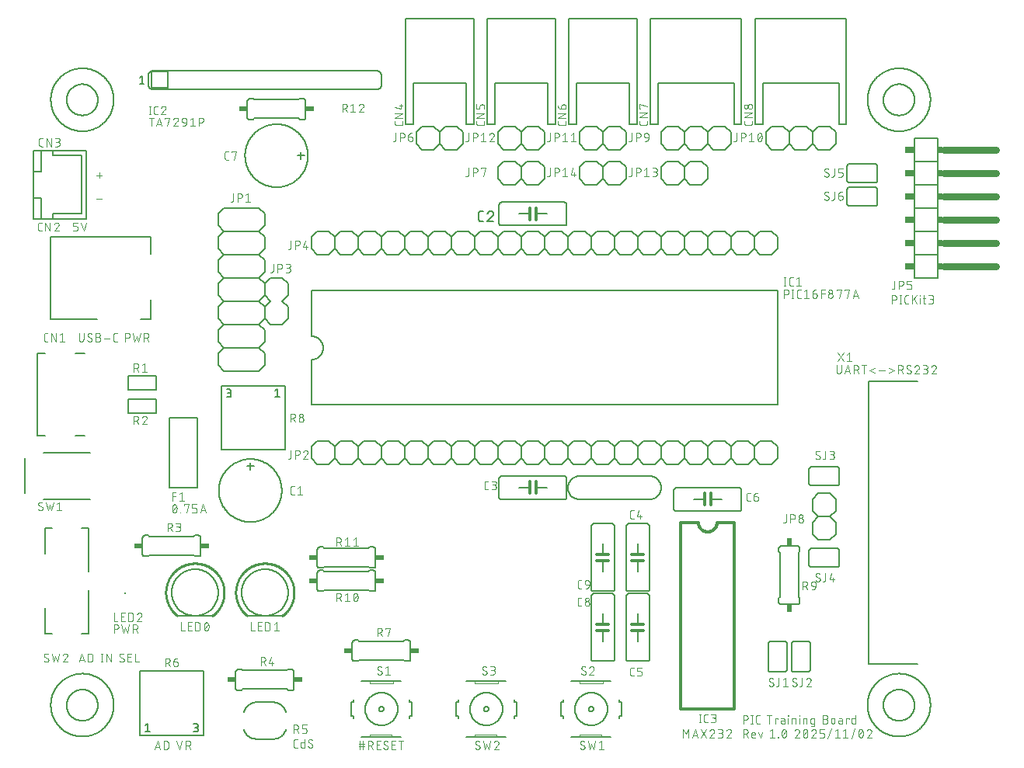
<source format=gto>
G04 EAGLE Gerber RS-274X export*
G75*
%MOMM*%
%FSLAX34Y34*%
%LPD*%
%INSilkscreen Top*%
%IPPOS*%
%AMOC8*
5,1,8,0,0,1.08239X$1,22.5*%
G01*
%ADD10C,0.101600*%
%ADD11C,0.304800*%
%ADD12C,0.152400*%
%ADD13C,0.127000*%
%ADD14C,0.203200*%
%ADD15C,0.762000*%
%ADD16R,0.508000X0.762000*%
%ADD17R,1.016000X0.762000*%
%ADD18R,0.200000X0.200000*%
%ADD19C,0.254000*%
%ADD20R,0.863600X0.609600*%
%ADD21C,0.177800*%
%ADD22R,0.609600X0.863600*%
%ADD23C,0.050800*%


D10*
X44958Y572008D02*
X48006Y572008D01*
X48095Y572010D01*
X48183Y572016D01*
X48271Y572025D01*
X48359Y572039D01*
X48446Y572056D01*
X48532Y572077D01*
X48617Y572102D01*
X48701Y572131D01*
X48784Y572163D01*
X48865Y572198D01*
X48944Y572238D01*
X49022Y572280D01*
X49098Y572326D01*
X49172Y572375D01*
X49243Y572428D01*
X49312Y572483D01*
X49379Y572542D01*
X49443Y572603D01*
X49504Y572667D01*
X49563Y572734D01*
X49618Y572803D01*
X49671Y572874D01*
X49720Y572948D01*
X49766Y573024D01*
X49808Y573102D01*
X49848Y573181D01*
X49883Y573262D01*
X49915Y573345D01*
X49944Y573429D01*
X49969Y573514D01*
X49990Y573600D01*
X50007Y573687D01*
X50021Y573775D01*
X50030Y573863D01*
X50036Y573951D01*
X50038Y574040D01*
X50038Y575056D01*
X50036Y575145D01*
X50030Y575233D01*
X50021Y575321D01*
X50007Y575409D01*
X49990Y575496D01*
X49969Y575582D01*
X49944Y575667D01*
X49915Y575751D01*
X49883Y575834D01*
X49848Y575915D01*
X49808Y575994D01*
X49766Y576072D01*
X49720Y576148D01*
X49671Y576222D01*
X49618Y576293D01*
X49563Y576362D01*
X49504Y576429D01*
X49443Y576493D01*
X49379Y576554D01*
X49312Y576613D01*
X49243Y576668D01*
X49172Y576721D01*
X49098Y576770D01*
X49022Y576816D01*
X48944Y576858D01*
X48865Y576898D01*
X48784Y576933D01*
X48701Y576965D01*
X48617Y576994D01*
X48532Y577019D01*
X48446Y577040D01*
X48359Y577057D01*
X48271Y577071D01*
X48183Y577080D01*
X48095Y577086D01*
X48006Y577088D01*
X44958Y577088D01*
X44958Y581152D01*
X50038Y581152D01*
X53594Y581152D02*
X56642Y572008D01*
X59690Y581152D01*
X70358Y632714D02*
X76454Y632714D01*
X73406Y629666D02*
X73406Y635762D01*
X70358Y607314D02*
X76454Y607314D01*
X51308Y460502D02*
X51308Y453898D01*
X51310Y453798D01*
X51316Y453699D01*
X51326Y453599D01*
X51339Y453501D01*
X51357Y453402D01*
X51378Y453305D01*
X51403Y453209D01*
X51432Y453113D01*
X51465Y453019D01*
X51501Y452926D01*
X51541Y452835D01*
X51585Y452745D01*
X51632Y452657D01*
X51682Y452571D01*
X51736Y452487D01*
X51793Y452405D01*
X51853Y452326D01*
X51917Y452248D01*
X51983Y452174D01*
X52052Y452102D01*
X52124Y452033D01*
X52198Y451967D01*
X52276Y451903D01*
X52355Y451843D01*
X52437Y451786D01*
X52521Y451732D01*
X52607Y451682D01*
X52695Y451635D01*
X52785Y451591D01*
X52876Y451551D01*
X52969Y451515D01*
X53063Y451482D01*
X53159Y451453D01*
X53255Y451428D01*
X53352Y451407D01*
X53451Y451389D01*
X53549Y451376D01*
X53649Y451366D01*
X53748Y451360D01*
X53848Y451358D01*
X53948Y451360D01*
X54047Y451366D01*
X54147Y451376D01*
X54245Y451389D01*
X54344Y451407D01*
X54441Y451428D01*
X54537Y451453D01*
X54633Y451482D01*
X54727Y451515D01*
X54820Y451551D01*
X54911Y451591D01*
X55001Y451635D01*
X55089Y451682D01*
X55175Y451732D01*
X55259Y451786D01*
X55341Y451843D01*
X55420Y451903D01*
X55498Y451967D01*
X55572Y452033D01*
X55644Y452102D01*
X55713Y452174D01*
X55779Y452248D01*
X55843Y452326D01*
X55903Y452405D01*
X55960Y452487D01*
X56014Y452571D01*
X56064Y452657D01*
X56111Y452745D01*
X56155Y452835D01*
X56195Y452926D01*
X56231Y453019D01*
X56264Y453113D01*
X56293Y453209D01*
X56318Y453305D01*
X56339Y453402D01*
X56357Y453501D01*
X56370Y453599D01*
X56380Y453699D01*
X56386Y453798D01*
X56388Y453898D01*
X56388Y460502D01*
X63500Y451358D02*
X63589Y451360D01*
X63677Y451366D01*
X63765Y451375D01*
X63853Y451389D01*
X63940Y451406D01*
X64026Y451427D01*
X64111Y451452D01*
X64195Y451481D01*
X64278Y451513D01*
X64359Y451548D01*
X64438Y451588D01*
X64516Y451630D01*
X64592Y451676D01*
X64666Y451725D01*
X64737Y451778D01*
X64806Y451833D01*
X64873Y451892D01*
X64937Y451953D01*
X64998Y452017D01*
X65057Y452084D01*
X65112Y452153D01*
X65165Y452224D01*
X65214Y452298D01*
X65260Y452374D01*
X65302Y452452D01*
X65342Y452531D01*
X65377Y452612D01*
X65409Y452695D01*
X65438Y452779D01*
X65463Y452864D01*
X65484Y452950D01*
X65501Y453037D01*
X65515Y453125D01*
X65524Y453213D01*
X65530Y453301D01*
X65532Y453390D01*
X63500Y451358D02*
X63370Y451360D01*
X63239Y451366D01*
X63109Y451376D01*
X62980Y451390D01*
X62851Y451407D01*
X62722Y451429D01*
X62594Y451455D01*
X62467Y451484D01*
X62341Y451517D01*
X62216Y451554D01*
X62092Y451595D01*
X61970Y451640D01*
X61849Y451688D01*
X61729Y451740D01*
X61611Y451796D01*
X61495Y451855D01*
X61381Y451918D01*
X61268Y451984D01*
X61158Y452053D01*
X61050Y452126D01*
X60944Y452202D01*
X60840Y452281D01*
X60739Y452363D01*
X60641Y452449D01*
X60545Y452537D01*
X60452Y452628D01*
X60706Y458470D02*
X60708Y458559D01*
X60714Y458647D01*
X60723Y458735D01*
X60737Y458823D01*
X60754Y458910D01*
X60775Y458996D01*
X60800Y459081D01*
X60829Y459165D01*
X60861Y459248D01*
X60896Y459329D01*
X60936Y459408D01*
X60978Y459486D01*
X61024Y459562D01*
X61073Y459636D01*
X61126Y459707D01*
X61181Y459776D01*
X61240Y459843D01*
X61301Y459907D01*
X61365Y459968D01*
X61432Y460027D01*
X61501Y460082D01*
X61572Y460135D01*
X61646Y460184D01*
X61722Y460230D01*
X61800Y460272D01*
X61879Y460312D01*
X61960Y460347D01*
X62043Y460379D01*
X62127Y460408D01*
X62212Y460433D01*
X62298Y460454D01*
X62385Y460471D01*
X62473Y460485D01*
X62561Y460494D01*
X62649Y460500D01*
X62738Y460502D01*
X62861Y460500D01*
X62983Y460494D01*
X63105Y460484D01*
X63227Y460470D01*
X63348Y460453D01*
X63469Y460431D01*
X63589Y460406D01*
X63708Y460376D01*
X63826Y460343D01*
X63943Y460306D01*
X64058Y460266D01*
X64173Y460222D01*
X64286Y460174D01*
X64397Y460122D01*
X64506Y460067D01*
X64614Y460008D01*
X64720Y459946D01*
X64823Y459881D01*
X64925Y459812D01*
X65024Y459740D01*
X61722Y456692D02*
X61646Y456739D01*
X61572Y456789D01*
X61501Y456842D01*
X61432Y456899D01*
X61365Y456958D01*
X61301Y457020D01*
X61239Y457085D01*
X61181Y457153D01*
X61126Y457223D01*
X61073Y457295D01*
X61024Y457369D01*
X60978Y457446D01*
X60935Y457524D01*
X60896Y457605D01*
X60860Y457687D01*
X60828Y457770D01*
X60800Y457854D01*
X60775Y457940D01*
X60754Y458027D01*
X60737Y458115D01*
X60723Y458203D01*
X60714Y458292D01*
X60708Y458381D01*
X60706Y458470D01*
X64516Y455168D02*
X64592Y455121D01*
X64666Y455071D01*
X64737Y455018D01*
X64806Y454961D01*
X64873Y454902D01*
X64937Y454840D01*
X64999Y454775D01*
X65057Y454707D01*
X65112Y454637D01*
X65165Y454565D01*
X65214Y454491D01*
X65260Y454414D01*
X65303Y454336D01*
X65342Y454255D01*
X65378Y454173D01*
X65410Y454090D01*
X65438Y454006D01*
X65463Y453920D01*
X65484Y453833D01*
X65501Y453745D01*
X65515Y453657D01*
X65524Y453568D01*
X65530Y453479D01*
X65532Y453390D01*
X64516Y455168D02*
X61722Y456692D01*
X69748Y456438D02*
X72288Y456438D01*
X72388Y456436D01*
X72487Y456430D01*
X72587Y456420D01*
X72685Y456407D01*
X72784Y456389D01*
X72881Y456368D01*
X72977Y456343D01*
X73073Y456314D01*
X73167Y456281D01*
X73260Y456245D01*
X73351Y456205D01*
X73441Y456161D01*
X73529Y456114D01*
X73615Y456064D01*
X73699Y456010D01*
X73781Y455953D01*
X73860Y455893D01*
X73938Y455829D01*
X74012Y455763D01*
X74084Y455694D01*
X74153Y455622D01*
X74219Y455548D01*
X74283Y455470D01*
X74343Y455391D01*
X74400Y455309D01*
X74454Y455225D01*
X74504Y455139D01*
X74551Y455051D01*
X74595Y454961D01*
X74635Y454870D01*
X74671Y454777D01*
X74704Y454683D01*
X74733Y454587D01*
X74758Y454491D01*
X74779Y454394D01*
X74797Y454295D01*
X74810Y454197D01*
X74820Y454097D01*
X74826Y453998D01*
X74828Y453898D01*
X74826Y453798D01*
X74820Y453699D01*
X74810Y453599D01*
X74797Y453501D01*
X74779Y453402D01*
X74758Y453305D01*
X74733Y453209D01*
X74704Y453113D01*
X74671Y453019D01*
X74635Y452926D01*
X74595Y452835D01*
X74551Y452745D01*
X74504Y452657D01*
X74454Y452571D01*
X74400Y452487D01*
X74343Y452405D01*
X74283Y452326D01*
X74219Y452248D01*
X74153Y452174D01*
X74084Y452102D01*
X74012Y452033D01*
X73938Y451967D01*
X73860Y451903D01*
X73781Y451843D01*
X73699Y451786D01*
X73615Y451732D01*
X73529Y451682D01*
X73441Y451635D01*
X73351Y451591D01*
X73260Y451551D01*
X73167Y451515D01*
X73073Y451482D01*
X72977Y451453D01*
X72881Y451428D01*
X72784Y451407D01*
X72685Y451389D01*
X72587Y451376D01*
X72487Y451366D01*
X72388Y451360D01*
X72288Y451358D01*
X69748Y451358D01*
X69748Y460502D01*
X72288Y460502D01*
X72377Y460500D01*
X72465Y460494D01*
X72553Y460485D01*
X72641Y460471D01*
X72728Y460454D01*
X72814Y460433D01*
X72899Y460408D01*
X72983Y460379D01*
X73066Y460347D01*
X73147Y460312D01*
X73226Y460272D01*
X73304Y460230D01*
X73380Y460184D01*
X73454Y460135D01*
X73525Y460082D01*
X73594Y460027D01*
X73661Y459968D01*
X73725Y459907D01*
X73786Y459843D01*
X73845Y459776D01*
X73900Y459707D01*
X73953Y459636D01*
X74002Y459562D01*
X74048Y459486D01*
X74090Y459408D01*
X74130Y459329D01*
X74165Y459248D01*
X74197Y459165D01*
X74226Y459081D01*
X74251Y458996D01*
X74272Y458910D01*
X74289Y458823D01*
X74303Y458735D01*
X74312Y458647D01*
X74318Y458559D01*
X74320Y458470D01*
X74318Y458381D01*
X74312Y458293D01*
X74303Y458205D01*
X74289Y458117D01*
X74272Y458030D01*
X74251Y457944D01*
X74226Y457859D01*
X74197Y457775D01*
X74165Y457692D01*
X74130Y457611D01*
X74090Y457532D01*
X74048Y457454D01*
X74002Y457378D01*
X73953Y457304D01*
X73900Y457233D01*
X73845Y457164D01*
X73786Y457097D01*
X73725Y457033D01*
X73661Y456972D01*
X73594Y456913D01*
X73525Y456858D01*
X73454Y456805D01*
X73380Y456756D01*
X73304Y456710D01*
X73226Y456668D01*
X73147Y456628D01*
X73066Y456593D01*
X72983Y456561D01*
X72899Y456532D01*
X72814Y456507D01*
X72728Y456486D01*
X72641Y456469D01*
X72553Y456455D01*
X72465Y456446D01*
X72377Y456440D01*
X72288Y456438D01*
X78537Y454914D02*
X84633Y454914D01*
X90800Y451358D02*
X92832Y451358D01*
X90800Y451358D02*
X90711Y451360D01*
X90623Y451366D01*
X90535Y451375D01*
X90447Y451389D01*
X90360Y451406D01*
X90274Y451427D01*
X90189Y451452D01*
X90105Y451481D01*
X90022Y451513D01*
X89941Y451548D01*
X89862Y451588D01*
X89784Y451630D01*
X89708Y451676D01*
X89634Y451725D01*
X89563Y451778D01*
X89494Y451833D01*
X89427Y451892D01*
X89363Y451953D01*
X89302Y452017D01*
X89243Y452084D01*
X89188Y452153D01*
X89135Y452224D01*
X89086Y452298D01*
X89040Y452374D01*
X88998Y452452D01*
X88958Y452531D01*
X88923Y452612D01*
X88891Y452695D01*
X88862Y452779D01*
X88837Y452864D01*
X88816Y452950D01*
X88799Y453037D01*
X88785Y453125D01*
X88776Y453213D01*
X88770Y453301D01*
X88768Y453390D01*
X88768Y458470D01*
X88770Y458559D01*
X88776Y458647D01*
X88785Y458735D01*
X88799Y458823D01*
X88816Y458910D01*
X88837Y458996D01*
X88862Y459081D01*
X88891Y459165D01*
X88923Y459248D01*
X88958Y459329D01*
X88998Y459408D01*
X89040Y459486D01*
X89086Y459562D01*
X89135Y459636D01*
X89188Y459707D01*
X89243Y459776D01*
X89302Y459843D01*
X89363Y459907D01*
X89427Y459968D01*
X89494Y460027D01*
X89563Y460082D01*
X89634Y460135D01*
X89708Y460184D01*
X89784Y460230D01*
X89862Y460272D01*
X89941Y460312D01*
X90022Y460347D01*
X90105Y460379D01*
X90189Y460408D01*
X90274Y460433D01*
X90360Y460454D01*
X90447Y460471D01*
X90535Y460485D01*
X90623Y460494D01*
X90711Y460500D01*
X90800Y460502D01*
X92832Y460502D01*
X101752Y460502D02*
X101752Y451358D01*
X101752Y460502D02*
X104292Y460502D01*
X104392Y460500D01*
X104491Y460494D01*
X104591Y460484D01*
X104689Y460471D01*
X104788Y460453D01*
X104885Y460432D01*
X104981Y460407D01*
X105077Y460378D01*
X105171Y460345D01*
X105264Y460309D01*
X105355Y460269D01*
X105445Y460225D01*
X105533Y460178D01*
X105619Y460128D01*
X105703Y460074D01*
X105785Y460017D01*
X105864Y459957D01*
X105942Y459893D01*
X106016Y459827D01*
X106088Y459758D01*
X106157Y459686D01*
X106223Y459612D01*
X106287Y459534D01*
X106347Y459455D01*
X106404Y459373D01*
X106458Y459289D01*
X106508Y459203D01*
X106555Y459115D01*
X106599Y459025D01*
X106639Y458934D01*
X106675Y458841D01*
X106708Y458747D01*
X106737Y458651D01*
X106762Y458555D01*
X106783Y458458D01*
X106801Y458359D01*
X106814Y458261D01*
X106824Y458161D01*
X106830Y458062D01*
X106832Y457962D01*
X106830Y457862D01*
X106824Y457763D01*
X106814Y457663D01*
X106801Y457565D01*
X106783Y457466D01*
X106762Y457369D01*
X106737Y457273D01*
X106708Y457177D01*
X106675Y457083D01*
X106639Y456990D01*
X106599Y456899D01*
X106555Y456809D01*
X106508Y456721D01*
X106458Y456635D01*
X106404Y456551D01*
X106347Y456469D01*
X106287Y456390D01*
X106223Y456312D01*
X106157Y456238D01*
X106088Y456166D01*
X106016Y456097D01*
X105942Y456031D01*
X105864Y455967D01*
X105785Y455907D01*
X105703Y455850D01*
X105619Y455796D01*
X105533Y455746D01*
X105445Y455699D01*
X105355Y455655D01*
X105264Y455615D01*
X105171Y455579D01*
X105077Y455546D01*
X104981Y455517D01*
X104885Y455492D01*
X104788Y455471D01*
X104689Y455453D01*
X104591Y455440D01*
X104491Y455430D01*
X104392Y455424D01*
X104292Y455422D01*
X101752Y455422D01*
X110134Y460502D02*
X112166Y451358D01*
X114198Y457454D01*
X116230Y451358D01*
X118262Y460502D01*
X122392Y460502D02*
X122392Y451358D01*
X122392Y460502D02*
X124932Y460502D01*
X125032Y460500D01*
X125131Y460494D01*
X125231Y460484D01*
X125329Y460471D01*
X125428Y460453D01*
X125525Y460432D01*
X125621Y460407D01*
X125717Y460378D01*
X125811Y460345D01*
X125904Y460309D01*
X125995Y460269D01*
X126085Y460225D01*
X126173Y460178D01*
X126259Y460128D01*
X126343Y460074D01*
X126425Y460017D01*
X126504Y459957D01*
X126582Y459893D01*
X126656Y459827D01*
X126728Y459758D01*
X126797Y459686D01*
X126863Y459612D01*
X126927Y459534D01*
X126987Y459455D01*
X127044Y459373D01*
X127098Y459289D01*
X127148Y459203D01*
X127195Y459115D01*
X127239Y459025D01*
X127279Y458934D01*
X127315Y458841D01*
X127348Y458747D01*
X127377Y458651D01*
X127402Y458555D01*
X127423Y458458D01*
X127441Y458359D01*
X127454Y458261D01*
X127464Y458161D01*
X127470Y458062D01*
X127472Y457962D01*
X127470Y457862D01*
X127464Y457763D01*
X127454Y457663D01*
X127441Y457565D01*
X127423Y457466D01*
X127402Y457369D01*
X127377Y457273D01*
X127348Y457177D01*
X127315Y457083D01*
X127279Y456990D01*
X127239Y456899D01*
X127195Y456809D01*
X127148Y456721D01*
X127098Y456635D01*
X127044Y456551D01*
X126987Y456469D01*
X126927Y456390D01*
X126863Y456312D01*
X126797Y456238D01*
X126728Y456166D01*
X126656Y456097D01*
X126582Y456031D01*
X126504Y455967D01*
X126425Y455907D01*
X126343Y455850D01*
X126259Y455796D01*
X126173Y455746D01*
X126085Y455699D01*
X125995Y455655D01*
X125904Y455615D01*
X125811Y455579D01*
X125717Y455546D01*
X125621Y455517D01*
X125525Y455492D01*
X125428Y455471D01*
X125329Y455453D01*
X125231Y455440D01*
X125131Y455430D01*
X125032Y455424D01*
X124932Y455422D01*
X122392Y455422D01*
X125440Y455422D02*
X127472Y451358D01*
X54356Y111252D02*
X51308Y102108D01*
X57404Y102108D02*
X54356Y111252D01*
X56642Y104394D02*
X52070Y104394D01*
X61265Y102108D02*
X61265Y111252D01*
X63805Y111252D01*
X63905Y111250D01*
X64004Y111244D01*
X64104Y111234D01*
X64202Y111221D01*
X64301Y111203D01*
X64398Y111182D01*
X64494Y111157D01*
X64590Y111128D01*
X64684Y111095D01*
X64777Y111059D01*
X64868Y111019D01*
X64958Y110975D01*
X65046Y110928D01*
X65132Y110878D01*
X65216Y110824D01*
X65298Y110767D01*
X65377Y110707D01*
X65455Y110643D01*
X65529Y110577D01*
X65601Y110508D01*
X65670Y110436D01*
X65736Y110362D01*
X65800Y110284D01*
X65860Y110205D01*
X65917Y110123D01*
X65971Y110039D01*
X66021Y109953D01*
X66068Y109865D01*
X66112Y109775D01*
X66152Y109684D01*
X66188Y109591D01*
X66221Y109497D01*
X66250Y109401D01*
X66275Y109305D01*
X66296Y109208D01*
X66314Y109109D01*
X66327Y109011D01*
X66337Y108911D01*
X66343Y108812D01*
X66345Y108712D01*
X66345Y104648D01*
X66343Y104548D01*
X66337Y104449D01*
X66327Y104349D01*
X66314Y104251D01*
X66296Y104152D01*
X66275Y104055D01*
X66250Y103959D01*
X66221Y103863D01*
X66188Y103769D01*
X66152Y103676D01*
X66112Y103585D01*
X66068Y103495D01*
X66021Y103407D01*
X65971Y103321D01*
X65917Y103237D01*
X65860Y103155D01*
X65800Y103076D01*
X65736Y102998D01*
X65670Y102924D01*
X65601Y102852D01*
X65529Y102783D01*
X65455Y102717D01*
X65377Y102653D01*
X65298Y102593D01*
X65216Y102536D01*
X65132Y102482D01*
X65046Y102432D01*
X64958Y102385D01*
X64868Y102341D01*
X64777Y102301D01*
X64684Y102265D01*
X64590Y102232D01*
X64494Y102203D01*
X64398Y102178D01*
X64301Y102157D01*
X64202Y102139D01*
X64104Y102126D01*
X64004Y102116D01*
X63905Y102110D01*
X63805Y102108D01*
X61265Y102108D01*
X76301Y102108D02*
X76301Y111252D01*
X75285Y102108D02*
X77317Y102108D01*
X77317Y111252D02*
X75285Y111252D01*
X81381Y111252D02*
X81381Y102108D01*
X86461Y102108D02*
X81381Y111252D01*
X86461Y111252D02*
X86461Y102108D01*
X98450Y102108D02*
X98539Y102110D01*
X98627Y102116D01*
X98715Y102125D01*
X98803Y102139D01*
X98890Y102156D01*
X98976Y102177D01*
X99061Y102202D01*
X99145Y102231D01*
X99228Y102263D01*
X99309Y102298D01*
X99388Y102338D01*
X99466Y102380D01*
X99542Y102426D01*
X99616Y102475D01*
X99687Y102528D01*
X99756Y102583D01*
X99823Y102642D01*
X99887Y102703D01*
X99948Y102767D01*
X100007Y102834D01*
X100062Y102903D01*
X100115Y102974D01*
X100164Y103048D01*
X100210Y103124D01*
X100252Y103202D01*
X100292Y103281D01*
X100327Y103362D01*
X100359Y103445D01*
X100388Y103529D01*
X100413Y103614D01*
X100434Y103700D01*
X100451Y103787D01*
X100465Y103875D01*
X100474Y103963D01*
X100480Y104051D01*
X100482Y104140D01*
X98450Y102108D02*
X98320Y102110D01*
X98189Y102116D01*
X98059Y102126D01*
X97930Y102140D01*
X97801Y102157D01*
X97672Y102179D01*
X97544Y102205D01*
X97417Y102234D01*
X97291Y102267D01*
X97166Y102304D01*
X97042Y102345D01*
X96920Y102390D01*
X96799Y102438D01*
X96679Y102490D01*
X96561Y102546D01*
X96445Y102605D01*
X96331Y102668D01*
X96218Y102734D01*
X96108Y102803D01*
X96000Y102876D01*
X95894Y102952D01*
X95790Y103031D01*
X95689Y103113D01*
X95591Y103199D01*
X95495Y103287D01*
X95402Y103378D01*
X95656Y109220D02*
X95658Y109309D01*
X95664Y109397D01*
X95673Y109485D01*
X95687Y109573D01*
X95704Y109660D01*
X95725Y109746D01*
X95750Y109831D01*
X95779Y109915D01*
X95811Y109998D01*
X95846Y110079D01*
X95886Y110158D01*
X95928Y110236D01*
X95974Y110312D01*
X96023Y110386D01*
X96076Y110457D01*
X96131Y110526D01*
X96190Y110593D01*
X96251Y110657D01*
X96315Y110718D01*
X96382Y110777D01*
X96451Y110832D01*
X96522Y110885D01*
X96596Y110934D01*
X96672Y110980D01*
X96750Y111022D01*
X96829Y111062D01*
X96910Y111097D01*
X96993Y111129D01*
X97077Y111158D01*
X97162Y111183D01*
X97248Y111204D01*
X97335Y111221D01*
X97423Y111235D01*
X97511Y111244D01*
X97599Y111250D01*
X97688Y111252D01*
X97811Y111250D01*
X97933Y111244D01*
X98055Y111234D01*
X98177Y111220D01*
X98298Y111203D01*
X98419Y111181D01*
X98539Y111156D01*
X98658Y111126D01*
X98776Y111093D01*
X98893Y111056D01*
X99008Y111016D01*
X99123Y110972D01*
X99236Y110924D01*
X99347Y110872D01*
X99456Y110817D01*
X99564Y110758D01*
X99670Y110696D01*
X99773Y110631D01*
X99875Y110562D01*
X99974Y110490D01*
X96672Y107442D02*
X96596Y107489D01*
X96522Y107539D01*
X96451Y107592D01*
X96382Y107649D01*
X96315Y107708D01*
X96251Y107770D01*
X96189Y107835D01*
X96131Y107903D01*
X96076Y107973D01*
X96023Y108045D01*
X95974Y108119D01*
X95928Y108196D01*
X95885Y108274D01*
X95846Y108355D01*
X95810Y108437D01*
X95778Y108520D01*
X95750Y108604D01*
X95725Y108690D01*
X95704Y108777D01*
X95687Y108865D01*
X95673Y108953D01*
X95664Y109042D01*
X95658Y109131D01*
X95656Y109220D01*
X99466Y105918D02*
X99542Y105871D01*
X99616Y105821D01*
X99687Y105768D01*
X99756Y105711D01*
X99823Y105652D01*
X99887Y105590D01*
X99949Y105525D01*
X100007Y105457D01*
X100062Y105387D01*
X100115Y105315D01*
X100164Y105241D01*
X100210Y105164D01*
X100253Y105086D01*
X100292Y105005D01*
X100328Y104923D01*
X100360Y104840D01*
X100388Y104756D01*
X100413Y104670D01*
X100434Y104583D01*
X100451Y104495D01*
X100465Y104407D01*
X100474Y104318D01*
X100480Y104229D01*
X100482Y104140D01*
X99466Y105918D02*
X96672Y107442D01*
X104566Y102108D02*
X108630Y102108D01*
X104566Y102108D02*
X104566Y111252D01*
X108630Y111252D01*
X107614Y107188D02*
X104566Y107188D01*
X112491Y111252D02*
X112491Y102108D01*
X116555Y102108D01*
X136906Y16002D02*
X133858Y6858D01*
X139954Y6858D02*
X136906Y16002D01*
X139192Y9144D02*
X134620Y9144D01*
X143815Y6858D02*
X143815Y16002D01*
X146355Y16002D01*
X146455Y16000D01*
X146554Y15994D01*
X146654Y15984D01*
X146752Y15971D01*
X146851Y15953D01*
X146948Y15932D01*
X147044Y15907D01*
X147140Y15878D01*
X147234Y15845D01*
X147327Y15809D01*
X147418Y15769D01*
X147508Y15725D01*
X147596Y15678D01*
X147682Y15628D01*
X147766Y15574D01*
X147848Y15517D01*
X147927Y15457D01*
X148005Y15393D01*
X148079Y15327D01*
X148151Y15258D01*
X148220Y15186D01*
X148286Y15112D01*
X148350Y15034D01*
X148410Y14955D01*
X148467Y14873D01*
X148521Y14789D01*
X148571Y14703D01*
X148618Y14615D01*
X148662Y14525D01*
X148702Y14434D01*
X148738Y14341D01*
X148771Y14247D01*
X148800Y14151D01*
X148825Y14055D01*
X148846Y13958D01*
X148864Y13859D01*
X148877Y13761D01*
X148887Y13661D01*
X148893Y13562D01*
X148895Y13462D01*
X148895Y9398D01*
X148893Y9298D01*
X148887Y9199D01*
X148877Y9099D01*
X148864Y9001D01*
X148846Y8902D01*
X148825Y8805D01*
X148800Y8709D01*
X148771Y8613D01*
X148738Y8519D01*
X148702Y8426D01*
X148662Y8335D01*
X148618Y8245D01*
X148571Y8157D01*
X148521Y8071D01*
X148467Y7987D01*
X148410Y7905D01*
X148350Y7826D01*
X148286Y7748D01*
X148220Y7674D01*
X148151Y7602D01*
X148079Y7533D01*
X148005Y7467D01*
X147927Y7403D01*
X147848Y7343D01*
X147766Y7286D01*
X147682Y7232D01*
X147596Y7182D01*
X147508Y7135D01*
X147418Y7091D01*
X147327Y7051D01*
X147234Y7015D01*
X147140Y6982D01*
X147044Y6953D01*
X146948Y6928D01*
X146851Y6907D01*
X146752Y6889D01*
X146654Y6876D01*
X146554Y6866D01*
X146455Y6860D01*
X146355Y6858D01*
X143815Y6858D01*
X157632Y16002D02*
X160680Y6858D01*
X163728Y16002D01*
X167655Y16002D02*
X167655Y6858D01*
X167655Y16002D02*
X170195Y16002D01*
X170295Y16000D01*
X170394Y15994D01*
X170494Y15984D01*
X170592Y15971D01*
X170691Y15953D01*
X170788Y15932D01*
X170884Y15907D01*
X170980Y15878D01*
X171074Y15845D01*
X171167Y15809D01*
X171258Y15769D01*
X171348Y15725D01*
X171436Y15678D01*
X171522Y15628D01*
X171606Y15574D01*
X171688Y15517D01*
X171767Y15457D01*
X171845Y15393D01*
X171919Y15327D01*
X171991Y15258D01*
X172060Y15186D01*
X172126Y15112D01*
X172190Y15034D01*
X172250Y14955D01*
X172307Y14873D01*
X172361Y14789D01*
X172411Y14703D01*
X172458Y14615D01*
X172502Y14525D01*
X172542Y14434D01*
X172578Y14341D01*
X172611Y14247D01*
X172640Y14151D01*
X172665Y14055D01*
X172686Y13958D01*
X172704Y13859D01*
X172717Y13761D01*
X172727Y13661D01*
X172733Y13562D01*
X172735Y13462D01*
X172733Y13362D01*
X172727Y13263D01*
X172717Y13163D01*
X172704Y13065D01*
X172686Y12966D01*
X172665Y12869D01*
X172640Y12773D01*
X172611Y12677D01*
X172578Y12583D01*
X172542Y12490D01*
X172502Y12399D01*
X172458Y12309D01*
X172411Y12221D01*
X172361Y12135D01*
X172307Y12051D01*
X172250Y11969D01*
X172190Y11890D01*
X172126Y11812D01*
X172060Y11738D01*
X171991Y11666D01*
X171919Y11597D01*
X171845Y11531D01*
X171767Y11467D01*
X171688Y11407D01*
X171606Y11350D01*
X171522Y11296D01*
X171436Y11246D01*
X171348Y11199D01*
X171258Y11155D01*
X171167Y11115D01*
X171074Y11079D01*
X170980Y11046D01*
X170884Y11017D01*
X170788Y10992D01*
X170691Y10971D01*
X170592Y10953D01*
X170494Y10940D01*
X170394Y10930D01*
X170295Y10924D01*
X170195Y10922D01*
X167655Y10922D01*
X170703Y10922D02*
X172735Y6858D01*
X356108Y9906D02*
X362204Y9906D01*
X362204Y12954D02*
X356108Y12954D01*
X357632Y16002D02*
X357632Y6858D01*
X360680Y6858D02*
X360680Y16002D01*
X366436Y16002D02*
X366436Y6858D01*
X366436Y16002D02*
X368976Y16002D01*
X369076Y16000D01*
X369175Y15994D01*
X369275Y15984D01*
X369373Y15971D01*
X369472Y15953D01*
X369569Y15932D01*
X369665Y15907D01*
X369761Y15878D01*
X369855Y15845D01*
X369948Y15809D01*
X370039Y15769D01*
X370129Y15725D01*
X370217Y15678D01*
X370303Y15628D01*
X370387Y15574D01*
X370469Y15517D01*
X370548Y15457D01*
X370626Y15393D01*
X370700Y15327D01*
X370772Y15258D01*
X370841Y15186D01*
X370907Y15112D01*
X370971Y15034D01*
X371031Y14955D01*
X371088Y14873D01*
X371142Y14789D01*
X371192Y14703D01*
X371239Y14615D01*
X371283Y14525D01*
X371323Y14434D01*
X371359Y14341D01*
X371392Y14247D01*
X371421Y14151D01*
X371446Y14055D01*
X371467Y13958D01*
X371485Y13859D01*
X371498Y13761D01*
X371508Y13661D01*
X371514Y13562D01*
X371516Y13462D01*
X371514Y13362D01*
X371508Y13263D01*
X371498Y13163D01*
X371485Y13065D01*
X371467Y12966D01*
X371446Y12869D01*
X371421Y12773D01*
X371392Y12677D01*
X371359Y12583D01*
X371323Y12490D01*
X371283Y12399D01*
X371239Y12309D01*
X371192Y12221D01*
X371142Y12135D01*
X371088Y12051D01*
X371031Y11969D01*
X370971Y11890D01*
X370907Y11812D01*
X370841Y11738D01*
X370772Y11666D01*
X370700Y11597D01*
X370626Y11531D01*
X370548Y11467D01*
X370469Y11407D01*
X370387Y11350D01*
X370303Y11296D01*
X370217Y11246D01*
X370129Y11199D01*
X370039Y11155D01*
X369948Y11115D01*
X369855Y11079D01*
X369761Y11046D01*
X369665Y11017D01*
X369569Y10992D01*
X369472Y10971D01*
X369373Y10953D01*
X369275Y10940D01*
X369175Y10930D01*
X369076Y10924D01*
X368976Y10922D01*
X366436Y10922D01*
X369484Y10922D02*
X371516Y6858D01*
X375839Y6858D02*
X379903Y6858D01*
X375839Y6858D02*
X375839Y16002D01*
X379903Y16002D01*
X378887Y11938D02*
X375839Y11938D01*
X386181Y6858D02*
X386270Y6860D01*
X386358Y6866D01*
X386446Y6875D01*
X386534Y6889D01*
X386621Y6906D01*
X386707Y6927D01*
X386792Y6952D01*
X386876Y6981D01*
X386959Y7013D01*
X387040Y7048D01*
X387119Y7088D01*
X387197Y7130D01*
X387273Y7176D01*
X387347Y7225D01*
X387418Y7278D01*
X387487Y7333D01*
X387554Y7392D01*
X387618Y7453D01*
X387679Y7517D01*
X387738Y7584D01*
X387793Y7653D01*
X387846Y7724D01*
X387895Y7798D01*
X387941Y7874D01*
X387983Y7952D01*
X388023Y8031D01*
X388058Y8112D01*
X388090Y8195D01*
X388119Y8279D01*
X388144Y8364D01*
X388165Y8450D01*
X388182Y8537D01*
X388196Y8625D01*
X388205Y8713D01*
X388211Y8801D01*
X388213Y8890D01*
X386181Y6858D02*
X386051Y6860D01*
X385920Y6866D01*
X385790Y6876D01*
X385661Y6890D01*
X385532Y6907D01*
X385403Y6929D01*
X385275Y6955D01*
X385148Y6984D01*
X385022Y7017D01*
X384897Y7054D01*
X384773Y7095D01*
X384651Y7140D01*
X384530Y7188D01*
X384410Y7240D01*
X384292Y7296D01*
X384176Y7355D01*
X384062Y7418D01*
X383949Y7484D01*
X383839Y7553D01*
X383731Y7626D01*
X383625Y7702D01*
X383521Y7781D01*
X383420Y7863D01*
X383322Y7949D01*
X383226Y8037D01*
X383133Y8128D01*
X383387Y13970D02*
X383389Y14059D01*
X383395Y14147D01*
X383404Y14235D01*
X383418Y14323D01*
X383435Y14410D01*
X383456Y14496D01*
X383481Y14581D01*
X383510Y14665D01*
X383542Y14748D01*
X383577Y14829D01*
X383617Y14908D01*
X383659Y14986D01*
X383705Y15062D01*
X383754Y15136D01*
X383807Y15207D01*
X383862Y15276D01*
X383921Y15343D01*
X383982Y15407D01*
X384046Y15468D01*
X384113Y15527D01*
X384182Y15582D01*
X384253Y15635D01*
X384327Y15684D01*
X384403Y15730D01*
X384481Y15772D01*
X384560Y15812D01*
X384641Y15847D01*
X384724Y15879D01*
X384808Y15908D01*
X384893Y15933D01*
X384979Y15954D01*
X385066Y15971D01*
X385154Y15985D01*
X385242Y15994D01*
X385330Y16000D01*
X385419Y16002D01*
X385542Y16000D01*
X385664Y15994D01*
X385786Y15984D01*
X385908Y15970D01*
X386029Y15953D01*
X386150Y15931D01*
X386270Y15906D01*
X386389Y15876D01*
X386507Y15843D01*
X386624Y15806D01*
X386739Y15766D01*
X386854Y15722D01*
X386967Y15674D01*
X387078Y15622D01*
X387187Y15567D01*
X387295Y15508D01*
X387401Y15446D01*
X387504Y15381D01*
X387606Y15312D01*
X387705Y15240D01*
X384403Y12192D02*
X384327Y12239D01*
X384253Y12289D01*
X384182Y12342D01*
X384113Y12399D01*
X384046Y12458D01*
X383982Y12520D01*
X383920Y12585D01*
X383862Y12653D01*
X383807Y12723D01*
X383754Y12795D01*
X383705Y12869D01*
X383659Y12946D01*
X383616Y13024D01*
X383577Y13105D01*
X383541Y13187D01*
X383509Y13270D01*
X383481Y13354D01*
X383456Y13440D01*
X383435Y13527D01*
X383418Y13615D01*
X383404Y13703D01*
X383395Y13792D01*
X383389Y13881D01*
X383387Y13970D01*
X387198Y10668D02*
X387274Y10621D01*
X387348Y10571D01*
X387419Y10518D01*
X387488Y10461D01*
X387555Y10402D01*
X387619Y10340D01*
X387681Y10275D01*
X387739Y10207D01*
X387794Y10137D01*
X387847Y10065D01*
X387896Y9991D01*
X387942Y9914D01*
X387985Y9836D01*
X388024Y9755D01*
X388060Y9673D01*
X388092Y9590D01*
X388120Y9506D01*
X388145Y9420D01*
X388166Y9333D01*
X388183Y9245D01*
X388197Y9157D01*
X388206Y9068D01*
X388212Y8979D01*
X388214Y8890D01*
X387197Y10668D02*
X384403Y12192D01*
X392298Y6858D02*
X396362Y6858D01*
X392298Y6858D02*
X392298Y16002D01*
X396362Y16002D01*
X395346Y11938D02*
X392298Y11938D01*
X401828Y16002D02*
X401828Y6858D01*
X399288Y16002D02*
X404368Y16002D01*
X876808Y418973D02*
X876808Y425577D01*
X876808Y418973D02*
X876810Y418873D01*
X876816Y418774D01*
X876826Y418674D01*
X876839Y418576D01*
X876857Y418477D01*
X876878Y418380D01*
X876903Y418284D01*
X876932Y418188D01*
X876965Y418094D01*
X877001Y418001D01*
X877041Y417910D01*
X877085Y417820D01*
X877132Y417732D01*
X877182Y417646D01*
X877236Y417562D01*
X877293Y417480D01*
X877353Y417401D01*
X877417Y417323D01*
X877483Y417249D01*
X877552Y417177D01*
X877624Y417108D01*
X877698Y417042D01*
X877776Y416978D01*
X877855Y416918D01*
X877937Y416861D01*
X878021Y416807D01*
X878107Y416757D01*
X878195Y416710D01*
X878285Y416666D01*
X878376Y416626D01*
X878469Y416590D01*
X878563Y416557D01*
X878659Y416528D01*
X878755Y416503D01*
X878852Y416482D01*
X878951Y416464D01*
X879049Y416451D01*
X879149Y416441D01*
X879248Y416435D01*
X879348Y416433D01*
X879448Y416435D01*
X879547Y416441D01*
X879647Y416451D01*
X879745Y416464D01*
X879844Y416482D01*
X879941Y416503D01*
X880037Y416528D01*
X880133Y416557D01*
X880227Y416590D01*
X880320Y416626D01*
X880411Y416666D01*
X880501Y416710D01*
X880589Y416757D01*
X880675Y416807D01*
X880759Y416861D01*
X880841Y416918D01*
X880920Y416978D01*
X880998Y417042D01*
X881072Y417108D01*
X881144Y417177D01*
X881213Y417249D01*
X881279Y417323D01*
X881343Y417401D01*
X881403Y417480D01*
X881460Y417562D01*
X881514Y417646D01*
X881564Y417732D01*
X881611Y417820D01*
X881655Y417910D01*
X881695Y418001D01*
X881731Y418094D01*
X881764Y418188D01*
X881793Y418284D01*
X881818Y418380D01*
X881839Y418477D01*
X881857Y418576D01*
X881870Y418674D01*
X881880Y418774D01*
X881886Y418873D01*
X881888Y418973D01*
X881888Y425577D01*
X888797Y425577D02*
X885749Y416433D01*
X891845Y416433D02*
X888797Y425577D01*
X891083Y418719D02*
X886511Y418719D01*
X895772Y416433D02*
X895772Y425577D01*
X898312Y425577D01*
X898412Y425575D01*
X898511Y425569D01*
X898611Y425559D01*
X898709Y425546D01*
X898808Y425528D01*
X898905Y425507D01*
X899001Y425482D01*
X899097Y425453D01*
X899191Y425420D01*
X899284Y425384D01*
X899375Y425344D01*
X899465Y425300D01*
X899553Y425253D01*
X899639Y425203D01*
X899723Y425149D01*
X899805Y425092D01*
X899884Y425032D01*
X899962Y424968D01*
X900036Y424902D01*
X900108Y424833D01*
X900177Y424761D01*
X900243Y424687D01*
X900307Y424609D01*
X900367Y424530D01*
X900424Y424448D01*
X900478Y424364D01*
X900528Y424278D01*
X900575Y424190D01*
X900619Y424100D01*
X900659Y424009D01*
X900695Y423916D01*
X900728Y423822D01*
X900757Y423726D01*
X900782Y423630D01*
X900803Y423533D01*
X900821Y423434D01*
X900834Y423336D01*
X900844Y423236D01*
X900850Y423137D01*
X900852Y423037D01*
X900850Y422937D01*
X900844Y422838D01*
X900834Y422738D01*
X900821Y422640D01*
X900803Y422541D01*
X900782Y422444D01*
X900757Y422348D01*
X900728Y422252D01*
X900695Y422158D01*
X900659Y422065D01*
X900619Y421974D01*
X900575Y421884D01*
X900528Y421796D01*
X900478Y421710D01*
X900424Y421626D01*
X900367Y421544D01*
X900307Y421465D01*
X900243Y421387D01*
X900177Y421313D01*
X900108Y421241D01*
X900036Y421172D01*
X899962Y421106D01*
X899884Y421042D01*
X899805Y420982D01*
X899723Y420925D01*
X899639Y420871D01*
X899553Y420821D01*
X899465Y420774D01*
X899375Y420730D01*
X899284Y420690D01*
X899191Y420654D01*
X899097Y420621D01*
X899001Y420592D01*
X898905Y420567D01*
X898808Y420546D01*
X898709Y420528D01*
X898611Y420515D01*
X898511Y420505D01*
X898412Y420499D01*
X898312Y420497D01*
X895772Y420497D01*
X898820Y420497D02*
X900852Y416433D01*
X906780Y416433D02*
X906780Y425577D01*
X904240Y425577D02*
X909320Y425577D01*
X912876Y419989D02*
X918972Y422529D01*
X918972Y417449D02*
X912876Y419989D01*
X923239Y419989D02*
X929335Y419989D01*
X933602Y422529D02*
X939698Y419989D01*
X933602Y417449D01*
X944235Y416433D02*
X944235Y425577D01*
X946775Y425577D01*
X946875Y425575D01*
X946974Y425569D01*
X947074Y425559D01*
X947172Y425546D01*
X947271Y425528D01*
X947368Y425507D01*
X947464Y425482D01*
X947560Y425453D01*
X947654Y425420D01*
X947747Y425384D01*
X947838Y425344D01*
X947928Y425300D01*
X948016Y425253D01*
X948102Y425203D01*
X948186Y425149D01*
X948268Y425092D01*
X948347Y425032D01*
X948425Y424968D01*
X948499Y424902D01*
X948571Y424833D01*
X948640Y424761D01*
X948706Y424687D01*
X948770Y424609D01*
X948830Y424530D01*
X948887Y424448D01*
X948941Y424364D01*
X948991Y424278D01*
X949038Y424190D01*
X949082Y424100D01*
X949122Y424009D01*
X949158Y423916D01*
X949191Y423822D01*
X949220Y423726D01*
X949245Y423630D01*
X949266Y423533D01*
X949284Y423434D01*
X949297Y423336D01*
X949307Y423236D01*
X949313Y423137D01*
X949315Y423037D01*
X949313Y422937D01*
X949307Y422838D01*
X949297Y422738D01*
X949284Y422640D01*
X949266Y422541D01*
X949245Y422444D01*
X949220Y422348D01*
X949191Y422252D01*
X949158Y422158D01*
X949122Y422065D01*
X949082Y421974D01*
X949038Y421884D01*
X948991Y421796D01*
X948941Y421710D01*
X948887Y421626D01*
X948830Y421544D01*
X948770Y421465D01*
X948706Y421387D01*
X948640Y421313D01*
X948571Y421241D01*
X948499Y421172D01*
X948425Y421106D01*
X948347Y421042D01*
X948268Y420982D01*
X948186Y420925D01*
X948102Y420871D01*
X948016Y420821D01*
X947928Y420774D01*
X947838Y420730D01*
X947747Y420690D01*
X947654Y420654D01*
X947560Y420621D01*
X947464Y420592D01*
X947368Y420567D01*
X947271Y420546D01*
X947172Y420528D01*
X947074Y420515D01*
X946974Y420505D01*
X946875Y420499D01*
X946775Y420497D01*
X944235Y420497D01*
X947283Y420497D02*
X949315Y416433D01*
X956056Y416433D02*
X956145Y416435D01*
X956233Y416441D01*
X956321Y416450D01*
X956409Y416464D01*
X956496Y416481D01*
X956582Y416502D01*
X956667Y416527D01*
X956751Y416556D01*
X956834Y416588D01*
X956915Y416623D01*
X956994Y416663D01*
X957072Y416705D01*
X957148Y416751D01*
X957222Y416800D01*
X957293Y416853D01*
X957362Y416908D01*
X957429Y416967D01*
X957493Y417028D01*
X957554Y417092D01*
X957613Y417159D01*
X957668Y417228D01*
X957721Y417299D01*
X957770Y417373D01*
X957816Y417449D01*
X957858Y417527D01*
X957898Y417606D01*
X957933Y417687D01*
X957965Y417770D01*
X957994Y417854D01*
X958019Y417939D01*
X958040Y418025D01*
X958057Y418112D01*
X958071Y418200D01*
X958080Y418288D01*
X958086Y418376D01*
X958088Y418465D01*
X956056Y416433D02*
X955926Y416435D01*
X955795Y416441D01*
X955665Y416451D01*
X955536Y416465D01*
X955407Y416482D01*
X955278Y416504D01*
X955150Y416530D01*
X955023Y416559D01*
X954897Y416592D01*
X954772Y416629D01*
X954648Y416670D01*
X954526Y416715D01*
X954405Y416763D01*
X954285Y416815D01*
X954167Y416871D01*
X954051Y416930D01*
X953937Y416993D01*
X953824Y417059D01*
X953714Y417128D01*
X953606Y417201D01*
X953500Y417277D01*
X953396Y417356D01*
X953295Y417438D01*
X953197Y417524D01*
X953101Y417612D01*
X953008Y417703D01*
X953262Y423545D02*
X953264Y423634D01*
X953270Y423722D01*
X953279Y423810D01*
X953293Y423898D01*
X953310Y423985D01*
X953331Y424071D01*
X953356Y424156D01*
X953385Y424240D01*
X953417Y424323D01*
X953452Y424404D01*
X953492Y424483D01*
X953534Y424561D01*
X953580Y424637D01*
X953629Y424711D01*
X953682Y424782D01*
X953737Y424851D01*
X953796Y424918D01*
X953857Y424982D01*
X953921Y425043D01*
X953988Y425102D01*
X954057Y425157D01*
X954128Y425210D01*
X954202Y425259D01*
X954278Y425305D01*
X954356Y425347D01*
X954435Y425387D01*
X954516Y425422D01*
X954599Y425454D01*
X954683Y425483D01*
X954768Y425508D01*
X954854Y425529D01*
X954941Y425546D01*
X955029Y425560D01*
X955117Y425569D01*
X955205Y425575D01*
X955294Y425577D01*
X955417Y425575D01*
X955539Y425569D01*
X955661Y425559D01*
X955783Y425545D01*
X955904Y425528D01*
X956025Y425506D01*
X956145Y425481D01*
X956264Y425451D01*
X956382Y425418D01*
X956499Y425381D01*
X956614Y425341D01*
X956729Y425297D01*
X956842Y425249D01*
X956953Y425197D01*
X957062Y425142D01*
X957170Y425083D01*
X957276Y425021D01*
X957379Y424956D01*
X957481Y424887D01*
X957580Y424815D01*
X954277Y421767D02*
X954201Y421814D01*
X954127Y421864D01*
X954056Y421917D01*
X953987Y421974D01*
X953920Y422033D01*
X953856Y422095D01*
X953794Y422160D01*
X953736Y422228D01*
X953681Y422298D01*
X953628Y422370D01*
X953579Y422444D01*
X953533Y422521D01*
X953490Y422599D01*
X953451Y422680D01*
X953415Y422762D01*
X953383Y422845D01*
X953355Y422929D01*
X953330Y423015D01*
X953309Y423102D01*
X953292Y423190D01*
X953278Y423278D01*
X953269Y423367D01*
X953263Y423456D01*
X953261Y423545D01*
X957072Y420243D02*
X957148Y420196D01*
X957222Y420146D01*
X957293Y420093D01*
X957362Y420036D01*
X957429Y419977D01*
X957493Y419915D01*
X957555Y419850D01*
X957613Y419782D01*
X957668Y419712D01*
X957721Y419640D01*
X957770Y419566D01*
X957816Y419489D01*
X957859Y419411D01*
X957898Y419330D01*
X957934Y419248D01*
X957966Y419165D01*
X957994Y419081D01*
X958019Y418995D01*
X958040Y418908D01*
X958057Y418820D01*
X958071Y418732D01*
X958080Y418643D01*
X958086Y418554D01*
X958088Y418465D01*
X957072Y420243D02*
X954278Y421767D01*
X964641Y425577D02*
X964735Y425575D01*
X964830Y425569D01*
X964924Y425559D01*
X965017Y425546D01*
X965110Y425528D01*
X965202Y425507D01*
X965293Y425482D01*
X965383Y425453D01*
X965472Y425421D01*
X965559Y425384D01*
X965645Y425345D01*
X965729Y425301D01*
X965811Y425255D01*
X965891Y425205D01*
X965969Y425151D01*
X966045Y425095D01*
X966118Y425035D01*
X966189Y424973D01*
X966257Y424907D01*
X966323Y424839D01*
X966385Y424768D01*
X966445Y424695D01*
X966501Y424619D01*
X966555Y424541D01*
X966605Y424461D01*
X966651Y424379D01*
X966695Y424295D01*
X966734Y424209D01*
X966771Y424122D01*
X966803Y424033D01*
X966832Y423943D01*
X966857Y423852D01*
X966878Y423760D01*
X966896Y423667D01*
X966909Y423574D01*
X966919Y423480D01*
X966925Y423385D01*
X966927Y423291D01*
X964641Y425577D02*
X964535Y425575D01*
X964430Y425569D01*
X964325Y425560D01*
X964220Y425547D01*
X964116Y425530D01*
X964013Y425509D01*
X963910Y425485D01*
X963808Y425456D01*
X963708Y425425D01*
X963608Y425389D01*
X963510Y425351D01*
X963414Y425308D01*
X963318Y425262D01*
X963225Y425213D01*
X963134Y425161D01*
X963044Y425105D01*
X962956Y425046D01*
X962871Y424984D01*
X962788Y424919D01*
X962707Y424851D01*
X962629Y424780D01*
X962554Y424706D01*
X962481Y424630D01*
X962411Y424551D01*
X962344Y424470D01*
X962279Y424386D01*
X962218Y424300D01*
X962160Y424212D01*
X962105Y424122D01*
X962054Y424030D01*
X962005Y423936D01*
X961960Y423840D01*
X961919Y423743D01*
X961881Y423645D01*
X961847Y423545D01*
X966165Y421513D02*
X966232Y421580D01*
X966297Y421649D01*
X966359Y421721D01*
X966418Y421794D01*
X966474Y421871D01*
X966528Y421949D01*
X966578Y422029D01*
X966625Y422111D01*
X966669Y422195D01*
X966709Y422281D01*
X966747Y422368D01*
X966781Y422456D01*
X966811Y422546D01*
X966838Y422636D01*
X966862Y422728D01*
X966882Y422821D01*
X966898Y422914D01*
X966911Y423008D01*
X966920Y423102D01*
X966925Y423196D01*
X966927Y423291D01*
X966165Y421513D02*
X961847Y416433D01*
X966927Y416433D01*
X970991Y416433D02*
X973531Y416433D01*
X973631Y416435D01*
X973730Y416441D01*
X973830Y416451D01*
X973928Y416464D01*
X974027Y416482D01*
X974124Y416503D01*
X974220Y416528D01*
X974316Y416557D01*
X974410Y416590D01*
X974503Y416626D01*
X974594Y416666D01*
X974684Y416710D01*
X974772Y416757D01*
X974858Y416807D01*
X974942Y416861D01*
X975024Y416918D01*
X975103Y416978D01*
X975181Y417042D01*
X975255Y417108D01*
X975327Y417177D01*
X975396Y417249D01*
X975462Y417323D01*
X975526Y417401D01*
X975586Y417480D01*
X975643Y417562D01*
X975697Y417646D01*
X975747Y417732D01*
X975794Y417820D01*
X975838Y417910D01*
X975878Y418001D01*
X975914Y418094D01*
X975947Y418188D01*
X975976Y418284D01*
X976001Y418380D01*
X976022Y418477D01*
X976040Y418576D01*
X976053Y418674D01*
X976063Y418774D01*
X976069Y418873D01*
X976071Y418973D01*
X976069Y419073D01*
X976063Y419172D01*
X976053Y419272D01*
X976040Y419370D01*
X976022Y419469D01*
X976001Y419566D01*
X975976Y419662D01*
X975947Y419758D01*
X975914Y419852D01*
X975878Y419945D01*
X975838Y420036D01*
X975794Y420126D01*
X975747Y420214D01*
X975697Y420300D01*
X975643Y420384D01*
X975586Y420466D01*
X975526Y420545D01*
X975462Y420623D01*
X975396Y420697D01*
X975327Y420769D01*
X975255Y420838D01*
X975181Y420904D01*
X975103Y420968D01*
X975024Y421028D01*
X974942Y421085D01*
X974858Y421139D01*
X974772Y421189D01*
X974684Y421236D01*
X974594Y421280D01*
X974503Y421320D01*
X974410Y421356D01*
X974316Y421389D01*
X974220Y421418D01*
X974124Y421443D01*
X974027Y421464D01*
X973928Y421482D01*
X973830Y421495D01*
X973730Y421505D01*
X973631Y421511D01*
X973531Y421513D01*
X974039Y425577D02*
X970991Y425577D01*
X974039Y425577D02*
X974128Y425575D01*
X974216Y425569D01*
X974304Y425560D01*
X974392Y425546D01*
X974479Y425529D01*
X974565Y425508D01*
X974650Y425483D01*
X974734Y425454D01*
X974817Y425422D01*
X974898Y425387D01*
X974977Y425347D01*
X975055Y425305D01*
X975131Y425259D01*
X975205Y425210D01*
X975276Y425157D01*
X975345Y425102D01*
X975412Y425043D01*
X975476Y424982D01*
X975537Y424918D01*
X975596Y424851D01*
X975651Y424782D01*
X975704Y424711D01*
X975753Y424637D01*
X975799Y424561D01*
X975841Y424483D01*
X975881Y424404D01*
X975916Y424323D01*
X975948Y424240D01*
X975977Y424156D01*
X976002Y424071D01*
X976023Y423985D01*
X976040Y423898D01*
X976054Y423810D01*
X976063Y423722D01*
X976069Y423634D01*
X976071Y423545D01*
X976069Y423456D01*
X976063Y423368D01*
X976054Y423280D01*
X976040Y423192D01*
X976023Y423105D01*
X976002Y423019D01*
X975977Y422934D01*
X975948Y422850D01*
X975916Y422767D01*
X975881Y422686D01*
X975841Y422607D01*
X975799Y422529D01*
X975753Y422453D01*
X975704Y422379D01*
X975651Y422308D01*
X975596Y422239D01*
X975537Y422172D01*
X975476Y422108D01*
X975412Y422047D01*
X975345Y421988D01*
X975276Y421933D01*
X975205Y421880D01*
X975131Y421831D01*
X975055Y421785D01*
X974977Y421743D01*
X974898Y421703D01*
X974817Y421668D01*
X974734Y421636D01*
X974650Y421607D01*
X974565Y421582D01*
X974479Y421561D01*
X974392Y421544D01*
X974304Y421530D01*
X974216Y421521D01*
X974128Y421515D01*
X974039Y421513D01*
X972007Y421513D01*
X982929Y425577D02*
X983023Y425575D01*
X983118Y425569D01*
X983212Y425559D01*
X983305Y425546D01*
X983398Y425528D01*
X983490Y425507D01*
X983581Y425482D01*
X983671Y425453D01*
X983760Y425421D01*
X983847Y425384D01*
X983933Y425345D01*
X984017Y425301D01*
X984099Y425255D01*
X984179Y425205D01*
X984257Y425151D01*
X984333Y425095D01*
X984406Y425035D01*
X984477Y424973D01*
X984545Y424907D01*
X984611Y424839D01*
X984673Y424768D01*
X984733Y424695D01*
X984789Y424619D01*
X984843Y424541D01*
X984893Y424461D01*
X984939Y424379D01*
X984983Y424295D01*
X985022Y424209D01*
X985059Y424122D01*
X985091Y424033D01*
X985120Y423943D01*
X985145Y423852D01*
X985166Y423760D01*
X985184Y423667D01*
X985197Y423574D01*
X985207Y423480D01*
X985213Y423385D01*
X985215Y423291D01*
X982929Y425577D02*
X982823Y425575D01*
X982718Y425569D01*
X982613Y425560D01*
X982508Y425547D01*
X982404Y425530D01*
X982301Y425509D01*
X982198Y425485D01*
X982096Y425456D01*
X981996Y425425D01*
X981896Y425389D01*
X981798Y425351D01*
X981702Y425308D01*
X981606Y425262D01*
X981513Y425213D01*
X981422Y425161D01*
X981332Y425105D01*
X981244Y425046D01*
X981159Y424984D01*
X981076Y424919D01*
X980995Y424851D01*
X980917Y424780D01*
X980842Y424706D01*
X980769Y424630D01*
X980699Y424551D01*
X980632Y424470D01*
X980567Y424386D01*
X980506Y424300D01*
X980448Y424212D01*
X980393Y424122D01*
X980342Y424030D01*
X980293Y423936D01*
X980248Y423840D01*
X980207Y423743D01*
X980169Y423645D01*
X980135Y423545D01*
X984453Y421513D02*
X984520Y421580D01*
X984585Y421649D01*
X984647Y421721D01*
X984706Y421794D01*
X984762Y421871D01*
X984816Y421949D01*
X984866Y422029D01*
X984913Y422111D01*
X984957Y422195D01*
X984997Y422281D01*
X985035Y422368D01*
X985069Y422456D01*
X985099Y422546D01*
X985126Y422636D01*
X985150Y422728D01*
X985170Y422821D01*
X985186Y422914D01*
X985199Y423008D01*
X985208Y423102D01*
X985213Y423196D01*
X985215Y423291D01*
X984453Y421513D02*
X980135Y416433D01*
X985215Y416433D01*
X937133Y492633D02*
X937133Y501777D01*
X939673Y501777D01*
X939773Y501775D01*
X939872Y501769D01*
X939972Y501759D01*
X940070Y501746D01*
X940169Y501728D01*
X940266Y501707D01*
X940362Y501682D01*
X940458Y501653D01*
X940552Y501620D01*
X940645Y501584D01*
X940736Y501544D01*
X940826Y501500D01*
X940914Y501453D01*
X941000Y501403D01*
X941084Y501349D01*
X941166Y501292D01*
X941245Y501232D01*
X941323Y501168D01*
X941397Y501102D01*
X941469Y501033D01*
X941538Y500961D01*
X941604Y500887D01*
X941668Y500809D01*
X941728Y500730D01*
X941785Y500648D01*
X941839Y500564D01*
X941889Y500478D01*
X941936Y500390D01*
X941980Y500300D01*
X942020Y500209D01*
X942056Y500116D01*
X942089Y500022D01*
X942118Y499926D01*
X942143Y499830D01*
X942164Y499733D01*
X942182Y499634D01*
X942195Y499536D01*
X942205Y499436D01*
X942211Y499337D01*
X942213Y499237D01*
X942211Y499137D01*
X942205Y499038D01*
X942195Y498938D01*
X942182Y498840D01*
X942164Y498741D01*
X942143Y498644D01*
X942118Y498548D01*
X942089Y498452D01*
X942056Y498358D01*
X942020Y498265D01*
X941980Y498174D01*
X941936Y498084D01*
X941889Y497996D01*
X941839Y497910D01*
X941785Y497826D01*
X941728Y497744D01*
X941668Y497665D01*
X941604Y497587D01*
X941538Y497513D01*
X941469Y497441D01*
X941397Y497372D01*
X941323Y497306D01*
X941245Y497242D01*
X941166Y497182D01*
X941084Y497125D01*
X941000Y497071D01*
X940914Y497021D01*
X940826Y496974D01*
X940736Y496930D01*
X940645Y496890D01*
X940552Y496854D01*
X940458Y496821D01*
X940362Y496792D01*
X940266Y496767D01*
X940169Y496746D01*
X940070Y496728D01*
X939972Y496715D01*
X939872Y496705D01*
X939773Y496699D01*
X939673Y496697D01*
X937133Y496697D01*
X946531Y492633D02*
X946531Y501777D01*
X945515Y492633D02*
X947547Y492633D01*
X947547Y501777D02*
X945515Y501777D01*
X953308Y492633D02*
X955340Y492633D01*
X953308Y492633D02*
X953219Y492635D01*
X953131Y492641D01*
X953043Y492650D01*
X952955Y492664D01*
X952868Y492681D01*
X952782Y492702D01*
X952697Y492727D01*
X952613Y492756D01*
X952530Y492788D01*
X952449Y492823D01*
X952370Y492863D01*
X952292Y492905D01*
X952216Y492951D01*
X952142Y493000D01*
X952071Y493053D01*
X952002Y493108D01*
X951935Y493167D01*
X951871Y493228D01*
X951810Y493292D01*
X951751Y493359D01*
X951696Y493428D01*
X951643Y493499D01*
X951594Y493573D01*
X951548Y493649D01*
X951506Y493727D01*
X951466Y493806D01*
X951431Y493887D01*
X951399Y493970D01*
X951370Y494054D01*
X951345Y494139D01*
X951324Y494225D01*
X951307Y494312D01*
X951293Y494400D01*
X951284Y494488D01*
X951278Y494576D01*
X951276Y494665D01*
X951276Y499745D01*
X951278Y499834D01*
X951284Y499922D01*
X951293Y500010D01*
X951307Y500098D01*
X951324Y500185D01*
X951345Y500271D01*
X951370Y500356D01*
X951399Y500440D01*
X951431Y500523D01*
X951466Y500604D01*
X951506Y500683D01*
X951548Y500761D01*
X951594Y500837D01*
X951643Y500911D01*
X951696Y500982D01*
X951751Y501051D01*
X951810Y501118D01*
X951871Y501182D01*
X951935Y501243D01*
X952002Y501302D01*
X952071Y501357D01*
X952142Y501410D01*
X952216Y501459D01*
X952292Y501505D01*
X952370Y501547D01*
X952449Y501587D01*
X952530Y501622D01*
X952613Y501654D01*
X952697Y501683D01*
X952782Y501708D01*
X952868Y501729D01*
X952955Y501746D01*
X953043Y501760D01*
X953131Y501769D01*
X953219Y501775D01*
X953308Y501777D01*
X955340Y501777D01*
X959383Y501777D02*
X959383Y492633D01*
X959383Y496189D02*
X964463Y501777D01*
X961415Y498221D02*
X964463Y492633D01*
X967867Y492633D02*
X967867Y498729D01*
X967613Y501269D02*
X967613Y501777D01*
X968121Y501777D01*
X968121Y501269D01*
X967613Y501269D01*
X970832Y498729D02*
X973880Y498729D01*
X971848Y501777D02*
X971848Y494157D01*
X971850Y494080D01*
X971856Y494003D01*
X971866Y493926D01*
X971879Y493850D01*
X971897Y493775D01*
X971918Y493701D01*
X971943Y493628D01*
X971972Y493556D01*
X972004Y493486D01*
X972039Y493417D01*
X972079Y493351D01*
X972121Y493286D01*
X972167Y493224D01*
X972216Y493164D01*
X972267Y493107D01*
X972322Y493052D01*
X972379Y493001D01*
X972439Y492952D01*
X972501Y492906D01*
X972566Y492864D01*
X972632Y492824D01*
X972701Y492789D01*
X972771Y492757D01*
X972843Y492728D01*
X972916Y492703D01*
X972990Y492682D01*
X973065Y492664D01*
X973141Y492651D01*
X973218Y492641D01*
X973295Y492635D01*
X973372Y492633D01*
X973880Y492633D01*
X977519Y492633D02*
X980059Y492633D01*
X980159Y492635D01*
X980258Y492641D01*
X980358Y492651D01*
X980456Y492664D01*
X980555Y492682D01*
X980652Y492703D01*
X980748Y492728D01*
X980844Y492757D01*
X980938Y492790D01*
X981031Y492826D01*
X981122Y492866D01*
X981212Y492910D01*
X981300Y492957D01*
X981386Y493007D01*
X981470Y493061D01*
X981552Y493118D01*
X981631Y493178D01*
X981709Y493242D01*
X981783Y493308D01*
X981855Y493377D01*
X981924Y493449D01*
X981990Y493523D01*
X982054Y493601D01*
X982114Y493680D01*
X982171Y493762D01*
X982225Y493846D01*
X982275Y493932D01*
X982322Y494020D01*
X982366Y494110D01*
X982406Y494201D01*
X982442Y494294D01*
X982475Y494388D01*
X982504Y494484D01*
X982529Y494580D01*
X982550Y494677D01*
X982568Y494776D01*
X982581Y494874D01*
X982591Y494974D01*
X982597Y495073D01*
X982599Y495173D01*
X982597Y495273D01*
X982591Y495372D01*
X982581Y495472D01*
X982568Y495570D01*
X982550Y495669D01*
X982529Y495766D01*
X982504Y495862D01*
X982475Y495958D01*
X982442Y496052D01*
X982406Y496145D01*
X982366Y496236D01*
X982322Y496326D01*
X982275Y496414D01*
X982225Y496500D01*
X982171Y496584D01*
X982114Y496666D01*
X982054Y496745D01*
X981990Y496823D01*
X981924Y496897D01*
X981855Y496969D01*
X981783Y497038D01*
X981709Y497104D01*
X981631Y497168D01*
X981552Y497228D01*
X981470Y497285D01*
X981386Y497339D01*
X981300Y497389D01*
X981212Y497436D01*
X981122Y497480D01*
X981031Y497520D01*
X980938Y497556D01*
X980844Y497589D01*
X980748Y497618D01*
X980652Y497643D01*
X980555Y497664D01*
X980456Y497682D01*
X980358Y497695D01*
X980258Y497705D01*
X980159Y497711D01*
X980059Y497713D01*
X980567Y501777D02*
X977519Y501777D01*
X980567Y501777D02*
X980656Y501775D01*
X980744Y501769D01*
X980832Y501760D01*
X980920Y501746D01*
X981007Y501729D01*
X981093Y501708D01*
X981178Y501683D01*
X981262Y501654D01*
X981345Y501622D01*
X981426Y501587D01*
X981505Y501547D01*
X981583Y501505D01*
X981659Y501459D01*
X981733Y501410D01*
X981804Y501357D01*
X981873Y501302D01*
X981940Y501243D01*
X982004Y501182D01*
X982065Y501118D01*
X982124Y501051D01*
X982179Y500982D01*
X982232Y500911D01*
X982281Y500837D01*
X982327Y500761D01*
X982369Y500683D01*
X982409Y500604D01*
X982444Y500523D01*
X982476Y500440D01*
X982505Y500356D01*
X982530Y500271D01*
X982551Y500185D01*
X982568Y500098D01*
X982582Y500010D01*
X982591Y499922D01*
X982597Y499834D01*
X982599Y499745D01*
X982597Y499656D01*
X982591Y499568D01*
X982582Y499480D01*
X982568Y499392D01*
X982551Y499305D01*
X982530Y499219D01*
X982505Y499134D01*
X982476Y499050D01*
X982444Y498967D01*
X982409Y498886D01*
X982369Y498807D01*
X982327Y498729D01*
X982281Y498653D01*
X982232Y498579D01*
X982179Y498508D01*
X982124Y498439D01*
X982065Y498372D01*
X982004Y498308D01*
X981940Y498247D01*
X981873Y498188D01*
X981804Y498133D01*
X981733Y498080D01*
X981659Y498031D01*
X981583Y497985D01*
X981505Y497943D01*
X981426Y497903D01*
X981345Y497868D01*
X981262Y497836D01*
X981178Y497807D01*
X981093Y497782D01*
X981007Y497761D01*
X980920Y497744D01*
X980832Y497730D01*
X980744Y497721D01*
X980656Y497715D01*
X980567Y497713D01*
X978535Y497713D01*
X488188Y8890D02*
X488186Y8801D01*
X488180Y8713D01*
X488171Y8625D01*
X488157Y8537D01*
X488140Y8450D01*
X488119Y8364D01*
X488094Y8279D01*
X488065Y8195D01*
X488033Y8112D01*
X487998Y8031D01*
X487958Y7952D01*
X487916Y7874D01*
X487870Y7798D01*
X487821Y7724D01*
X487768Y7653D01*
X487713Y7584D01*
X487654Y7517D01*
X487593Y7453D01*
X487529Y7392D01*
X487462Y7333D01*
X487393Y7278D01*
X487322Y7225D01*
X487248Y7176D01*
X487172Y7130D01*
X487094Y7088D01*
X487015Y7048D01*
X486934Y7013D01*
X486851Y6981D01*
X486767Y6952D01*
X486682Y6927D01*
X486596Y6906D01*
X486509Y6889D01*
X486421Y6875D01*
X486333Y6866D01*
X486245Y6860D01*
X486156Y6858D01*
X486026Y6860D01*
X485895Y6866D01*
X485765Y6876D01*
X485636Y6890D01*
X485507Y6907D01*
X485378Y6929D01*
X485250Y6955D01*
X485123Y6984D01*
X484997Y7017D01*
X484872Y7054D01*
X484748Y7095D01*
X484626Y7140D01*
X484505Y7188D01*
X484385Y7240D01*
X484267Y7296D01*
X484151Y7355D01*
X484037Y7418D01*
X483924Y7484D01*
X483814Y7553D01*
X483706Y7626D01*
X483600Y7702D01*
X483496Y7781D01*
X483395Y7863D01*
X483297Y7949D01*
X483201Y8037D01*
X483108Y8128D01*
X483362Y13970D02*
X483364Y14059D01*
X483370Y14147D01*
X483379Y14235D01*
X483393Y14323D01*
X483410Y14410D01*
X483431Y14496D01*
X483456Y14581D01*
X483485Y14665D01*
X483517Y14748D01*
X483552Y14829D01*
X483592Y14908D01*
X483634Y14986D01*
X483680Y15062D01*
X483729Y15136D01*
X483782Y15207D01*
X483837Y15276D01*
X483896Y15343D01*
X483957Y15407D01*
X484021Y15468D01*
X484088Y15527D01*
X484157Y15582D01*
X484228Y15635D01*
X484302Y15684D01*
X484378Y15730D01*
X484456Y15772D01*
X484535Y15812D01*
X484616Y15847D01*
X484699Y15879D01*
X484783Y15908D01*
X484868Y15933D01*
X484954Y15954D01*
X485041Y15971D01*
X485129Y15985D01*
X485217Y15994D01*
X485305Y16000D01*
X485394Y16002D01*
X485517Y16000D01*
X485639Y15994D01*
X485761Y15984D01*
X485883Y15970D01*
X486004Y15953D01*
X486125Y15931D01*
X486245Y15906D01*
X486364Y15876D01*
X486482Y15843D01*
X486599Y15806D01*
X486714Y15766D01*
X486829Y15722D01*
X486942Y15674D01*
X487053Y15622D01*
X487162Y15567D01*
X487270Y15508D01*
X487376Y15446D01*
X487479Y15381D01*
X487581Y15312D01*
X487680Y15240D01*
X484378Y12192D02*
X484302Y12239D01*
X484228Y12289D01*
X484157Y12342D01*
X484088Y12399D01*
X484021Y12458D01*
X483957Y12520D01*
X483895Y12585D01*
X483837Y12653D01*
X483782Y12723D01*
X483729Y12795D01*
X483680Y12869D01*
X483634Y12946D01*
X483591Y13024D01*
X483552Y13105D01*
X483516Y13187D01*
X483484Y13270D01*
X483456Y13354D01*
X483431Y13440D01*
X483410Y13527D01*
X483393Y13615D01*
X483379Y13703D01*
X483370Y13792D01*
X483364Y13881D01*
X483362Y13970D01*
X487172Y10668D02*
X487248Y10621D01*
X487322Y10571D01*
X487393Y10518D01*
X487462Y10461D01*
X487529Y10402D01*
X487593Y10340D01*
X487655Y10275D01*
X487713Y10207D01*
X487768Y10137D01*
X487821Y10065D01*
X487870Y9991D01*
X487916Y9914D01*
X487959Y9836D01*
X487998Y9755D01*
X488034Y9673D01*
X488066Y9590D01*
X488094Y9506D01*
X488119Y9420D01*
X488140Y9333D01*
X488157Y9245D01*
X488171Y9157D01*
X488180Y9068D01*
X488186Y8979D01*
X488188Y8890D01*
X487172Y10668D02*
X484378Y12192D01*
X491642Y16002D02*
X493674Y6858D01*
X495706Y12954D01*
X497738Y6858D01*
X499770Y16002D01*
X506324Y16002D02*
X506418Y16000D01*
X506513Y15994D01*
X506607Y15984D01*
X506700Y15971D01*
X506793Y15953D01*
X506885Y15932D01*
X506976Y15907D01*
X507066Y15878D01*
X507155Y15846D01*
X507242Y15809D01*
X507328Y15770D01*
X507412Y15726D01*
X507494Y15680D01*
X507574Y15630D01*
X507652Y15576D01*
X507728Y15520D01*
X507801Y15460D01*
X507872Y15398D01*
X507940Y15332D01*
X508006Y15264D01*
X508068Y15193D01*
X508128Y15120D01*
X508184Y15044D01*
X508238Y14966D01*
X508288Y14886D01*
X508334Y14804D01*
X508378Y14720D01*
X508417Y14634D01*
X508454Y14547D01*
X508486Y14458D01*
X508515Y14368D01*
X508540Y14277D01*
X508561Y14185D01*
X508579Y14092D01*
X508592Y13999D01*
X508602Y13905D01*
X508608Y13810D01*
X508610Y13716D01*
X506324Y16002D02*
X506218Y16000D01*
X506113Y15994D01*
X506008Y15985D01*
X505903Y15972D01*
X505799Y15955D01*
X505696Y15934D01*
X505593Y15910D01*
X505491Y15881D01*
X505391Y15850D01*
X505291Y15814D01*
X505193Y15776D01*
X505097Y15733D01*
X505001Y15687D01*
X504908Y15638D01*
X504817Y15586D01*
X504727Y15530D01*
X504639Y15471D01*
X504554Y15409D01*
X504471Y15344D01*
X504390Y15276D01*
X504312Y15205D01*
X504237Y15131D01*
X504164Y15055D01*
X504094Y14976D01*
X504027Y14895D01*
X503962Y14811D01*
X503901Y14725D01*
X503843Y14637D01*
X503788Y14547D01*
X503737Y14455D01*
X503688Y14361D01*
X503643Y14265D01*
X503602Y14168D01*
X503564Y14070D01*
X503530Y13970D01*
X507847Y11938D02*
X507914Y12005D01*
X507979Y12074D01*
X508041Y12146D01*
X508100Y12219D01*
X508156Y12296D01*
X508210Y12374D01*
X508260Y12454D01*
X508307Y12536D01*
X508351Y12620D01*
X508391Y12706D01*
X508429Y12793D01*
X508463Y12881D01*
X508493Y12971D01*
X508520Y13061D01*
X508544Y13153D01*
X508564Y13246D01*
X508580Y13339D01*
X508593Y13433D01*
X508602Y13527D01*
X508607Y13621D01*
X508609Y13716D01*
X507848Y11938D02*
X503530Y6858D01*
X508610Y6858D01*
X600456Y6858D02*
X600545Y6860D01*
X600633Y6866D01*
X600721Y6875D01*
X600809Y6889D01*
X600896Y6906D01*
X600982Y6927D01*
X601067Y6952D01*
X601151Y6981D01*
X601234Y7013D01*
X601315Y7048D01*
X601394Y7088D01*
X601472Y7130D01*
X601548Y7176D01*
X601622Y7225D01*
X601693Y7278D01*
X601762Y7333D01*
X601829Y7392D01*
X601893Y7453D01*
X601954Y7517D01*
X602013Y7584D01*
X602068Y7653D01*
X602121Y7724D01*
X602170Y7798D01*
X602216Y7874D01*
X602258Y7952D01*
X602298Y8031D01*
X602333Y8112D01*
X602365Y8195D01*
X602394Y8279D01*
X602419Y8364D01*
X602440Y8450D01*
X602457Y8537D01*
X602471Y8625D01*
X602480Y8713D01*
X602486Y8801D01*
X602488Y8890D01*
X600456Y6858D02*
X600326Y6860D01*
X600195Y6866D01*
X600065Y6876D01*
X599936Y6890D01*
X599807Y6907D01*
X599678Y6929D01*
X599550Y6955D01*
X599423Y6984D01*
X599297Y7017D01*
X599172Y7054D01*
X599048Y7095D01*
X598926Y7140D01*
X598805Y7188D01*
X598685Y7240D01*
X598567Y7296D01*
X598451Y7355D01*
X598337Y7418D01*
X598224Y7484D01*
X598114Y7553D01*
X598006Y7626D01*
X597900Y7702D01*
X597796Y7781D01*
X597695Y7863D01*
X597597Y7949D01*
X597501Y8037D01*
X597408Y8128D01*
X597662Y13970D02*
X597664Y14059D01*
X597670Y14147D01*
X597679Y14235D01*
X597693Y14323D01*
X597710Y14410D01*
X597731Y14496D01*
X597756Y14581D01*
X597785Y14665D01*
X597817Y14748D01*
X597852Y14829D01*
X597892Y14908D01*
X597934Y14986D01*
X597980Y15062D01*
X598029Y15136D01*
X598082Y15207D01*
X598137Y15276D01*
X598196Y15343D01*
X598257Y15407D01*
X598321Y15468D01*
X598388Y15527D01*
X598457Y15582D01*
X598528Y15635D01*
X598602Y15684D01*
X598678Y15730D01*
X598756Y15772D01*
X598835Y15812D01*
X598916Y15847D01*
X598999Y15879D01*
X599083Y15908D01*
X599168Y15933D01*
X599254Y15954D01*
X599341Y15971D01*
X599429Y15985D01*
X599517Y15994D01*
X599605Y16000D01*
X599694Y16002D01*
X599817Y16000D01*
X599939Y15994D01*
X600061Y15984D01*
X600183Y15970D01*
X600304Y15953D01*
X600425Y15931D01*
X600545Y15906D01*
X600664Y15876D01*
X600782Y15843D01*
X600899Y15806D01*
X601014Y15766D01*
X601129Y15722D01*
X601242Y15674D01*
X601353Y15622D01*
X601462Y15567D01*
X601570Y15508D01*
X601676Y15446D01*
X601779Y15381D01*
X601881Y15312D01*
X601980Y15240D01*
X598678Y12192D02*
X598602Y12239D01*
X598528Y12289D01*
X598457Y12342D01*
X598388Y12399D01*
X598321Y12458D01*
X598257Y12520D01*
X598195Y12585D01*
X598137Y12653D01*
X598082Y12723D01*
X598029Y12795D01*
X597980Y12869D01*
X597934Y12946D01*
X597891Y13024D01*
X597852Y13105D01*
X597816Y13187D01*
X597784Y13270D01*
X597756Y13354D01*
X597731Y13440D01*
X597710Y13527D01*
X597693Y13615D01*
X597679Y13703D01*
X597670Y13792D01*
X597664Y13881D01*
X597662Y13970D01*
X601472Y10668D02*
X601548Y10621D01*
X601622Y10571D01*
X601693Y10518D01*
X601762Y10461D01*
X601829Y10402D01*
X601893Y10340D01*
X601955Y10275D01*
X602013Y10207D01*
X602068Y10137D01*
X602121Y10065D01*
X602170Y9991D01*
X602216Y9914D01*
X602259Y9836D01*
X602298Y9755D01*
X602334Y9673D01*
X602366Y9590D01*
X602394Y9506D01*
X602419Y9420D01*
X602440Y9333D01*
X602457Y9245D01*
X602471Y9157D01*
X602480Y9068D01*
X602486Y8979D01*
X602488Y8890D01*
X601472Y10668D02*
X598678Y12192D01*
X605942Y16002D02*
X607974Y6858D01*
X610006Y12954D01*
X612038Y6858D01*
X614070Y16002D01*
X617830Y13970D02*
X620370Y16002D01*
X620370Y6858D01*
X617830Y6858D02*
X622910Y6858D01*
X775208Y34798D02*
X775208Y43942D01*
X777748Y43942D01*
X777848Y43940D01*
X777947Y43934D01*
X778047Y43924D01*
X778145Y43911D01*
X778244Y43893D01*
X778341Y43872D01*
X778437Y43847D01*
X778533Y43818D01*
X778627Y43785D01*
X778720Y43749D01*
X778811Y43709D01*
X778901Y43665D01*
X778989Y43618D01*
X779075Y43568D01*
X779159Y43514D01*
X779241Y43457D01*
X779320Y43397D01*
X779398Y43333D01*
X779472Y43267D01*
X779544Y43198D01*
X779613Y43126D01*
X779679Y43052D01*
X779743Y42974D01*
X779803Y42895D01*
X779860Y42813D01*
X779914Y42729D01*
X779964Y42643D01*
X780011Y42555D01*
X780055Y42465D01*
X780095Y42374D01*
X780131Y42281D01*
X780164Y42187D01*
X780193Y42091D01*
X780218Y41995D01*
X780239Y41898D01*
X780257Y41799D01*
X780270Y41701D01*
X780280Y41601D01*
X780286Y41502D01*
X780288Y41402D01*
X780286Y41302D01*
X780280Y41203D01*
X780270Y41103D01*
X780257Y41005D01*
X780239Y40906D01*
X780218Y40809D01*
X780193Y40713D01*
X780164Y40617D01*
X780131Y40523D01*
X780095Y40430D01*
X780055Y40339D01*
X780011Y40249D01*
X779964Y40161D01*
X779914Y40075D01*
X779860Y39991D01*
X779803Y39909D01*
X779743Y39830D01*
X779679Y39752D01*
X779613Y39678D01*
X779544Y39606D01*
X779472Y39537D01*
X779398Y39471D01*
X779320Y39407D01*
X779241Y39347D01*
X779159Y39290D01*
X779075Y39236D01*
X778989Y39186D01*
X778901Y39139D01*
X778811Y39095D01*
X778720Y39055D01*
X778627Y39019D01*
X778533Y38986D01*
X778437Y38957D01*
X778341Y38932D01*
X778244Y38911D01*
X778145Y38893D01*
X778047Y38880D01*
X777947Y38870D01*
X777848Y38864D01*
X777748Y38862D01*
X775208Y38862D01*
X784606Y34798D02*
X784606Y43942D01*
X783590Y34798D02*
X785622Y34798D01*
X785622Y43942D02*
X783590Y43942D01*
X791383Y34798D02*
X793415Y34798D01*
X791383Y34798D02*
X791294Y34800D01*
X791206Y34806D01*
X791118Y34815D01*
X791030Y34829D01*
X790943Y34846D01*
X790857Y34867D01*
X790772Y34892D01*
X790688Y34921D01*
X790605Y34953D01*
X790524Y34988D01*
X790445Y35028D01*
X790367Y35070D01*
X790291Y35116D01*
X790217Y35165D01*
X790146Y35218D01*
X790077Y35273D01*
X790010Y35332D01*
X789946Y35393D01*
X789885Y35457D01*
X789826Y35524D01*
X789771Y35593D01*
X789718Y35664D01*
X789669Y35738D01*
X789623Y35814D01*
X789581Y35892D01*
X789541Y35971D01*
X789506Y36052D01*
X789474Y36135D01*
X789445Y36219D01*
X789420Y36304D01*
X789399Y36390D01*
X789382Y36477D01*
X789368Y36565D01*
X789359Y36653D01*
X789353Y36741D01*
X789351Y36830D01*
X789351Y41910D01*
X789353Y41999D01*
X789359Y42087D01*
X789368Y42175D01*
X789382Y42263D01*
X789399Y42350D01*
X789420Y42436D01*
X789445Y42521D01*
X789474Y42605D01*
X789506Y42688D01*
X789541Y42769D01*
X789581Y42848D01*
X789623Y42926D01*
X789669Y43002D01*
X789718Y43076D01*
X789771Y43147D01*
X789826Y43216D01*
X789885Y43283D01*
X789946Y43347D01*
X790010Y43408D01*
X790077Y43467D01*
X790146Y43522D01*
X790217Y43575D01*
X790291Y43624D01*
X790367Y43670D01*
X790445Y43712D01*
X790524Y43752D01*
X790605Y43787D01*
X790688Y43819D01*
X790772Y43848D01*
X790857Y43873D01*
X790943Y43894D01*
X791030Y43911D01*
X791118Y43925D01*
X791206Y43934D01*
X791294Y43940D01*
X791383Y43942D01*
X793415Y43942D01*
X803808Y43942D02*
X803808Y34798D01*
X801268Y43942D02*
X806348Y43942D01*
X810066Y40894D02*
X810066Y34798D01*
X810066Y40894D02*
X813114Y40894D01*
X813114Y39878D01*
X817827Y38354D02*
X820113Y38354D01*
X817827Y38354D02*
X817744Y38352D01*
X817661Y38346D01*
X817578Y38336D01*
X817495Y38323D01*
X817414Y38305D01*
X817333Y38284D01*
X817254Y38259D01*
X817176Y38230D01*
X817099Y38198D01*
X817024Y38162D01*
X816950Y38123D01*
X816879Y38080D01*
X816809Y38034D01*
X816742Y37984D01*
X816677Y37932D01*
X816615Y37877D01*
X816555Y37818D01*
X816498Y37757D01*
X816444Y37694D01*
X816393Y37628D01*
X816346Y37559D01*
X816301Y37489D01*
X816260Y37416D01*
X816223Y37342D01*
X816188Y37266D01*
X816158Y37188D01*
X816131Y37110D01*
X816108Y37029D01*
X816088Y36948D01*
X816073Y36866D01*
X816061Y36784D01*
X816053Y36701D01*
X816049Y36618D01*
X816049Y36534D01*
X816053Y36451D01*
X816061Y36368D01*
X816073Y36286D01*
X816088Y36204D01*
X816108Y36123D01*
X816131Y36042D01*
X816158Y35964D01*
X816188Y35886D01*
X816223Y35810D01*
X816260Y35736D01*
X816301Y35663D01*
X816346Y35593D01*
X816393Y35524D01*
X816444Y35458D01*
X816498Y35395D01*
X816555Y35334D01*
X816615Y35275D01*
X816677Y35220D01*
X816742Y35168D01*
X816809Y35118D01*
X816879Y35072D01*
X816950Y35029D01*
X817024Y34990D01*
X817099Y34954D01*
X817176Y34922D01*
X817254Y34893D01*
X817333Y34868D01*
X817414Y34847D01*
X817495Y34829D01*
X817578Y34816D01*
X817661Y34806D01*
X817744Y34800D01*
X817827Y34798D01*
X820113Y34798D01*
X820113Y39370D01*
X820111Y39447D01*
X820105Y39524D01*
X820095Y39601D01*
X820082Y39677D01*
X820064Y39752D01*
X820043Y39826D01*
X820018Y39899D01*
X819989Y39971D01*
X819957Y40041D01*
X819922Y40110D01*
X819882Y40176D01*
X819840Y40241D01*
X819794Y40303D01*
X819745Y40363D01*
X819694Y40420D01*
X819639Y40475D01*
X819582Y40526D01*
X819522Y40575D01*
X819460Y40621D01*
X819395Y40663D01*
X819329Y40703D01*
X819260Y40738D01*
X819190Y40770D01*
X819118Y40799D01*
X819045Y40824D01*
X818971Y40845D01*
X818896Y40863D01*
X818820Y40876D01*
X818743Y40886D01*
X818666Y40892D01*
X818589Y40894D01*
X816557Y40894D01*
X824230Y40894D02*
X824230Y34798D01*
X823976Y43434D02*
X823976Y43942D01*
X824484Y43942D01*
X824484Y43434D01*
X823976Y43434D01*
X828294Y40894D02*
X828294Y34798D01*
X828294Y40894D02*
X830834Y40894D01*
X830911Y40892D01*
X830988Y40886D01*
X831065Y40876D01*
X831141Y40863D01*
X831216Y40845D01*
X831290Y40824D01*
X831363Y40799D01*
X831435Y40770D01*
X831505Y40738D01*
X831574Y40703D01*
X831640Y40663D01*
X831705Y40621D01*
X831767Y40575D01*
X831827Y40526D01*
X831884Y40475D01*
X831939Y40420D01*
X831990Y40363D01*
X832039Y40303D01*
X832085Y40241D01*
X832127Y40176D01*
X832167Y40110D01*
X832202Y40041D01*
X832234Y39971D01*
X832263Y39899D01*
X832288Y39826D01*
X832309Y39752D01*
X832327Y39677D01*
X832340Y39601D01*
X832350Y39524D01*
X832356Y39447D01*
X832358Y39370D01*
X832358Y34798D01*
X836422Y34798D02*
X836422Y40894D01*
X836168Y43434D02*
X836168Y43942D01*
X836676Y43942D01*
X836676Y43434D01*
X836168Y43434D01*
X840486Y40894D02*
X840486Y34798D01*
X840486Y40894D02*
X843026Y40894D01*
X843103Y40892D01*
X843180Y40886D01*
X843257Y40876D01*
X843333Y40863D01*
X843408Y40845D01*
X843482Y40824D01*
X843555Y40799D01*
X843627Y40770D01*
X843697Y40738D01*
X843766Y40703D01*
X843832Y40663D01*
X843897Y40621D01*
X843959Y40575D01*
X844019Y40526D01*
X844076Y40475D01*
X844131Y40420D01*
X844182Y40363D01*
X844231Y40303D01*
X844277Y40241D01*
X844319Y40176D01*
X844359Y40110D01*
X844394Y40041D01*
X844426Y39971D01*
X844455Y39899D01*
X844480Y39826D01*
X844501Y39752D01*
X844519Y39677D01*
X844532Y39601D01*
X844542Y39524D01*
X844548Y39447D01*
X844550Y39370D01*
X844550Y34798D01*
X850186Y34798D02*
X852726Y34798D01*
X850186Y34798D02*
X850109Y34800D01*
X850032Y34806D01*
X849955Y34816D01*
X849879Y34829D01*
X849804Y34847D01*
X849730Y34868D01*
X849657Y34893D01*
X849585Y34922D01*
X849515Y34954D01*
X849446Y34989D01*
X849380Y35029D01*
X849315Y35071D01*
X849253Y35117D01*
X849193Y35166D01*
X849136Y35217D01*
X849081Y35272D01*
X849030Y35329D01*
X848981Y35389D01*
X848935Y35451D01*
X848893Y35516D01*
X848853Y35582D01*
X848818Y35651D01*
X848786Y35721D01*
X848757Y35793D01*
X848732Y35866D01*
X848711Y35940D01*
X848693Y36015D01*
X848680Y36091D01*
X848670Y36168D01*
X848664Y36245D01*
X848662Y36322D01*
X848662Y39370D01*
X848664Y39447D01*
X848670Y39524D01*
X848680Y39601D01*
X848693Y39677D01*
X848711Y39752D01*
X848732Y39826D01*
X848757Y39899D01*
X848786Y39971D01*
X848818Y40041D01*
X848853Y40110D01*
X848893Y40176D01*
X848935Y40241D01*
X848981Y40303D01*
X849030Y40363D01*
X849081Y40420D01*
X849136Y40475D01*
X849193Y40526D01*
X849253Y40575D01*
X849315Y40621D01*
X849380Y40663D01*
X849446Y40703D01*
X849515Y40738D01*
X849585Y40770D01*
X849657Y40799D01*
X849730Y40824D01*
X849804Y40845D01*
X849879Y40863D01*
X849955Y40876D01*
X850032Y40886D01*
X850109Y40892D01*
X850186Y40894D01*
X852726Y40894D01*
X852726Y33274D01*
X852724Y33197D01*
X852718Y33120D01*
X852708Y33043D01*
X852695Y32967D01*
X852677Y32892D01*
X852656Y32818D01*
X852631Y32745D01*
X852602Y32673D01*
X852570Y32603D01*
X852535Y32534D01*
X852495Y32468D01*
X852453Y32403D01*
X852407Y32341D01*
X852358Y32281D01*
X852307Y32224D01*
X852252Y32169D01*
X852195Y32118D01*
X852135Y32069D01*
X852073Y32023D01*
X852008Y31981D01*
X851942Y31941D01*
X851873Y31906D01*
X851803Y31874D01*
X851731Y31845D01*
X851658Y31820D01*
X851584Y31799D01*
X851509Y31781D01*
X851433Y31768D01*
X851356Y31758D01*
X851279Y31752D01*
X851202Y31750D01*
X849170Y31750D01*
X862380Y39878D02*
X864920Y39878D01*
X865020Y39876D01*
X865119Y39870D01*
X865219Y39860D01*
X865317Y39847D01*
X865416Y39829D01*
X865513Y39808D01*
X865609Y39783D01*
X865705Y39754D01*
X865799Y39721D01*
X865892Y39685D01*
X865983Y39645D01*
X866073Y39601D01*
X866161Y39554D01*
X866247Y39504D01*
X866331Y39450D01*
X866413Y39393D01*
X866492Y39333D01*
X866570Y39269D01*
X866644Y39203D01*
X866716Y39134D01*
X866785Y39062D01*
X866851Y38988D01*
X866915Y38910D01*
X866975Y38831D01*
X867032Y38749D01*
X867086Y38665D01*
X867136Y38579D01*
X867183Y38491D01*
X867227Y38401D01*
X867267Y38310D01*
X867303Y38217D01*
X867336Y38123D01*
X867365Y38027D01*
X867390Y37931D01*
X867411Y37834D01*
X867429Y37735D01*
X867442Y37637D01*
X867452Y37537D01*
X867458Y37438D01*
X867460Y37338D01*
X867458Y37238D01*
X867452Y37139D01*
X867442Y37039D01*
X867429Y36941D01*
X867411Y36842D01*
X867390Y36745D01*
X867365Y36649D01*
X867336Y36553D01*
X867303Y36459D01*
X867267Y36366D01*
X867227Y36275D01*
X867183Y36185D01*
X867136Y36097D01*
X867086Y36011D01*
X867032Y35927D01*
X866975Y35845D01*
X866915Y35766D01*
X866851Y35688D01*
X866785Y35614D01*
X866716Y35542D01*
X866644Y35473D01*
X866570Y35407D01*
X866492Y35343D01*
X866413Y35283D01*
X866331Y35226D01*
X866247Y35172D01*
X866161Y35122D01*
X866073Y35075D01*
X865983Y35031D01*
X865892Y34991D01*
X865799Y34955D01*
X865705Y34922D01*
X865609Y34893D01*
X865513Y34868D01*
X865416Y34847D01*
X865317Y34829D01*
X865219Y34816D01*
X865119Y34806D01*
X865020Y34800D01*
X864920Y34798D01*
X862380Y34798D01*
X862380Y43942D01*
X864920Y43942D01*
X865009Y43940D01*
X865097Y43934D01*
X865185Y43925D01*
X865273Y43911D01*
X865360Y43894D01*
X865446Y43873D01*
X865531Y43848D01*
X865615Y43819D01*
X865698Y43787D01*
X865779Y43752D01*
X865858Y43712D01*
X865936Y43670D01*
X866012Y43624D01*
X866086Y43575D01*
X866157Y43522D01*
X866226Y43467D01*
X866293Y43408D01*
X866357Y43347D01*
X866418Y43283D01*
X866477Y43216D01*
X866532Y43147D01*
X866585Y43076D01*
X866634Y43002D01*
X866680Y42926D01*
X866722Y42848D01*
X866762Y42769D01*
X866797Y42688D01*
X866829Y42605D01*
X866858Y42521D01*
X866883Y42436D01*
X866904Y42350D01*
X866921Y42263D01*
X866935Y42175D01*
X866944Y42087D01*
X866950Y41999D01*
X866952Y41910D01*
X866950Y41821D01*
X866944Y41733D01*
X866935Y41645D01*
X866921Y41557D01*
X866904Y41470D01*
X866883Y41384D01*
X866858Y41299D01*
X866829Y41215D01*
X866797Y41132D01*
X866762Y41051D01*
X866722Y40972D01*
X866680Y40894D01*
X866634Y40818D01*
X866585Y40744D01*
X866532Y40673D01*
X866477Y40604D01*
X866418Y40537D01*
X866357Y40473D01*
X866293Y40412D01*
X866226Y40353D01*
X866157Y40298D01*
X866086Y40245D01*
X866012Y40196D01*
X865936Y40150D01*
X865858Y40108D01*
X865779Y40068D01*
X865698Y40033D01*
X865615Y40001D01*
X865531Y39972D01*
X865446Y39947D01*
X865360Y39926D01*
X865273Y39909D01*
X865185Y39895D01*
X865097Y39886D01*
X865009Y39880D01*
X864920Y39878D01*
X870965Y38862D02*
X870965Y36830D01*
X870965Y38862D02*
X870967Y38951D01*
X870973Y39039D01*
X870982Y39127D01*
X870996Y39215D01*
X871013Y39302D01*
X871034Y39388D01*
X871059Y39473D01*
X871088Y39557D01*
X871120Y39640D01*
X871155Y39721D01*
X871195Y39800D01*
X871237Y39878D01*
X871283Y39954D01*
X871332Y40028D01*
X871385Y40099D01*
X871440Y40168D01*
X871499Y40235D01*
X871560Y40299D01*
X871624Y40360D01*
X871691Y40419D01*
X871760Y40474D01*
X871831Y40527D01*
X871905Y40576D01*
X871981Y40622D01*
X872059Y40664D01*
X872138Y40704D01*
X872219Y40739D01*
X872302Y40771D01*
X872386Y40800D01*
X872471Y40825D01*
X872557Y40846D01*
X872644Y40863D01*
X872732Y40877D01*
X872820Y40886D01*
X872908Y40892D01*
X872997Y40894D01*
X873086Y40892D01*
X873174Y40886D01*
X873262Y40877D01*
X873350Y40863D01*
X873437Y40846D01*
X873523Y40825D01*
X873608Y40800D01*
X873692Y40771D01*
X873775Y40739D01*
X873856Y40704D01*
X873935Y40664D01*
X874013Y40622D01*
X874089Y40576D01*
X874163Y40527D01*
X874234Y40474D01*
X874303Y40419D01*
X874370Y40360D01*
X874434Y40299D01*
X874495Y40235D01*
X874554Y40168D01*
X874609Y40099D01*
X874662Y40028D01*
X874711Y39954D01*
X874757Y39878D01*
X874799Y39800D01*
X874839Y39721D01*
X874874Y39640D01*
X874906Y39557D01*
X874935Y39473D01*
X874960Y39388D01*
X874981Y39302D01*
X874998Y39215D01*
X875012Y39127D01*
X875021Y39039D01*
X875027Y38951D01*
X875029Y38862D01*
X875029Y36830D01*
X875027Y36741D01*
X875021Y36653D01*
X875012Y36565D01*
X874998Y36477D01*
X874981Y36390D01*
X874960Y36304D01*
X874935Y36219D01*
X874906Y36135D01*
X874874Y36052D01*
X874839Y35971D01*
X874799Y35892D01*
X874757Y35814D01*
X874711Y35738D01*
X874662Y35664D01*
X874609Y35593D01*
X874554Y35524D01*
X874495Y35457D01*
X874434Y35393D01*
X874370Y35332D01*
X874303Y35273D01*
X874234Y35218D01*
X874163Y35165D01*
X874089Y35116D01*
X874013Y35070D01*
X873935Y35028D01*
X873856Y34988D01*
X873775Y34953D01*
X873692Y34921D01*
X873608Y34892D01*
X873523Y34867D01*
X873437Y34846D01*
X873350Y34829D01*
X873262Y34815D01*
X873174Y34806D01*
X873086Y34800D01*
X872997Y34798D01*
X872908Y34800D01*
X872820Y34806D01*
X872732Y34815D01*
X872644Y34829D01*
X872557Y34846D01*
X872471Y34867D01*
X872386Y34892D01*
X872302Y34921D01*
X872219Y34953D01*
X872138Y34988D01*
X872059Y35028D01*
X871981Y35070D01*
X871905Y35116D01*
X871831Y35165D01*
X871760Y35218D01*
X871691Y35273D01*
X871624Y35332D01*
X871560Y35393D01*
X871499Y35457D01*
X871440Y35524D01*
X871385Y35593D01*
X871332Y35664D01*
X871283Y35738D01*
X871237Y35814D01*
X871195Y35892D01*
X871155Y35971D01*
X871120Y36052D01*
X871088Y36135D01*
X871059Y36219D01*
X871034Y36304D01*
X871013Y36390D01*
X870996Y36477D01*
X870982Y36565D01*
X870973Y36653D01*
X870967Y36741D01*
X870965Y36830D01*
X880615Y38354D02*
X882901Y38354D01*
X880615Y38354D02*
X880532Y38352D01*
X880449Y38346D01*
X880366Y38336D01*
X880283Y38323D01*
X880202Y38305D01*
X880121Y38284D01*
X880042Y38259D01*
X879964Y38230D01*
X879887Y38198D01*
X879812Y38162D01*
X879738Y38123D01*
X879667Y38080D01*
X879597Y38034D01*
X879530Y37984D01*
X879465Y37932D01*
X879403Y37877D01*
X879343Y37818D01*
X879286Y37757D01*
X879232Y37694D01*
X879181Y37628D01*
X879134Y37559D01*
X879089Y37489D01*
X879048Y37416D01*
X879011Y37342D01*
X878976Y37266D01*
X878946Y37188D01*
X878919Y37110D01*
X878896Y37029D01*
X878876Y36948D01*
X878861Y36866D01*
X878849Y36784D01*
X878841Y36701D01*
X878837Y36618D01*
X878837Y36534D01*
X878841Y36451D01*
X878849Y36368D01*
X878861Y36286D01*
X878876Y36204D01*
X878896Y36123D01*
X878919Y36042D01*
X878946Y35964D01*
X878976Y35886D01*
X879011Y35810D01*
X879048Y35736D01*
X879089Y35663D01*
X879134Y35593D01*
X879181Y35524D01*
X879232Y35458D01*
X879286Y35395D01*
X879343Y35334D01*
X879403Y35275D01*
X879465Y35220D01*
X879530Y35168D01*
X879597Y35118D01*
X879667Y35072D01*
X879738Y35029D01*
X879812Y34990D01*
X879887Y34954D01*
X879964Y34922D01*
X880042Y34893D01*
X880121Y34868D01*
X880202Y34847D01*
X880283Y34829D01*
X880366Y34816D01*
X880449Y34806D01*
X880532Y34800D01*
X880615Y34798D01*
X882901Y34798D01*
X882901Y39370D01*
X882899Y39447D01*
X882893Y39524D01*
X882883Y39601D01*
X882870Y39677D01*
X882852Y39752D01*
X882831Y39826D01*
X882806Y39899D01*
X882777Y39971D01*
X882745Y40041D01*
X882710Y40110D01*
X882670Y40176D01*
X882628Y40241D01*
X882582Y40303D01*
X882533Y40363D01*
X882482Y40420D01*
X882427Y40475D01*
X882370Y40526D01*
X882310Y40575D01*
X882248Y40621D01*
X882183Y40663D01*
X882117Y40703D01*
X882048Y40738D01*
X881978Y40770D01*
X881906Y40799D01*
X881833Y40824D01*
X881759Y40845D01*
X881684Y40863D01*
X881608Y40876D01*
X881531Y40886D01*
X881454Y40892D01*
X881377Y40894D01*
X879345Y40894D01*
X887484Y40894D02*
X887484Y34798D01*
X887484Y40894D02*
X890532Y40894D01*
X890532Y39878D01*
X897532Y43942D02*
X897532Y34798D01*
X894992Y34798D01*
X894915Y34800D01*
X894838Y34806D01*
X894761Y34816D01*
X894685Y34829D01*
X894610Y34847D01*
X894536Y34868D01*
X894463Y34893D01*
X894391Y34922D01*
X894321Y34954D01*
X894252Y34989D01*
X894186Y35029D01*
X894121Y35071D01*
X894059Y35117D01*
X893999Y35166D01*
X893942Y35217D01*
X893887Y35272D01*
X893836Y35329D01*
X893787Y35389D01*
X893741Y35451D01*
X893699Y35516D01*
X893659Y35582D01*
X893624Y35651D01*
X893592Y35721D01*
X893563Y35793D01*
X893538Y35866D01*
X893517Y35940D01*
X893499Y36015D01*
X893486Y36091D01*
X893476Y36168D01*
X893470Y36245D01*
X893468Y36322D01*
X893468Y39370D01*
X893470Y39447D01*
X893476Y39524D01*
X893486Y39601D01*
X893499Y39677D01*
X893517Y39752D01*
X893538Y39826D01*
X893563Y39899D01*
X893592Y39971D01*
X893624Y40041D01*
X893659Y40110D01*
X893699Y40176D01*
X893741Y40241D01*
X893787Y40303D01*
X893836Y40363D01*
X893887Y40420D01*
X893942Y40475D01*
X893999Y40526D01*
X894059Y40575D01*
X894121Y40621D01*
X894186Y40663D01*
X894252Y40703D01*
X894321Y40738D01*
X894391Y40770D01*
X894463Y40799D01*
X894536Y40824D01*
X894610Y40845D01*
X894685Y40863D01*
X894761Y40876D01*
X894838Y40886D01*
X894915Y40892D01*
X894992Y40894D01*
X897532Y40894D01*
X775208Y28702D02*
X775208Y19558D01*
X775208Y28702D02*
X777748Y28702D01*
X777848Y28700D01*
X777947Y28694D01*
X778047Y28684D01*
X778145Y28671D01*
X778244Y28653D01*
X778341Y28632D01*
X778437Y28607D01*
X778533Y28578D01*
X778627Y28545D01*
X778720Y28509D01*
X778811Y28469D01*
X778901Y28425D01*
X778989Y28378D01*
X779075Y28328D01*
X779159Y28274D01*
X779241Y28217D01*
X779320Y28157D01*
X779398Y28093D01*
X779472Y28027D01*
X779544Y27958D01*
X779613Y27886D01*
X779679Y27812D01*
X779743Y27734D01*
X779803Y27655D01*
X779860Y27573D01*
X779914Y27489D01*
X779964Y27403D01*
X780011Y27315D01*
X780055Y27225D01*
X780095Y27134D01*
X780131Y27041D01*
X780164Y26947D01*
X780193Y26851D01*
X780218Y26755D01*
X780239Y26658D01*
X780257Y26559D01*
X780270Y26461D01*
X780280Y26361D01*
X780286Y26262D01*
X780288Y26162D01*
X780286Y26062D01*
X780280Y25963D01*
X780270Y25863D01*
X780257Y25765D01*
X780239Y25666D01*
X780218Y25569D01*
X780193Y25473D01*
X780164Y25377D01*
X780131Y25283D01*
X780095Y25190D01*
X780055Y25099D01*
X780011Y25009D01*
X779964Y24921D01*
X779914Y24835D01*
X779860Y24751D01*
X779803Y24669D01*
X779743Y24590D01*
X779679Y24512D01*
X779613Y24438D01*
X779544Y24366D01*
X779472Y24297D01*
X779398Y24231D01*
X779320Y24167D01*
X779241Y24107D01*
X779159Y24050D01*
X779075Y23996D01*
X778989Y23946D01*
X778901Y23899D01*
X778811Y23855D01*
X778720Y23815D01*
X778627Y23779D01*
X778533Y23746D01*
X778437Y23717D01*
X778341Y23692D01*
X778244Y23671D01*
X778145Y23653D01*
X778047Y23640D01*
X777947Y23630D01*
X777848Y23624D01*
X777748Y23622D01*
X775208Y23622D01*
X778256Y23622D02*
X780288Y19558D01*
X785708Y19558D02*
X788248Y19558D01*
X785708Y19558D02*
X785631Y19560D01*
X785554Y19566D01*
X785477Y19576D01*
X785401Y19589D01*
X785326Y19607D01*
X785252Y19628D01*
X785179Y19653D01*
X785107Y19682D01*
X785037Y19714D01*
X784968Y19749D01*
X784902Y19789D01*
X784837Y19831D01*
X784775Y19877D01*
X784715Y19926D01*
X784658Y19977D01*
X784603Y20032D01*
X784552Y20089D01*
X784503Y20149D01*
X784457Y20211D01*
X784415Y20276D01*
X784375Y20342D01*
X784340Y20411D01*
X784308Y20481D01*
X784279Y20553D01*
X784254Y20626D01*
X784233Y20700D01*
X784215Y20775D01*
X784202Y20851D01*
X784192Y20928D01*
X784186Y21005D01*
X784184Y21082D01*
X784184Y23622D01*
X784186Y23711D01*
X784192Y23799D01*
X784201Y23887D01*
X784215Y23975D01*
X784232Y24062D01*
X784253Y24148D01*
X784278Y24233D01*
X784307Y24317D01*
X784339Y24400D01*
X784374Y24481D01*
X784414Y24560D01*
X784456Y24638D01*
X784502Y24714D01*
X784551Y24788D01*
X784604Y24859D01*
X784659Y24928D01*
X784718Y24995D01*
X784779Y25059D01*
X784843Y25120D01*
X784910Y25179D01*
X784979Y25234D01*
X785050Y25287D01*
X785124Y25336D01*
X785200Y25382D01*
X785278Y25424D01*
X785357Y25464D01*
X785438Y25499D01*
X785521Y25531D01*
X785605Y25560D01*
X785690Y25585D01*
X785776Y25606D01*
X785863Y25623D01*
X785951Y25637D01*
X786039Y25646D01*
X786127Y25652D01*
X786216Y25654D01*
X786305Y25652D01*
X786393Y25646D01*
X786481Y25637D01*
X786569Y25623D01*
X786656Y25606D01*
X786742Y25585D01*
X786827Y25560D01*
X786911Y25531D01*
X786994Y25499D01*
X787075Y25464D01*
X787154Y25424D01*
X787232Y25382D01*
X787308Y25336D01*
X787382Y25287D01*
X787453Y25234D01*
X787522Y25179D01*
X787589Y25120D01*
X787653Y25059D01*
X787714Y24995D01*
X787773Y24928D01*
X787828Y24859D01*
X787881Y24788D01*
X787930Y24714D01*
X787976Y24638D01*
X788018Y24560D01*
X788058Y24481D01*
X788093Y24400D01*
X788125Y24317D01*
X788154Y24233D01*
X788179Y24148D01*
X788200Y24062D01*
X788217Y23975D01*
X788231Y23887D01*
X788240Y23799D01*
X788246Y23711D01*
X788248Y23622D01*
X788248Y22606D01*
X784184Y22606D01*
X791804Y25654D02*
X793836Y19558D01*
X795868Y25654D01*
X804402Y26670D02*
X806942Y28702D01*
X806942Y19558D01*
X804402Y19558D02*
X809482Y19558D01*
X813089Y19558D02*
X813089Y20066D01*
X813597Y20066D01*
X813597Y19558D01*
X813089Y19558D01*
X817204Y24130D02*
X817206Y24310D01*
X817213Y24490D01*
X817223Y24669D01*
X817238Y24848D01*
X817258Y25027D01*
X817281Y25206D01*
X817309Y25383D01*
X817341Y25560D01*
X817377Y25737D01*
X817418Y25912D01*
X817462Y26086D01*
X817511Y26259D01*
X817564Y26431D01*
X817621Y26602D01*
X817682Y26771D01*
X817747Y26939D01*
X817816Y27105D01*
X817889Y27269D01*
X817966Y27432D01*
X817994Y27510D01*
X818027Y27587D01*
X818062Y27662D01*
X818101Y27736D01*
X818143Y27808D01*
X818188Y27877D01*
X818237Y27945D01*
X818288Y28011D01*
X818342Y28074D01*
X818399Y28135D01*
X818458Y28194D01*
X818520Y28249D01*
X818585Y28302D01*
X818651Y28352D01*
X818720Y28399D01*
X818791Y28443D01*
X818864Y28483D01*
X818938Y28520D01*
X819014Y28555D01*
X819092Y28585D01*
X819170Y28612D01*
X819250Y28636D01*
X819331Y28656D01*
X819413Y28673D01*
X819495Y28685D01*
X819578Y28695D01*
X819661Y28700D01*
X819744Y28702D01*
X819827Y28700D01*
X819910Y28695D01*
X819993Y28685D01*
X820075Y28673D01*
X820157Y28656D01*
X820238Y28636D01*
X820318Y28612D01*
X820396Y28585D01*
X820474Y28555D01*
X820550Y28520D01*
X820624Y28483D01*
X820697Y28443D01*
X820768Y28399D01*
X820837Y28352D01*
X820903Y28302D01*
X820968Y28249D01*
X821030Y28194D01*
X821089Y28135D01*
X821146Y28074D01*
X821200Y28011D01*
X821251Y27945D01*
X821300Y27877D01*
X821345Y27808D01*
X821387Y27736D01*
X821426Y27662D01*
X821461Y27587D01*
X821494Y27510D01*
X821522Y27432D01*
X821599Y27269D01*
X821672Y27105D01*
X821741Y26939D01*
X821806Y26771D01*
X821867Y26602D01*
X821924Y26431D01*
X821977Y26259D01*
X822026Y26086D01*
X822070Y25912D01*
X822111Y25737D01*
X822147Y25560D01*
X822179Y25383D01*
X822207Y25206D01*
X822230Y25027D01*
X822250Y24848D01*
X822265Y24669D01*
X822275Y24490D01*
X822282Y24310D01*
X822284Y24130D01*
X817204Y24130D02*
X817206Y23950D01*
X817213Y23770D01*
X817223Y23591D01*
X817238Y23412D01*
X817258Y23233D01*
X817281Y23054D01*
X817309Y22877D01*
X817341Y22700D01*
X817377Y22523D01*
X817418Y22348D01*
X817462Y22174D01*
X817511Y22001D01*
X817564Y21829D01*
X817621Y21658D01*
X817682Y21489D01*
X817747Y21321D01*
X817816Y21155D01*
X817889Y20991D01*
X817966Y20828D01*
X817994Y20750D01*
X818027Y20673D01*
X818062Y20598D01*
X818101Y20524D01*
X818143Y20452D01*
X818188Y20383D01*
X818237Y20315D01*
X818288Y20249D01*
X818342Y20186D01*
X818399Y20125D01*
X818458Y20066D01*
X818520Y20011D01*
X818585Y19958D01*
X818651Y19908D01*
X818720Y19861D01*
X818791Y19817D01*
X818864Y19777D01*
X818938Y19740D01*
X819014Y19705D01*
X819092Y19675D01*
X819170Y19648D01*
X819250Y19624D01*
X819331Y19604D01*
X819413Y19587D01*
X819495Y19575D01*
X819578Y19565D01*
X819661Y19560D01*
X819744Y19558D01*
X821522Y20828D02*
X821599Y20991D01*
X821672Y21155D01*
X821741Y21321D01*
X821806Y21489D01*
X821867Y21658D01*
X821924Y21829D01*
X821977Y22001D01*
X822026Y22174D01*
X822070Y22348D01*
X822111Y22523D01*
X822147Y22700D01*
X822179Y22877D01*
X822207Y23054D01*
X822230Y23233D01*
X822250Y23412D01*
X822265Y23591D01*
X822275Y23770D01*
X822282Y23950D01*
X822284Y24130D01*
X821522Y20828D02*
X821494Y20750D01*
X821461Y20673D01*
X821426Y20598D01*
X821387Y20524D01*
X821345Y20452D01*
X821300Y20383D01*
X821251Y20315D01*
X821200Y20249D01*
X821146Y20186D01*
X821089Y20125D01*
X821030Y20066D01*
X820968Y20011D01*
X820903Y19958D01*
X820837Y19908D01*
X820768Y19861D01*
X820697Y19817D01*
X820624Y19777D01*
X820550Y19740D01*
X820474Y19705D01*
X820396Y19675D01*
X820318Y19648D01*
X820238Y19624D01*
X820157Y19604D01*
X820075Y19587D01*
X819993Y19575D01*
X819910Y19565D01*
X819827Y19560D01*
X819744Y19558D01*
X817712Y21590D02*
X821776Y26670D01*
X834019Y28702D02*
X834113Y28700D01*
X834208Y28694D01*
X834302Y28684D01*
X834395Y28671D01*
X834488Y28653D01*
X834580Y28632D01*
X834671Y28607D01*
X834761Y28578D01*
X834850Y28546D01*
X834937Y28509D01*
X835023Y28470D01*
X835107Y28426D01*
X835189Y28380D01*
X835269Y28330D01*
X835347Y28276D01*
X835423Y28220D01*
X835496Y28160D01*
X835567Y28098D01*
X835635Y28032D01*
X835701Y27964D01*
X835763Y27893D01*
X835823Y27820D01*
X835879Y27744D01*
X835933Y27666D01*
X835983Y27586D01*
X836029Y27504D01*
X836073Y27420D01*
X836112Y27334D01*
X836149Y27247D01*
X836181Y27158D01*
X836210Y27068D01*
X836235Y26977D01*
X836256Y26885D01*
X836274Y26792D01*
X836287Y26699D01*
X836297Y26605D01*
X836303Y26510D01*
X836305Y26416D01*
X834019Y28702D02*
X833913Y28700D01*
X833808Y28694D01*
X833703Y28685D01*
X833598Y28672D01*
X833494Y28655D01*
X833391Y28634D01*
X833288Y28610D01*
X833186Y28581D01*
X833086Y28550D01*
X832986Y28514D01*
X832888Y28476D01*
X832792Y28433D01*
X832696Y28387D01*
X832603Y28338D01*
X832512Y28286D01*
X832422Y28230D01*
X832334Y28171D01*
X832249Y28109D01*
X832166Y28044D01*
X832085Y27976D01*
X832007Y27905D01*
X831932Y27831D01*
X831859Y27755D01*
X831789Y27676D01*
X831722Y27595D01*
X831657Y27511D01*
X831596Y27425D01*
X831538Y27337D01*
X831483Y27247D01*
X831432Y27155D01*
X831383Y27061D01*
X831338Y26965D01*
X831297Y26868D01*
X831259Y26770D01*
X831225Y26670D01*
X835542Y24638D02*
X835609Y24705D01*
X835674Y24774D01*
X835736Y24846D01*
X835795Y24919D01*
X835851Y24996D01*
X835905Y25074D01*
X835955Y25154D01*
X836002Y25236D01*
X836046Y25320D01*
X836086Y25406D01*
X836124Y25493D01*
X836158Y25581D01*
X836188Y25671D01*
X836215Y25761D01*
X836239Y25853D01*
X836259Y25946D01*
X836275Y26039D01*
X836288Y26133D01*
X836297Y26227D01*
X836302Y26321D01*
X836304Y26416D01*
X835543Y24638D02*
X831225Y19558D01*
X836305Y19558D01*
X840369Y24130D02*
X840371Y24310D01*
X840378Y24490D01*
X840388Y24669D01*
X840403Y24848D01*
X840423Y25027D01*
X840446Y25206D01*
X840474Y25383D01*
X840506Y25560D01*
X840542Y25737D01*
X840583Y25912D01*
X840627Y26086D01*
X840676Y26259D01*
X840729Y26431D01*
X840786Y26602D01*
X840847Y26771D01*
X840912Y26939D01*
X840981Y27105D01*
X841054Y27269D01*
X841131Y27432D01*
X841159Y27510D01*
X841192Y27587D01*
X841227Y27662D01*
X841266Y27736D01*
X841308Y27808D01*
X841353Y27877D01*
X841402Y27945D01*
X841453Y28011D01*
X841507Y28074D01*
X841564Y28135D01*
X841623Y28194D01*
X841685Y28249D01*
X841750Y28302D01*
X841816Y28352D01*
X841885Y28399D01*
X841956Y28443D01*
X842029Y28483D01*
X842103Y28520D01*
X842179Y28555D01*
X842257Y28585D01*
X842335Y28612D01*
X842415Y28636D01*
X842496Y28656D01*
X842578Y28673D01*
X842660Y28685D01*
X842743Y28695D01*
X842826Y28700D01*
X842909Y28702D01*
X842992Y28700D01*
X843075Y28695D01*
X843158Y28685D01*
X843240Y28673D01*
X843322Y28656D01*
X843403Y28636D01*
X843483Y28612D01*
X843561Y28585D01*
X843639Y28555D01*
X843715Y28520D01*
X843789Y28483D01*
X843862Y28443D01*
X843933Y28399D01*
X844002Y28352D01*
X844068Y28302D01*
X844133Y28249D01*
X844195Y28194D01*
X844254Y28135D01*
X844311Y28074D01*
X844365Y28011D01*
X844416Y27945D01*
X844465Y27877D01*
X844510Y27808D01*
X844552Y27736D01*
X844591Y27662D01*
X844626Y27587D01*
X844659Y27510D01*
X844687Y27432D01*
X844686Y27432D02*
X844763Y27269D01*
X844836Y27105D01*
X844905Y26939D01*
X844970Y26771D01*
X845031Y26602D01*
X845088Y26431D01*
X845141Y26259D01*
X845190Y26086D01*
X845234Y25912D01*
X845275Y25737D01*
X845311Y25560D01*
X845343Y25383D01*
X845371Y25206D01*
X845394Y25027D01*
X845414Y24848D01*
X845429Y24669D01*
X845439Y24490D01*
X845446Y24310D01*
X845448Y24130D01*
X840369Y24130D02*
X840371Y23950D01*
X840378Y23770D01*
X840388Y23591D01*
X840403Y23412D01*
X840423Y23233D01*
X840446Y23054D01*
X840474Y22877D01*
X840506Y22700D01*
X840542Y22523D01*
X840583Y22348D01*
X840627Y22174D01*
X840676Y22001D01*
X840729Y21829D01*
X840786Y21658D01*
X840847Y21489D01*
X840912Y21321D01*
X840981Y21155D01*
X841054Y20991D01*
X841131Y20828D01*
X841159Y20750D01*
X841192Y20673D01*
X841227Y20598D01*
X841266Y20524D01*
X841308Y20452D01*
X841353Y20383D01*
X841402Y20315D01*
X841453Y20249D01*
X841507Y20186D01*
X841564Y20125D01*
X841623Y20066D01*
X841685Y20011D01*
X841750Y19958D01*
X841816Y19908D01*
X841885Y19861D01*
X841956Y19817D01*
X842029Y19777D01*
X842103Y19740D01*
X842179Y19705D01*
X842257Y19675D01*
X842335Y19648D01*
X842415Y19624D01*
X842496Y19604D01*
X842578Y19587D01*
X842660Y19575D01*
X842743Y19565D01*
X842826Y19560D01*
X842909Y19558D01*
X844686Y20828D02*
X844763Y20991D01*
X844836Y21155D01*
X844905Y21321D01*
X844970Y21489D01*
X845031Y21658D01*
X845088Y21829D01*
X845141Y22001D01*
X845190Y22174D01*
X845234Y22348D01*
X845275Y22523D01*
X845311Y22700D01*
X845343Y22877D01*
X845371Y23054D01*
X845394Y23233D01*
X845414Y23412D01*
X845429Y23591D01*
X845439Y23770D01*
X845446Y23950D01*
X845448Y24130D01*
X844687Y20828D02*
X844659Y20750D01*
X844626Y20673D01*
X844591Y20598D01*
X844552Y20524D01*
X844510Y20452D01*
X844465Y20383D01*
X844416Y20315D01*
X844365Y20249D01*
X844311Y20186D01*
X844254Y20125D01*
X844195Y20066D01*
X844133Y20011D01*
X844068Y19958D01*
X844002Y19908D01*
X843933Y19861D01*
X843862Y19817D01*
X843789Y19777D01*
X843715Y19740D01*
X843639Y19705D01*
X843561Y19675D01*
X843483Y19648D01*
X843403Y19624D01*
X843322Y19604D01*
X843240Y19587D01*
X843158Y19575D01*
X843075Y19565D01*
X842992Y19560D01*
X842909Y19558D01*
X840877Y21590D02*
X844941Y26670D01*
X852307Y28702D02*
X852401Y28700D01*
X852496Y28694D01*
X852590Y28684D01*
X852683Y28671D01*
X852776Y28653D01*
X852868Y28632D01*
X852959Y28607D01*
X853049Y28578D01*
X853138Y28546D01*
X853225Y28509D01*
X853311Y28470D01*
X853395Y28426D01*
X853477Y28380D01*
X853557Y28330D01*
X853635Y28276D01*
X853711Y28220D01*
X853784Y28160D01*
X853855Y28098D01*
X853923Y28032D01*
X853989Y27964D01*
X854051Y27893D01*
X854111Y27820D01*
X854167Y27744D01*
X854221Y27666D01*
X854271Y27586D01*
X854317Y27504D01*
X854361Y27420D01*
X854400Y27334D01*
X854437Y27247D01*
X854469Y27158D01*
X854498Y27068D01*
X854523Y26977D01*
X854544Y26885D01*
X854562Y26792D01*
X854575Y26699D01*
X854585Y26605D01*
X854591Y26510D01*
X854593Y26416D01*
X852307Y28702D02*
X852201Y28700D01*
X852096Y28694D01*
X851991Y28685D01*
X851886Y28672D01*
X851782Y28655D01*
X851679Y28634D01*
X851576Y28610D01*
X851474Y28581D01*
X851374Y28550D01*
X851274Y28514D01*
X851176Y28476D01*
X851080Y28433D01*
X850984Y28387D01*
X850891Y28338D01*
X850800Y28286D01*
X850710Y28230D01*
X850622Y28171D01*
X850537Y28109D01*
X850454Y28044D01*
X850373Y27976D01*
X850295Y27905D01*
X850220Y27831D01*
X850147Y27755D01*
X850077Y27676D01*
X850010Y27595D01*
X849945Y27511D01*
X849884Y27425D01*
X849826Y27337D01*
X849771Y27247D01*
X849720Y27155D01*
X849671Y27061D01*
X849626Y26965D01*
X849585Y26868D01*
X849547Y26770D01*
X849513Y26670D01*
X853830Y24638D02*
X853897Y24705D01*
X853962Y24774D01*
X854024Y24846D01*
X854083Y24919D01*
X854139Y24996D01*
X854193Y25074D01*
X854243Y25154D01*
X854290Y25236D01*
X854334Y25320D01*
X854374Y25406D01*
X854412Y25493D01*
X854446Y25581D01*
X854476Y25671D01*
X854503Y25761D01*
X854527Y25853D01*
X854547Y25946D01*
X854563Y26039D01*
X854576Y26133D01*
X854585Y26227D01*
X854590Y26321D01*
X854592Y26416D01*
X853831Y24638D02*
X849513Y19558D01*
X854593Y19558D01*
X858657Y19558D02*
X861705Y19558D01*
X861794Y19560D01*
X861882Y19566D01*
X861970Y19575D01*
X862058Y19589D01*
X862145Y19606D01*
X862231Y19627D01*
X862316Y19652D01*
X862400Y19681D01*
X862483Y19713D01*
X862564Y19748D01*
X862643Y19788D01*
X862721Y19830D01*
X862797Y19876D01*
X862871Y19925D01*
X862942Y19978D01*
X863011Y20033D01*
X863078Y20092D01*
X863142Y20153D01*
X863203Y20217D01*
X863262Y20284D01*
X863317Y20353D01*
X863370Y20424D01*
X863419Y20498D01*
X863465Y20574D01*
X863507Y20652D01*
X863547Y20731D01*
X863582Y20812D01*
X863614Y20895D01*
X863643Y20979D01*
X863668Y21064D01*
X863689Y21150D01*
X863706Y21237D01*
X863720Y21325D01*
X863729Y21413D01*
X863735Y21501D01*
X863737Y21590D01*
X863737Y22606D01*
X863735Y22695D01*
X863729Y22783D01*
X863720Y22871D01*
X863706Y22959D01*
X863689Y23046D01*
X863668Y23132D01*
X863643Y23217D01*
X863614Y23301D01*
X863582Y23384D01*
X863547Y23465D01*
X863507Y23544D01*
X863465Y23622D01*
X863419Y23698D01*
X863370Y23772D01*
X863317Y23843D01*
X863262Y23912D01*
X863203Y23979D01*
X863142Y24043D01*
X863078Y24104D01*
X863011Y24163D01*
X862942Y24218D01*
X862871Y24271D01*
X862797Y24320D01*
X862721Y24366D01*
X862643Y24408D01*
X862564Y24448D01*
X862483Y24483D01*
X862400Y24515D01*
X862316Y24544D01*
X862231Y24569D01*
X862145Y24590D01*
X862058Y24607D01*
X861970Y24621D01*
X861882Y24630D01*
X861794Y24636D01*
X861705Y24638D01*
X858657Y24638D01*
X858657Y28702D01*
X863737Y28702D01*
X871458Y29718D02*
X867394Y18542D01*
X875116Y26670D02*
X877656Y28702D01*
X877656Y19558D01*
X875116Y19558D02*
X880196Y19558D01*
X884260Y26670D02*
X886800Y28702D01*
X886800Y19558D01*
X884260Y19558D02*
X889340Y19558D01*
X892997Y18542D02*
X897061Y29718D01*
X901481Y27432D02*
X901404Y27269D01*
X901331Y27105D01*
X901262Y26939D01*
X901197Y26771D01*
X901136Y26602D01*
X901079Y26431D01*
X901026Y26259D01*
X900977Y26086D01*
X900933Y25912D01*
X900892Y25737D01*
X900856Y25560D01*
X900824Y25383D01*
X900796Y25206D01*
X900773Y25027D01*
X900753Y24848D01*
X900738Y24669D01*
X900728Y24490D01*
X900721Y24310D01*
X900719Y24130D01*
X901481Y27432D02*
X901509Y27510D01*
X901542Y27587D01*
X901577Y27662D01*
X901616Y27736D01*
X901658Y27808D01*
X901703Y27877D01*
X901752Y27945D01*
X901803Y28011D01*
X901857Y28074D01*
X901914Y28135D01*
X901973Y28194D01*
X902035Y28249D01*
X902100Y28302D01*
X902166Y28352D01*
X902235Y28399D01*
X902306Y28443D01*
X902379Y28483D01*
X902453Y28520D01*
X902529Y28555D01*
X902607Y28585D01*
X902685Y28612D01*
X902765Y28636D01*
X902846Y28656D01*
X902928Y28673D01*
X903010Y28685D01*
X903093Y28695D01*
X903176Y28700D01*
X903259Y28702D01*
X903342Y28700D01*
X903425Y28695D01*
X903508Y28685D01*
X903590Y28673D01*
X903672Y28656D01*
X903753Y28636D01*
X903833Y28612D01*
X903911Y28585D01*
X903989Y28555D01*
X904065Y28520D01*
X904139Y28483D01*
X904212Y28443D01*
X904283Y28399D01*
X904352Y28352D01*
X904418Y28302D01*
X904483Y28249D01*
X904545Y28194D01*
X904604Y28135D01*
X904661Y28074D01*
X904715Y28011D01*
X904766Y27945D01*
X904815Y27877D01*
X904860Y27808D01*
X904902Y27736D01*
X904941Y27662D01*
X904976Y27587D01*
X905009Y27510D01*
X905037Y27432D01*
X905114Y27269D01*
X905187Y27105D01*
X905256Y26939D01*
X905321Y26771D01*
X905382Y26602D01*
X905439Y26431D01*
X905492Y26259D01*
X905541Y26086D01*
X905585Y25912D01*
X905626Y25737D01*
X905662Y25560D01*
X905694Y25383D01*
X905722Y25206D01*
X905745Y25027D01*
X905765Y24848D01*
X905780Y24669D01*
X905790Y24490D01*
X905797Y24310D01*
X905799Y24130D01*
X900719Y24130D02*
X900721Y23950D01*
X900728Y23770D01*
X900738Y23591D01*
X900753Y23412D01*
X900773Y23233D01*
X900796Y23054D01*
X900824Y22877D01*
X900856Y22700D01*
X900892Y22523D01*
X900933Y22348D01*
X900977Y22174D01*
X901026Y22001D01*
X901079Y21829D01*
X901136Y21658D01*
X901197Y21489D01*
X901262Y21321D01*
X901331Y21155D01*
X901404Y20991D01*
X901481Y20828D01*
X901509Y20750D01*
X901542Y20673D01*
X901577Y20598D01*
X901616Y20524D01*
X901658Y20452D01*
X901703Y20383D01*
X901752Y20315D01*
X901803Y20249D01*
X901857Y20186D01*
X901914Y20125D01*
X901973Y20066D01*
X902035Y20011D01*
X902100Y19958D01*
X902166Y19908D01*
X902235Y19861D01*
X902306Y19817D01*
X902379Y19777D01*
X902453Y19740D01*
X902529Y19705D01*
X902607Y19675D01*
X902685Y19648D01*
X902765Y19624D01*
X902846Y19604D01*
X902928Y19587D01*
X903010Y19575D01*
X903093Y19565D01*
X903176Y19560D01*
X903259Y19558D01*
X905037Y20828D02*
X905114Y20991D01*
X905187Y21155D01*
X905256Y21321D01*
X905321Y21489D01*
X905382Y21658D01*
X905439Y21829D01*
X905492Y22001D01*
X905541Y22174D01*
X905585Y22348D01*
X905626Y22523D01*
X905662Y22700D01*
X905694Y22877D01*
X905722Y23054D01*
X905745Y23233D01*
X905765Y23412D01*
X905780Y23591D01*
X905790Y23770D01*
X905797Y23950D01*
X905799Y24130D01*
X905037Y20828D02*
X905009Y20750D01*
X904976Y20673D01*
X904941Y20598D01*
X904902Y20524D01*
X904860Y20452D01*
X904815Y20383D01*
X904766Y20315D01*
X904715Y20249D01*
X904661Y20186D01*
X904604Y20125D01*
X904545Y20066D01*
X904483Y20011D01*
X904418Y19958D01*
X904352Y19908D01*
X904283Y19861D01*
X904212Y19817D01*
X904139Y19777D01*
X904065Y19740D01*
X903989Y19705D01*
X903911Y19675D01*
X903833Y19648D01*
X903753Y19624D01*
X903672Y19604D01*
X903590Y19587D01*
X903508Y19575D01*
X903425Y19565D01*
X903342Y19560D01*
X903259Y19558D01*
X901227Y21590D02*
X905291Y26670D01*
X912657Y28702D02*
X912751Y28700D01*
X912846Y28694D01*
X912940Y28684D01*
X913033Y28671D01*
X913126Y28653D01*
X913218Y28632D01*
X913309Y28607D01*
X913399Y28578D01*
X913488Y28546D01*
X913575Y28509D01*
X913661Y28470D01*
X913745Y28426D01*
X913827Y28380D01*
X913907Y28330D01*
X913985Y28276D01*
X914061Y28220D01*
X914134Y28160D01*
X914205Y28098D01*
X914273Y28032D01*
X914339Y27964D01*
X914401Y27893D01*
X914461Y27820D01*
X914517Y27744D01*
X914571Y27666D01*
X914621Y27586D01*
X914667Y27504D01*
X914711Y27420D01*
X914750Y27334D01*
X914787Y27247D01*
X914819Y27158D01*
X914848Y27068D01*
X914873Y26977D01*
X914894Y26885D01*
X914912Y26792D01*
X914925Y26699D01*
X914935Y26605D01*
X914941Y26510D01*
X914943Y26416D01*
X912657Y28702D02*
X912551Y28700D01*
X912446Y28694D01*
X912341Y28685D01*
X912236Y28672D01*
X912132Y28655D01*
X912029Y28634D01*
X911926Y28610D01*
X911824Y28581D01*
X911724Y28550D01*
X911624Y28514D01*
X911526Y28476D01*
X911430Y28433D01*
X911334Y28387D01*
X911241Y28338D01*
X911150Y28286D01*
X911060Y28230D01*
X910972Y28171D01*
X910887Y28109D01*
X910804Y28044D01*
X910723Y27976D01*
X910645Y27905D01*
X910570Y27831D01*
X910497Y27755D01*
X910427Y27676D01*
X910360Y27595D01*
X910295Y27511D01*
X910234Y27425D01*
X910176Y27337D01*
X910121Y27247D01*
X910070Y27155D01*
X910021Y27061D01*
X909976Y26965D01*
X909935Y26868D01*
X909897Y26770D01*
X909863Y26670D01*
X914181Y24638D02*
X914248Y24705D01*
X914313Y24774D01*
X914375Y24846D01*
X914434Y24919D01*
X914490Y24996D01*
X914544Y25074D01*
X914594Y25154D01*
X914641Y25236D01*
X914685Y25320D01*
X914725Y25406D01*
X914763Y25493D01*
X914797Y25581D01*
X914827Y25671D01*
X914854Y25761D01*
X914878Y25853D01*
X914898Y25946D01*
X914914Y26039D01*
X914927Y26133D01*
X914936Y26227D01*
X914941Y26321D01*
X914943Y26416D01*
X914181Y24638D02*
X909863Y19558D01*
X914943Y19558D01*
X89408Y133858D02*
X89408Y143002D01*
X91948Y143002D01*
X92048Y143000D01*
X92147Y142994D01*
X92247Y142984D01*
X92345Y142971D01*
X92444Y142953D01*
X92541Y142932D01*
X92637Y142907D01*
X92733Y142878D01*
X92827Y142845D01*
X92920Y142809D01*
X93011Y142769D01*
X93101Y142725D01*
X93189Y142678D01*
X93275Y142628D01*
X93359Y142574D01*
X93441Y142517D01*
X93520Y142457D01*
X93598Y142393D01*
X93672Y142327D01*
X93744Y142258D01*
X93813Y142186D01*
X93879Y142112D01*
X93943Y142034D01*
X94003Y141955D01*
X94060Y141873D01*
X94114Y141789D01*
X94164Y141703D01*
X94211Y141615D01*
X94255Y141525D01*
X94295Y141434D01*
X94331Y141341D01*
X94364Y141247D01*
X94393Y141151D01*
X94418Y141055D01*
X94439Y140958D01*
X94457Y140859D01*
X94470Y140761D01*
X94480Y140661D01*
X94486Y140562D01*
X94488Y140462D01*
X94486Y140362D01*
X94480Y140263D01*
X94470Y140163D01*
X94457Y140065D01*
X94439Y139966D01*
X94418Y139869D01*
X94393Y139773D01*
X94364Y139677D01*
X94331Y139583D01*
X94295Y139490D01*
X94255Y139399D01*
X94211Y139309D01*
X94164Y139221D01*
X94114Y139135D01*
X94060Y139051D01*
X94003Y138969D01*
X93943Y138890D01*
X93879Y138812D01*
X93813Y138738D01*
X93744Y138666D01*
X93672Y138597D01*
X93598Y138531D01*
X93520Y138467D01*
X93441Y138407D01*
X93359Y138350D01*
X93275Y138296D01*
X93189Y138246D01*
X93101Y138199D01*
X93011Y138155D01*
X92920Y138115D01*
X92827Y138079D01*
X92733Y138046D01*
X92637Y138017D01*
X92541Y137992D01*
X92444Y137971D01*
X92345Y137953D01*
X92247Y137940D01*
X92147Y137930D01*
X92048Y137924D01*
X91948Y137922D01*
X89408Y137922D01*
X97790Y143002D02*
X99822Y133858D01*
X101854Y139954D01*
X103886Y133858D01*
X105918Y143002D01*
X110048Y143002D02*
X110048Y133858D01*
X110048Y143002D02*
X112588Y143002D01*
X112688Y143000D01*
X112787Y142994D01*
X112887Y142984D01*
X112985Y142971D01*
X113084Y142953D01*
X113181Y142932D01*
X113277Y142907D01*
X113373Y142878D01*
X113467Y142845D01*
X113560Y142809D01*
X113651Y142769D01*
X113741Y142725D01*
X113829Y142678D01*
X113915Y142628D01*
X113999Y142574D01*
X114081Y142517D01*
X114160Y142457D01*
X114238Y142393D01*
X114312Y142327D01*
X114384Y142258D01*
X114453Y142186D01*
X114519Y142112D01*
X114583Y142034D01*
X114643Y141955D01*
X114700Y141873D01*
X114754Y141789D01*
X114804Y141703D01*
X114851Y141615D01*
X114895Y141525D01*
X114935Y141434D01*
X114971Y141341D01*
X115004Y141247D01*
X115033Y141151D01*
X115058Y141055D01*
X115079Y140958D01*
X115097Y140859D01*
X115110Y140761D01*
X115120Y140661D01*
X115126Y140562D01*
X115128Y140462D01*
X115126Y140362D01*
X115120Y140263D01*
X115110Y140163D01*
X115097Y140065D01*
X115079Y139966D01*
X115058Y139869D01*
X115033Y139773D01*
X115004Y139677D01*
X114971Y139583D01*
X114935Y139490D01*
X114895Y139399D01*
X114851Y139309D01*
X114804Y139221D01*
X114754Y139135D01*
X114700Y139051D01*
X114643Y138969D01*
X114583Y138890D01*
X114519Y138812D01*
X114453Y138738D01*
X114384Y138666D01*
X114312Y138597D01*
X114238Y138531D01*
X114160Y138467D01*
X114081Y138407D01*
X113999Y138350D01*
X113915Y138296D01*
X113829Y138246D01*
X113741Y138199D01*
X113651Y138155D01*
X113560Y138115D01*
X113467Y138079D01*
X113373Y138046D01*
X113277Y138017D01*
X113181Y137992D01*
X113084Y137971D01*
X112985Y137953D01*
X112887Y137940D01*
X112787Y137930D01*
X112688Y137924D01*
X112588Y137922D01*
X110048Y137922D01*
X113096Y137922D02*
X115128Y133858D01*
D11*
X549148Y285750D02*
X549148Y292100D01*
X549148Y298450D01*
D12*
X549148Y292100D02*
X561340Y292100D01*
D11*
X542798Y292100D02*
X542798Y285750D01*
X542798Y292100D02*
X542798Y298450D01*
D12*
X542798Y292100D02*
X530860Y292100D01*
X582930Y281940D02*
X582930Y302260D01*
X580390Y304800D02*
X511810Y304800D01*
X509270Y302260D02*
X509270Y281940D01*
X511810Y279400D02*
X580390Y279400D01*
X511810Y279400D02*
X511710Y279402D01*
X511611Y279408D01*
X511511Y279418D01*
X511413Y279431D01*
X511314Y279449D01*
X511217Y279470D01*
X511121Y279495D01*
X511025Y279524D01*
X510931Y279557D01*
X510838Y279593D01*
X510747Y279633D01*
X510657Y279677D01*
X510569Y279724D01*
X510483Y279774D01*
X510399Y279828D01*
X510317Y279885D01*
X510238Y279945D01*
X510160Y280009D01*
X510086Y280075D01*
X510014Y280144D01*
X509945Y280216D01*
X509879Y280290D01*
X509815Y280368D01*
X509755Y280447D01*
X509698Y280529D01*
X509644Y280613D01*
X509594Y280699D01*
X509547Y280787D01*
X509503Y280877D01*
X509463Y280968D01*
X509427Y281061D01*
X509394Y281155D01*
X509365Y281251D01*
X509340Y281347D01*
X509319Y281444D01*
X509301Y281543D01*
X509288Y281641D01*
X509278Y281741D01*
X509272Y281840D01*
X509270Y281940D01*
X509270Y302260D02*
X509272Y302360D01*
X509278Y302459D01*
X509288Y302559D01*
X509301Y302657D01*
X509319Y302756D01*
X509340Y302853D01*
X509365Y302949D01*
X509394Y303045D01*
X509427Y303139D01*
X509463Y303232D01*
X509503Y303323D01*
X509547Y303413D01*
X509594Y303501D01*
X509644Y303587D01*
X509698Y303671D01*
X509755Y303753D01*
X509815Y303832D01*
X509879Y303910D01*
X509945Y303984D01*
X510014Y304056D01*
X510086Y304125D01*
X510160Y304191D01*
X510238Y304255D01*
X510317Y304315D01*
X510399Y304372D01*
X510483Y304426D01*
X510569Y304476D01*
X510657Y304523D01*
X510747Y304567D01*
X510838Y304607D01*
X510931Y304643D01*
X511025Y304676D01*
X511121Y304705D01*
X511217Y304730D01*
X511314Y304751D01*
X511413Y304769D01*
X511511Y304782D01*
X511611Y304792D01*
X511710Y304798D01*
X511810Y304800D01*
X580390Y304800D02*
X580490Y304798D01*
X580589Y304792D01*
X580689Y304782D01*
X580787Y304769D01*
X580886Y304751D01*
X580983Y304730D01*
X581079Y304705D01*
X581175Y304676D01*
X581269Y304643D01*
X581362Y304607D01*
X581453Y304567D01*
X581543Y304523D01*
X581631Y304476D01*
X581717Y304426D01*
X581801Y304372D01*
X581883Y304315D01*
X581962Y304255D01*
X582040Y304191D01*
X582114Y304125D01*
X582186Y304056D01*
X582255Y303984D01*
X582321Y303910D01*
X582385Y303832D01*
X582445Y303753D01*
X582502Y303671D01*
X582556Y303587D01*
X582606Y303501D01*
X582653Y303413D01*
X582697Y303323D01*
X582737Y303232D01*
X582773Y303139D01*
X582806Y303045D01*
X582835Y302949D01*
X582860Y302853D01*
X582881Y302756D01*
X582899Y302657D01*
X582912Y302559D01*
X582922Y302459D01*
X582928Y302360D01*
X582930Y302260D01*
X582930Y281940D02*
X582928Y281840D01*
X582922Y281741D01*
X582912Y281641D01*
X582899Y281543D01*
X582881Y281444D01*
X582860Y281347D01*
X582835Y281251D01*
X582806Y281155D01*
X582773Y281061D01*
X582737Y280968D01*
X582697Y280877D01*
X582653Y280787D01*
X582606Y280699D01*
X582556Y280613D01*
X582502Y280529D01*
X582445Y280447D01*
X582385Y280368D01*
X582321Y280290D01*
X582255Y280216D01*
X582186Y280144D01*
X582114Y280075D01*
X582040Y280009D01*
X581962Y279945D01*
X581883Y279885D01*
X581801Y279828D01*
X581717Y279774D01*
X581631Y279724D01*
X581543Y279677D01*
X581453Y279633D01*
X581362Y279593D01*
X581269Y279557D01*
X581175Y279524D01*
X581079Y279495D01*
X580983Y279470D01*
X580886Y279449D01*
X580787Y279431D01*
X580689Y279418D01*
X580589Y279408D01*
X580490Y279402D01*
X580390Y279400D01*
D10*
X497332Y290068D02*
X495300Y290068D01*
X495211Y290070D01*
X495123Y290076D01*
X495035Y290085D01*
X494947Y290099D01*
X494860Y290116D01*
X494774Y290137D01*
X494689Y290162D01*
X494605Y290191D01*
X494522Y290223D01*
X494441Y290258D01*
X494362Y290298D01*
X494284Y290340D01*
X494208Y290386D01*
X494134Y290435D01*
X494063Y290488D01*
X493994Y290543D01*
X493927Y290602D01*
X493863Y290663D01*
X493802Y290727D01*
X493743Y290794D01*
X493688Y290863D01*
X493635Y290934D01*
X493586Y291008D01*
X493540Y291084D01*
X493498Y291162D01*
X493458Y291241D01*
X493423Y291322D01*
X493391Y291405D01*
X493362Y291489D01*
X493337Y291574D01*
X493316Y291660D01*
X493299Y291747D01*
X493285Y291835D01*
X493276Y291923D01*
X493270Y292011D01*
X493268Y292100D01*
X493268Y297180D01*
X493270Y297269D01*
X493276Y297357D01*
X493285Y297445D01*
X493299Y297533D01*
X493316Y297620D01*
X493337Y297706D01*
X493362Y297791D01*
X493391Y297875D01*
X493423Y297958D01*
X493458Y298039D01*
X493498Y298118D01*
X493540Y298196D01*
X493586Y298272D01*
X493635Y298346D01*
X493688Y298417D01*
X493743Y298486D01*
X493802Y298553D01*
X493863Y298617D01*
X493927Y298678D01*
X493994Y298737D01*
X494063Y298792D01*
X494134Y298845D01*
X494208Y298894D01*
X494284Y298940D01*
X494362Y298982D01*
X494441Y299022D01*
X494522Y299057D01*
X494605Y299089D01*
X494689Y299118D01*
X494774Y299143D01*
X494860Y299164D01*
X494947Y299181D01*
X495035Y299195D01*
X495123Y299204D01*
X495211Y299210D01*
X495300Y299212D01*
X497332Y299212D01*
X500918Y290068D02*
X503458Y290068D01*
X503558Y290070D01*
X503657Y290076D01*
X503757Y290086D01*
X503855Y290099D01*
X503954Y290117D01*
X504051Y290138D01*
X504147Y290163D01*
X504243Y290192D01*
X504337Y290225D01*
X504430Y290261D01*
X504521Y290301D01*
X504611Y290345D01*
X504699Y290392D01*
X504785Y290442D01*
X504869Y290496D01*
X504951Y290553D01*
X505030Y290613D01*
X505108Y290677D01*
X505182Y290743D01*
X505254Y290812D01*
X505323Y290884D01*
X505389Y290958D01*
X505453Y291036D01*
X505513Y291115D01*
X505570Y291197D01*
X505624Y291281D01*
X505674Y291367D01*
X505721Y291455D01*
X505765Y291545D01*
X505805Y291636D01*
X505841Y291729D01*
X505874Y291823D01*
X505903Y291919D01*
X505928Y292015D01*
X505949Y292112D01*
X505967Y292211D01*
X505980Y292309D01*
X505990Y292409D01*
X505996Y292508D01*
X505998Y292608D01*
X505996Y292708D01*
X505990Y292807D01*
X505980Y292907D01*
X505967Y293005D01*
X505949Y293104D01*
X505928Y293201D01*
X505903Y293297D01*
X505874Y293393D01*
X505841Y293487D01*
X505805Y293580D01*
X505765Y293671D01*
X505721Y293761D01*
X505674Y293849D01*
X505624Y293935D01*
X505570Y294019D01*
X505513Y294101D01*
X505453Y294180D01*
X505389Y294258D01*
X505323Y294332D01*
X505254Y294404D01*
X505182Y294473D01*
X505108Y294539D01*
X505030Y294603D01*
X504951Y294663D01*
X504869Y294720D01*
X504785Y294774D01*
X504699Y294824D01*
X504611Y294871D01*
X504521Y294915D01*
X504430Y294955D01*
X504337Y294991D01*
X504243Y295024D01*
X504147Y295053D01*
X504051Y295078D01*
X503954Y295099D01*
X503855Y295117D01*
X503757Y295130D01*
X503657Y295140D01*
X503558Y295146D01*
X503458Y295148D01*
X503966Y299212D02*
X500918Y299212D01*
X503966Y299212D02*
X504055Y299210D01*
X504143Y299204D01*
X504231Y299195D01*
X504319Y299181D01*
X504406Y299164D01*
X504492Y299143D01*
X504577Y299118D01*
X504661Y299089D01*
X504744Y299057D01*
X504825Y299022D01*
X504904Y298982D01*
X504982Y298940D01*
X505058Y298894D01*
X505132Y298845D01*
X505203Y298792D01*
X505272Y298737D01*
X505339Y298678D01*
X505403Y298617D01*
X505464Y298553D01*
X505523Y298486D01*
X505578Y298417D01*
X505631Y298346D01*
X505680Y298272D01*
X505726Y298196D01*
X505768Y298118D01*
X505808Y298039D01*
X505843Y297958D01*
X505875Y297875D01*
X505904Y297791D01*
X505929Y297706D01*
X505950Y297620D01*
X505967Y297533D01*
X505981Y297445D01*
X505990Y297357D01*
X505996Y297269D01*
X505998Y297180D01*
X505996Y297091D01*
X505990Y297003D01*
X505981Y296915D01*
X505967Y296827D01*
X505950Y296740D01*
X505929Y296654D01*
X505904Y296569D01*
X505875Y296485D01*
X505843Y296402D01*
X505808Y296321D01*
X505768Y296242D01*
X505726Y296164D01*
X505680Y296088D01*
X505631Y296014D01*
X505578Y295943D01*
X505523Y295874D01*
X505464Y295807D01*
X505403Y295743D01*
X505339Y295682D01*
X505272Y295623D01*
X505203Y295568D01*
X505132Y295515D01*
X505058Y295466D01*
X504982Y295420D01*
X504904Y295378D01*
X504825Y295338D01*
X504744Y295303D01*
X504661Y295271D01*
X504577Y295242D01*
X504492Y295217D01*
X504406Y295196D01*
X504319Y295179D01*
X504231Y295165D01*
X504143Y295156D01*
X504055Y295150D01*
X503966Y295148D01*
X501934Y295148D01*
D11*
X654050Y212852D02*
X660400Y212852D01*
X666750Y212852D01*
D12*
X660400Y212852D02*
X660400Y200660D01*
D11*
X660400Y219202D02*
X654050Y219202D01*
X660400Y219202D02*
X666750Y219202D01*
D12*
X660400Y219202D02*
X660400Y231140D01*
X650240Y179070D02*
X670560Y179070D01*
X673100Y181610D02*
X673100Y250190D01*
X670560Y252730D02*
X650240Y252730D01*
X647700Y250190D02*
X647700Y181610D01*
X647700Y250190D02*
X647702Y250290D01*
X647708Y250389D01*
X647718Y250489D01*
X647731Y250587D01*
X647749Y250686D01*
X647770Y250783D01*
X647795Y250879D01*
X647824Y250975D01*
X647857Y251069D01*
X647893Y251162D01*
X647933Y251253D01*
X647977Y251343D01*
X648024Y251431D01*
X648074Y251517D01*
X648128Y251601D01*
X648185Y251683D01*
X648245Y251762D01*
X648309Y251840D01*
X648375Y251914D01*
X648444Y251986D01*
X648516Y252055D01*
X648590Y252121D01*
X648668Y252185D01*
X648747Y252245D01*
X648829Y252302D01*
X648913Y252356D01*
X648999Y252406D01*
X649087Y252453D01*
X649177Y252497D01*
X649268Y252537D01*
X649361Y252573D01*
X649455Y252606D01*
X649551Y252635D01*
X649647Y252660D01*
X649744Y252681D01*
X649843Y252699D01*
X649941Y252712D01*
X650041Y252722D01*
X650140Y252728D01*
X650240Y252730D01*
X670560Y252730D02*
X670660Y252728D01*
X670759Y252722D01*
X670859Y252712D01*
X670957Y252699D01*
X671056Y252681D01*
X671153Y252660D01*
X671249Y252635D01*
X671345Y252606D01*
X671439Y252573D01*
X671532Y252537D01*
X671623Y252497D01*
X671713Y252453D01*
X671801Y252406D01*
X671887Y252356D01*
X671971Y252302D01*
X672053Y252245D01*
X672132Y252185D01*
X672210Y252121D01*
X672284Y252055D01*
X672356Y251986D01*
X672425Y251914D01*
X672491Y251840D01*
X672555Y251762D01*
X672615Y251683D01*
X672672Y251601D01*
X672726Y251517D01*
X672776Y251431D01*
X672823Y251343D01*
X672867Y251253D01*
X672907Y251162D01*
X672943Y251069D01*
X672976Y250975D01*
X673005Y250879D01*
X673030Y250783D01*
X673051Y250686D01*
X673069Y250587D01*
X673082Y250489D01*
X673092Y250389D01*
X673098Y250290D01*
X673100Y250190D01*
X673100Y181610D02*
X673098Y181510D01*
X673092Y181411D01*
X673082Y181311D01*
X673069Y181213D01*
X673051Y181114D01*
X673030Y181017D01*
X673005Y180921D01*
X672976Y180825D01*
X672943Y180731D01*
X672907Y180638D01*
X672867Y180547D01*
X672823Y180457D01*
X672776Y180369D01*
X672726Y180283D01*
X672672Y180199D01*
X672615Y180117D01*
X672555Y180038D01*
X672491Y179960D01*
X672425Y179886D01*
X672356Y179814D01*
X672284Y179745D01*
X672210Y179679D01*
X672132Y179615D01*
X672053Y179555D01*
X671971Y179498D01*
X671887Y179444D01*
X671801Y179394D01*
X671713Y179347D01*
X671623Y179303D01*
X671532Y179263D01*
X671439Y179227D01*
X671345Y179194D01*
X671249Y179165D01*
X671153Y179140D01*
X671056Y179119D01*
X670957Y179101D01*
X670859Y179088D01*
X670759Y179078D01*
X670660Y179072D01*
X670560Y179070D01*
X650240Y179070D02*
X650140Y179072D01*
X650041Y179078D01*
X649941Y179088D01*
X649843Y179101D01*
X649744Y179119D01*
X649647Y179140D01*
X649551Y179165D01*
X649455Y179194D01*
X649361Y179227D01*
X649268Y179263D01*
X649177Y179303D01*
X649087Y179347D01*
X648999Y179394D01*
X648913Y179444D01*
X648829Y179498D01*
X648747Y179555D01*
X648668Y179615D01*
X648590Y179679D01*
X648516Y179745D01*
X648444Y179814D01*
X648375Y179886D01*
X648309Y179960D01*
X648245Y180038D01*
X648185Y180117D01*
X648128Y180199D01*
X648074Y180283D01*
X648024Y180369D01*
X647977Y180457D01*
X647933Y180547D01*
X647893Y180638D01*
X647857Y180731D01*
X647824Y180825D01*
X647795Y180921D01*
X647770Y181017D01*
X647749Y181114D01*
X647731Y181213D01*
X647718Y181311D01*
X647708Y181411D01*
X647702Y181510D01*
X647700Y181610D01*
D10*
X654050Y258318D02*
X656082Y258318D01*
X654050Y258318D02*
X653961Y258320D01*
X653873Y258326D01*
X653785Y258335D01*
X653697Y258349D01*
X653610Y258366D01*
X653524Y258387D01*
X653439Y258412D01*
X653355Y258441D01*
X653272Y258473D01*
X653191Y258508D01*
X653112Y258548D01*
X653034Y258590D01*
X652958Y258636D01*
X652884Y258685D01*
X652813Y258738D01*
X652744Y258793D01*
X652677Y258852D01*
X652613Y258913D01*
X652552Y258977D01*
X652493Y259044D01*
X652438Y259113D01*
X652385Y259184D01*
X652336Y259258D01*
X652290Y259334D01*
X652248Y259412D01*
X652208Y259491D01*
X652173Y259572D01*
X652141Y259655D01*
X652112Y259739D01*
X652087Y259824D01*
X652066Y259910D01*
X652049Y259997D01*
X652035Y260085D01*
X652026Y260173D01*
X652020Y260261D01*
X652018Y260350D01*
X652018Y265430D01*
X652020Y265519D01*
X652026Y265607D01*
X652035Y265695D01*
X652049Y265783D01*
X652066Y265870D01*
X652087Y265956D01*
X652112Y266041D01*
X652141Y266125D01*
X652173Y266208D01*
X652208Y266289D01*
X652248Y266368D01*
X652290Y266446D01*
X652336Y266522D01*
X652385Y266596D01*
X652438Y266667D01*
X652493Y266736D01*
X652552Y266803D01*
X652613Y266867D01*
X652677Y266928D01*
X652744Y266987D01*
X652813Y267042D01*
X652884Y267095D01*
X652958Y267144D01*
X653034Y267190D01*
X653112Y267232D01*
X653191Y267272D01*
X653272Y267307D01*
X653355Y267339D01*
X653439Y267368D01*
X653524Y267393D01*
X653610Y267414D01*
X653697Y267431D01*
X653785Y267445D01*
X653873Y267454D01*
X653961Y267460D01*
X654050Y267462D01*
X656082Y267462D01*
X661700Y267462D02*
X659668Y260350D01*
X664748Y260350D01*
X663224Y262382D02*
X663224Y258318D01*
D11*
X660400Y136652D02*
X654050Y136652D01*
X660400Y136652D02*
X666750Y136652D01*
D12*
X660400Y136652D02*
X660400Y124460D01*
D11*
X660400Y143002D02*
X654050Y143002D01*
X660400Y143002D02*
X666750Y143002D01*
D12*
X660400Y143002D02*
X660400Y154940D01*
X650240Y102870D02*
X670560Y102870D01*
X673100Y105410D02*
X673100Y173990D01*
X670560Y176530D02*
X650240Y176530D01*
X647700Y173990D02*
X647700Y105410D01*
X647700Y173990D02*
X647702Y174090D01*
X647708Y174189D01*
X647718Y174289D01*
X647731Y174387D01*
X647749Y174486D01*
X647770Y174583D01*
X647795Y174679D01*
X647824Y174775D01*
X647857Y174869D01*
X647893Y174962D01*
X647933Y175053D01*
X647977Y175143D01*
X648024Y175231D01*
X648074Y175317D01*
X648128Y175401D01*
X648185Y175483D01*
X648245Y175562D01*
X648309Y175640D01*
X648375Y175714D01*
X648444Y175786D01*
X648516Y175855D01*
X648590Y175921D01*
X648668Y175985D01*
X648747Y176045D01*
X648829Y176102D01*
X648913Y176156D01*
X648999Y176206D01*
X649087Y176253D01*
X649177Y176297D01*
X649268Y176337D01*
X649361Y176373D01*
X649455Y176406D01*
X649551Y176435D01*
X649647Y176460D01*
X649744Y176481D01*
X649843Y176499D01*
X649941Y176512D01*
X650041Y176522D01*
X650140Y176528D01*
X650240Y176530D01*
X670560Y176530D02*
X670660Y176528D01*
X670759Y176522D01*
X670859Y176512D01*
X670957Y176499D01*
X671056Y176481D01*
X671153Y176460D01*
X671249Y176435D01*
X671345Y176406D01*
X671439Y176373D01*
X671532Y176337D01*
X671623Y176297D01*
X671713Y176253D01*
X671801Y176206D01*
X671887Y176156D01*
X671971Y176102D01*
X672053Y176045D01*
X672132Y175985D01*
X672210Y175921D01*
X672284Y175855D01*
X672356Y175786D01*
X672425Y175714D01*
X672491Y175640D01*
X672555Y175562D01*
X672615Y175483D01*
X672672Y175401D01*
X672726Y175317D01*
X672776Y175231D01*
X672823Y175143D01*
X672867Y175053D01*
X672907Y174962D01*
X672943Y174869D01*
X672976Y174775D01*
X673005Y174679D01*
X673030Y174583D01*
X673051Y174486D01*
X673069Y174387D01*
X673082Y174289D01*
X673092Y174189D01*
X673098Y174090D01*
X673100Y173990D01*
X673100Y105410D02*
X673098Y105310D01*
X673092Y105211D01*
X673082Y105111D01*
X673069Y105013D01*
X673051Y104914D01*
X673030Y104817D01*
X673005Y104721D01*
X672976Y104625D01*
X672943Y104531D01*
X672907Y104438D01*
X672867Y104347D01*
X672823Y104257D01*
X672776Y104169D01*
X672726Y104083D01*
X672672Y103999D01*
X672615Y103917D01*
X672555Y103838D01*
X672491Y103760D01*
X672425Y103686D01*
X672356Y103614D01*
X672284Y103545D01*
X672210Y103479D01*
X672132Y103415D01*
X672053Y103355D01*
X671971Y103298D01*
X671887Y103244D01*
X671801Y103194D01*
X671713Y103147D01*
X671623Y103103D01*
X671532Y103063D01*
X671439Y103027D01*
X671345Y102994D01*
X671249Y102965D01*
X671153Y102940D01*
X671056Y102919D01*
X670957Y102901D01*
X670859Y102888D01*
X670759Y102878D01*
X670660Y102872D01*
X670560Y102870D01*
X650240Y102870D02*
X650140Y102872D01*
X650041Y102878D01*
X649941Y102888D01*
X649843Y102901D01*
X649744Y102919D01*
X649647Y102940D01*
X649551Y102965D01*
X649455Y102994D01*
X649361Y103027D01*
X649268Y103063D01*
X649177Y103103D01*
X649087Y103147D01*
X648999Y103194D01*
X648913Y103244D01*
X648829Y103298D01*
X648747Y103355D01*
X648668Y103415D01*
X648590Y103479D01*
X648516Y103545D01*
X648444Y103614D01*
X648375Y103686D01*
X648309Y103760D01*
X648245Y103838D01*
X648185Y103917D01*
X648128Y103999D01*
X648074Y104083D01*
X648024Y104169D01*
X647977Y104257D01*
X647933Y104347D01*
X647893Y104438D01*
X647857Y104531D01*
X647824Y104625D01*
X647795Y104721D01*
X647770Y104817D01*
X647749Y104914D01*
X647731Y105013D01*
X647718Y105111D01*
X647708Y105211D01*
X647702Y105310D01*
X647700Y105410D01*
D10*
X654050Y86868D02*
X656082Y86868D01*
X654050Y86868D02*
X653961Y86870D01*
X653873Y86876D01*
X653785Y86885D01*
X653697Y86899D01*
X653610Y86916D01*
X653524Y86937D01*
X653439Y86962D01*
X653355Y86991D01*
X653272Y87023D01*
X653191Y87058D01*
X653112Y87098D01*
X653034Y87140D01*
X652958Y87186D01*
X652884Y87235D01*
X652813Y87288D01*
X652744Y87343D01*
X652677Y87402D01*
X652613Y87463D01*
X652552Y87527D01*
X652493Y87594D01*
X652438Y87663D01*
X652385Y87734D01*
X652336Y87808D01*
X652290Y87884D01*
X652248Y87962D01*
X652208Y88041D01*
X652173Y88122D01*
X652141Y88205D01*
X652112Y88289D01*
X652087Y88374D01*
X652066Y88460D01*
X652049Y88547D01*
X652035Y88635D01*
X652026Y88723D01*
X652020Y88811D01*
X652018Y88900D01*
X652018Y93980D01*
X652020Y94069D01*
X652026Y94157D01*
X652035Y94245D01*
X652049Y94333D01*
X652066Y94420D01*
X652087Y94506D01*
X652112Y94591D01*
X652141Y94675D01*
X652173Y94758D01*
X652208Y94839D01*
X652248Y94918D01*
X652290Y94996D01*
X652336Y95072D01*
X652385Y95146D01*
X652438Y95217D01*
X652493Y95286D01*
X652552Y95353D01*
X652613Y95417D01*
X652677Y95478D01*
X652744Y95537D01*
X652813Y95592D01*
X652884Y95645D01*
X652958Y95694D01*
X653034Y95740D01*
X653112Y95782D01*
X653191Y95822D01*
X653272Y95857D01*
X653355Y95889D01*
X653439Y95918D01*
X653524Y95943D01*
X653610Y95964D01*
X653697Y95981D01*
X653785Y95995D01*
X653873Y96004D01*
X653961Y96010D01*
X654050Y96012D01*
X656082Y96012D01*
X659668Y86868D02*
X662716Y86868D01*
X662805Y86870D01*
X662893Y86876D01*
X662981Y86885D01*
X663069Y86899D01*
X663156Y86916D01*
X663242Y86937D01*
X663327Y86962D01*
X663411Y86991D01*
X663494Y87023D01*
X663575Y87058D01*
X663654Y87098D01*
X663732Y87140D01*
X663808Y87186D01*
X663882Y87235D01*
X663953Y87288D01*
X664022Y87343D01*
X664089Y87402D01*
X664153Y87463D01*
X664214Y87527D01*
X664273Y87594D01*
X664328Y87663D01*
X664381Y87734D01*
X664430Y87808D01*
X664476Y87884D01*
X664518Y87962D01*
X664558Y88041D01*
X664593Y88122D01*
X664625Y88205D01*
X664654Y88289D01*
X664679Y88374D01*
X664700Y88460D01*
X664717Y88547D01*
X664731Y88635D01*
X664740Y88723D01*
X664746Y88811D01*
X664748Y88900D01*
X664748Y89916D01*
X664746Y90005D01*
X664740Y90093D01*
X664731Y90181D01*
X664717Y90269D01*
X664700Y90356D01*
X664679Y90442D01*
X664654Y90527D01*
X664625Y90611D01*
X664593Y90694D01*
X664558Y90775D01*
X664518Y90854D01*
X664476Y90932D01*
X664430Y91008D01*
X664381Y91082D01*
X664328Y91153D01*
X664273Y91222D01*
X664214Y91289D01*
X664153Y91353D01*
X664089Y91414D01*
X664022Y91473D01*
X663953Y91528D01*
X663882Y91581D01*
X663808Y91630D01*
X663732Y91676D01*
X663654Y91718D01*
X663575Y91758D01*
X663494Y91793D01*
X663411Y91825D01*
X663327Y91854D01*
X663242Y91879D01*
X663156Y91900D01*
X663069Y91917D01*
X662981Y91931D01*
X662893Y91940D01*
X662805Y91946D01*
X662716Y91948D01*
X659668Y91948D01*
X659668Y96012D01*
X664748Y96012D01*
D12*
X238125Y311785D02*
X238125Y319405D01*
X234315Y315595D02*
X241935Y315595D01*
X203835Y288925D02*
X203845Y289767D01*
X203876Y290608D01*
X203928Y291448D01*
X204000Y292286D01*
X204093Y293122D01*
X204206Y293956D01*
X204340Y294787D01*
X204494Y295615D01*
X204668Y296438D01*
X204863Y297257D01*
X205077Y298071D01*
X205312Y298879D01*
X205566Y299681D01*
X205839Y300477D01*
X206133Y301266D01*
X206445Y302047D01*
X206777Y302821D01*
X207127Y303586D01*
X207496Y304342D01*
X207884Y305089D01*
X208290Y305826D01*
X208713Y306554D01*
X209155Y307270D01*
X209614Y307976D01*
X210090Y308669D01*
X210583Y309352D01*
X211093Y310021D01*
X211618Y310678D01*
X212160Y311322D01*
X212718Y311953D01*
X213291Y312569D01*
X213878Y313172D01*
X214481Y313759D01*
X215097Y314332D01*
X215728Y314890D01*
X216372Y315432D01*
X217029Y315957D01*
X217698Y316467D01*
X218381Y316960D01*
X219074Y317436D01*
X219780Y317895D01*
X220496Y318337D01*
X221224Y318760D01*
X221961Y319166D01*
X222708Y319554D01*
X223464Y319923D01*
X224229Y320273D01*
X225003Y320605D01*
X225784Y320917D01*
X226573Y321211D01*
X227369Y321484D01*
X228171Y321738D01*
X228979Y321973D01*
X229793Y322187D01*
X230612Y322382D01*
X231435Y322556D01*
X232263Y322710D01*
X233094Y322844D01*
X233928Y322957D01*
X234764Y323050D01*
X235602Y323122D01*
X236442Y323174D01*
X237283Y323205D01*
X238125Y323215D01*
X238967Y323205D01*
X239808Y323174D01*
X240648Y323122D01*
X241486Y323050D01*
X242322Y322957D01*
X243156Y322844D01*
X243987Y322710D01*
X244815Y322556D01*
X245638Y322382D01*
X246457Y322187D01*
X247271Y321973D01*
X248079Y321738D01*
X248881Y321484D01*
X249677Y321211D01*
X250466Y320917D01*
X251247Y320605D01*
X252021Y320273D01*
X252786Y319923D01*
X253542Y319554D01*
X254289Y319166D01*
X255026Y318760D01*
X255754Y318337D01*
X256470Y317895D01*
X257176Y317436D01*
X257869Y316960D01*
X258552Y316467D01*
X259221Y315957D01*
X259878Y315432D01*
X260522Y314890D01*
X261153Y314332D01*
X261769Y313759D01*
X262372Y313172D01*
X262959Y312569D01*
X263532Y311953D01*
X264090Y311322D01*
X264632Y310678D01*
X265157Y310021D01*
X265667Y309352D01*
X266160Y308669D01*
X266636Y307976D01*
X267095Y307270D01*
X267537Y306554D01*
X267960Y305826D01*
X268366Y305089D01*
X268754Y304342D01*
X269123Y303586D01*
X269473Y302821D01*
X269805Y302047D01*
X270117Y301266D01*
X270411Y300477D01*
X270684Y299681D01*
X270938Y298879D01*
X271173Y298071D01*
X271387Y297257D01*
X271582Y296438D01*
X271756Y295615D01*
X271910Y294787D01*
X272044Y293956D01*
X272157Y293122D01*
X272250Y292286D01*
X272322Y291448D01*
X272374Y290608D01*
X272405Y289767D01*
X272415Y288925D01*
X272405Y288083D01*
X272374Y287242D01*
X272322Y286402D01*
X272250Y285564D01*
X272157Y284728D01*
X272044Y283894D01*
X271910Y283063D01*
X271756Y282235D01*
X271582Y281412D01*
X271387Y280593D01*
X271173Y279779D01*
X270938Y278971D01*
X270684Y278169D01*
X270411Y277373D01*
X270117Y276584D01*
X269805Y275803D01*
X269473Y275029D01*
X269123Y274264D01*
X268754Y273508D01*
X268366Y272761D01*
X267960Y272024D01*
X267537Y271296D01*
X267095Y270580D01*
X266636Y269874D01*
X266160Y269181D01*
X265667Y268498D01*
X265157Y267829D01*
X264632Y267172D01*
X264090Y266528D01*
X263532Y265897D01*
X262959Y265281D01*
X262372Y264678D01*
X261769Y264091D01*
X261153Y263518D01*
X260522Y262960D01*
X259878Y262418D01*
X259221Y261893D01*
X258552Y261383D01*
X257869Y260890D01*
X257176Y260414D01*
X256470Y259955D01*
X255754Y259513D01*
X255026Y259090D01*
X254289Y258684D01*
X253542Y258296D01*
X252786Y257927D01*
X252021Y257577D01*
X251247Y257245D01*
X250466Y256933D01*
X249677Y256639D01*
X248881Y256366D01*
X248079Y256112D01*
X247271Y255877D01*
X246457Y255663D01*
X245638Y255468D01*
X244815Y255294D01*
X243987Y255140D01*
X243156Y255006D01*
X242322Y254893D01*
X241486Y254800D01*
X240648Y254728D01*
X239808Y254676D01*
X238967Y254645D01*
X238125Y254635D01*
X237283Y254645D01*
X236442Y254676D01*
X235602Y254728D01*
X234764Y254800D01*
X233928Y254893D01*
X233094Y255006D01*
X232263Y255140D01*
X231435Y255294D01*
X230612Y255468D01*
X229793Y255663D01*
X228979Y255877D01*
X228171Y256112D01*
X227369Y256366D01*
X226573Y256639D01*
X225784Y256933D01*
X225003Y257245D01*
X224229Y257577D01*
X223464Y257927D01*
X222708Y258296D01*
X221961Y258684D01*
X221224Y259090D01*
X220496Y259513D01*
X219780Y259955D01*
X219074Y260414D01*
X218381Y260890D01*
X217698Y261383D01*
X217029Y261893D01*
X216372Y262418D01*
X215728Y262960D01*
X215097Y263518D01*
X214481Y264091D01*
X213878Y264678D01*
X213291Y265281D01*
X212718Y265897D01*
X212160Y266528D01*
X211618Y267172D01*
X211093Y267829D01*
X210583Y268498D01*
X210090Y269181D01*
X209614Y269874D01*
X209155Y270580D01*
X208713Y271296D01*
X208290Y272024D01*
X207884Y272761D01*
X207496Y273508D01*
X207127Y274264D01*
X206777Y275029D01*
X206445Y275803D01*
X206133Y276584D01*
X205839Y277373D01*
X205566Y278169D01*
X205312Y278971D01*
X205077Y279779D01*
X204863Y280593D01*
X204668Y281412D01*
X204494Y282235D01*
X204340Y283063D01*
X204206Y283894D01*
X204093Y284728D01*
X204000Y285564D01*
X203928Y286402D01*
X203876Y287242D01*
X203845Y288083D01*
X203835Y288925D01*
D10*
X283845Y284353D02*
X285877Y284353D01*
X283845Y284353D02*
X283756Y284355D01*
X283668Y284361D01*
X283580Y284370D01*
X283492Y284384D01*
X283405Y284401D01*
X283319Y284422D01*
X283234Y284447D01*
X283150Y284476D01*
X283067Y284508D01*
X282986Y284543D01*
X282907Y284583D01*
X282829Y284625D01*
X282753Y284671D01*
X282679Y284720D01*
X282608Y284773D01*
X282539Y284828D01*
X282472Y284887D01*
X282408Y284948D01*
X282347Y285012D01*
X282288Y285079D01*
X282233Y285148D01*
X282180Y285219D01*
X282131Y285293D01*
X282085Y285369D01*
X282043Y285447D01*
X282003Y285526D01*
X281968Y285607D01*
X281936Y285690D01*
X281907Y285774D01*
X281882Y285859D01*
X281861Y285945D01*
X281844Y286032D01*
X281830Y286120D01*
X281821Y286208D01*
X281815Y286296D01*
X281813Y286385D01*
X281813Y291465D01*
X281815Y291554D01*
X281821Y291642D01*
X281830Y291730D01*
X281844Y291818D01*
X281861Y291905D01*
X281882Y291991D01*
X281907Y292076D01*
X281936Y292160D01*
X281968Y292243D01*
X282003Y292324D01*
X282043Y292403D01*
X282085Y292481D01*
X282131Y292557D01*
X282180Y292631D01*
X282233Y292702D01*
X282288Y292771D01*
X282347Y292838D01*
X282408Y292902D01*
X282472Y292963D01*
X282539Y293022D01*
X282608Y293077D01*
X282679Y293130D01*
X282753Y293179D01*
X282829Y293225D01*
X282907Y293267D01*
X282986Y293307D01*
X283067Y293342D01*
X283150Y293374D01*
X283234Y293403D01*
X283319Y293428D01*
X283405Y293449D01*
X283492Y293466D01*
X283580Y293480D01*
X283668Y293489D01*
X283756Y293495D01*
X283845Y293497D01*
X285877Y293497D01*
X289463Y291465D02*
X292003Y293497D01*
X292003Y284353D01*
X289463Y284353D02*
X294543Y284353D01*
D11*
X615950Y136652D02*
X622300Y136652D01*
X628650Y136652D01*
D12*
X622300Y136652D02*
X622300Y124460D01*
D11*
X622300Y143002D02*
X615950Y143002D01*
X622300Y143002D02*
X628650Y143002D01*
D12*
X622300Y143002D02*
X622300Y154940D01*
X612140Y102870D02*
X632460Y102870D01*
X635000Y105410D02*
X635000Y173990D01*
X632460Y176530D02*
X612140Y176530D01*
X609600Y173990D02*
X609600Y105410D01*
X609600Y173990D02*
X609602Y174090D01*
X609608Y174189D01*
X609618Y174289D01*
X609631Y174387D01*
X609649Y174486D01*
X609670Y174583D01*
X609695Y174679D01*
X609724Y174775D01*
X609757Y174869D01*
X609793Y174962D01*
X609833Y175053D01*
X609877Y175143D01*
X609924Y175231D01*
X609974Y175317D01*
X610028Y175401D01*
X610085Y175483D01*
X610145Y175562D01*
X610209Y175640D01*
X610275Y175714D01*
X610344Y175786D01*
X610416Y175855D01*
X610490Y175921D01*
X610568Y175985D01*
X610647Y176045D01*
X610729Y176102D01*
X610813Y176156D01*
X610899Y176206D01*
X610987Y176253D01*
X611077Y176297D01*
X611168Y176337D01*
X611261Y176373D01*
X611355Y176406D01*
X611451Y176435D01*
X611547Y176460D01*
X611644Y176481D01*
X611743Y176499D01*
X611841Y176512D01*
X611941Y176522D01*
X612040Y176528D01*
X612140Y176530D01*
X632460Y176530D02*
X632560Y176528D01*
X632659Y176522D01*
X632759Y176512D01*
X632857Y176499D01*
X632956Y176481D01*
X633053Y176460D01*
X633149Y176435D01*
X633245Y176406D01*
X633339Y176373D01*
X633432Y176337D01*
X633523Y176297D01*
X633613Y176253D01*
X633701Y176206D01*
X633787Y176156D01*
X633871Y176102D01*
X633953Y176045D01*
X634032Y175985D01*
X634110Y175921D01*
X634184Y175855D01*
X634256Y175786D01*
X634325Y175714D01*
X634391Y175640D01*
X634455Y175562D01*
X634515Y175483D01*
X634572Y175401D01*
X634626Y175317D01*
X634676Y175231D01*
X634723Y175143D01*
X634767Y175053D01*
X634807Y174962D01*
X634843Y174869D01*
X634876Y174775D01*
X634905Y174679D01*
X634930Y174583D01*
X634951Y174486D01*
X634969Y174387D01*
X634982Y174289D01*
X634992Y174189D01*
X634998Y174090D01*
X635000Y173990D01*
X635000Y105410D02*
X634998Y105310D01*
X634992Y105211D01*
X634982Y105111D01*
X634969Y105013D01*
X634951Y104914D01*
X634930Y104817D01*
X634905Y104721D01*
X634876Y104625D01*
X634843Y104531D01*
X634807Y104438D01*
X634767Y104347D01*
X634723Y104257D01*
X634676Y104169D01*
X634626Y104083D01*
X634572Y103999D01*
X634515Y103917D01*
X634455Y103838D01*
X634391Y103760D01*
X634325Y103686D01*
X634256Y103614D01*
X634184Y103545D01*
X634110Y103479D01*
X634032Y103415D01*
X633953Y103355D01*
X633871Y103298D01*
X633787Y103244D01*
X633701Y103194D01*
X633613Y103147D01*
X633523Y103103D01*
X633432Y103063D01*
X633339Y103027D01*
X633245Y102994D01*
X633149Y102965D01*
X633053Y102940D01*
X632956Y102919D01*
X632857Y102901D01*
X632759Y102888D01*
X632659Y102878D01*
X632560Y102872D01*
X632460Y102870D01*
X612140Y102870D02*
X612040Y102872D01*
X611941Y102878D01*
X611841Y102888D01*
X611743Y102901D01*
X611644Y102919D01*
X611547Y102940D01*
X611451Y102965D01*
X611355Y102994D01*
X611261Y103027D01*
X611168Y103063D01*
X611077Y103103D01*
X610987Y103147D01*
X610899Y103194D01*
X610813Y103244D01*
X610729Y103298D01*
X610647Y103355D01*
X610568Y103415D01*
X610490Y103479D01*
X610416Y103545D01*
X610344Y103614D01*
X610275Y103686D01*
X610209Y103760D01*
X610145Y103838D01*
X610085Y103917D01*
X610028Y103999D01*
X609974Y104083D01*
X609924Y104169D01*
X609877Y104257D01*
X609833Y104347D01*
X609793Y104438D01*
X609757Y104531D01*
X609724Y104625D01*
X609695Y104721D01*
X609670Y104817D01*
X609649Y104914D01*
X609631Y105013D01*
X609618Y105111D01*
X609608Y105211D01*
X609602Y105310D01*
X609600Y105410D01*
D10*
X598932Y163068D02*
X596900Y163068D01*
X596811Y163070D01*
X596723Y163076D01*
X596635Y163085D01*
X596547Y163099D01*
X596460Y163116D01*
X596374Y163137D01*
X596289Y163162D01*
X596205Y163191D01*
X596122Y163223D01*
X596041Y163258D01*
X595962Y163298D01*
X595884Y163340D01*
X595808Y163386D01*
X595734Y163435D01*
X595663Y163488D01*
X595594Y163543D01*
X595527Y163602D01*
X595463Y163663D01*
X595402Y163727D01*
X595343Y163794D01*
X595288Y163863D01*
X595235Y163934D01*
X595186Y164008D01*
X595140Y164084D01*
X595098Y164162D01*
X595058Y164241D01*
X595023Y164322D01*
X594991Y164405D01*
X594962Y164489D01*
X594937Y164574D01*
X594916Y164660D01*
X594899Y164747D01*
X594885Y164835D01*
X594876Y164923D01*
X594870Y165011D01*
X594868Y165100D01*
X594868Y170180D01*
X594870Y170269D01*
X594876Y170357D01*
X594885Y170445D01*
X594899Y170533D01*
X594916Y170620D01*
X594937Y170706D01*
X594962Y170791D01*
X594991Y170875D01*
X595023Y170958D01*
X595058Y171039D01*
X595098Y171118D01*
X595140Y171196D01*
X595186Y171272D01*
X595235Y171346D01*
X595288Y171417D01*
X595343Y171486D01*
X595402Y171553D01*
X595463Y171617D01*
X595527Y171678D01*
X595594Y171737D01*
X595663Y171792D01*
X595734Y171845D01*
X595808Y171894D01*
X595884Y171940D01*
X595962Y171982D01*
X596041Y172022D01*
X596122Y172057D01*
X596205Y172089D01*
X596289Y172118D01*
X596374Y172143D01*
X596460Y172164D01*
X596547Y172181D01*
X596635Y172195D01*
X596723Y172204D01*
X596811Y172210D01*
X596900Y172212D01*
X598932Y172212D01*
X602518Y165608D02*
X602520Y165708D01*
X602526Y165807D01*
X602536Y165907D01*
X602549Y166005D01*
X602567Y166104D01*
X602588Y166201D01*
X602613Y166297D01*
X602642Y166393D01*
X602675Y166487D01*
X602711Y166580D01*
X602751Y166671D01*
X602795Y166761D01*
X602842Y166849D01*
X602892Y166935D01*
X602946Y167019D01*
X603003Y167101D01*
X603063Y167180D01*
X603127Y167258D01*
X603193Y167332D01*
X603262Y167404D01*
X603334Y167473D01*
X603408Y167539D01*
X603486Y167603D01*
X603565Y167663D01*
X603647Y167720D01*
X603731Y167774D01*
X603817Y167824D01*
X603905Y167871D01*
X603995Y167915D01*
X604086Y167955D01*
X604179Y167991D01*
X604273Y168024D01*
X604369Y168053D01*
X604465Y168078D01*
X604562Y168099D01*
X604661Y168117D01*
X604759Y168130D01*
X604859Y168140D01*
X604958Y168146D01*
X605058Y168148D01*
X605158Y168146D01*
X605257Y168140D01*
X605357Y168130D01*
X605455Y168117D01*
X605554Y168099D01*
X605651Y168078D01*
X605747Y168053D01*
X605843Y168024D01*
X605937Y167991D01*
X606030Y167955D01*
X606121Y167915D01*
X606211Y167871D01*
X606299Y167824D01*
X606385Y167774D01*
X606469Y167720D01*
X606551Y167663D01*
X606630Y167603D01*
X606708Y167539D01*
X606782Y167473D01*
X606854Y167404D01*
X606923Y167332D01*
X606989Y167258D01*
X607053Y167180D01*
X607113Y167101D01*
X607170Y167019D01*
X607224Y166935D01*
X607274Y166849D01*
X607321Y166761D01*
X607365Y166671D01*
X607405Y166580D01*
X607441Y166487D01*
X607474Y166393D01*
X607503Y166297D01*
X607528Y166201D01*
X607549Y166104D01*
X607567Y166005D01*
X607580Y165907D01*
X607590Y165807D01*
X607596Y165708D01*
X607598Y165608D01*
X607596Y165508D01*
X607590Y165409D01*
X607580Y165309D01*
X607567Y165211D01*
X607549Y165112D01*
X607528Y165015D01*
X607503Y164919D01*
X607474Y164823D01*
X607441Y164729D01*
X607405Y164636D01*
X607365Y164545D01*
X607321Y164455D01*
X607274Y164367D01*
X607224Y164281D01*
X607170Y164197D01*
X607113Y164115D01*
X607053Y164036D01*
X606989Y163958D01*
X606923Y163884D01*
X606854Y163812D01*
X606782Y163743D01*
X606708Y163677D01*
X606630Y163613D01*
X606551Y163553D01*
X606469Y163496D01*
X606385Y163442D01*
X606299Y163392D01*
X606211Y163345D01*
X606121Y163301D01*
X606030Y163261D01*
X605937Y163225D01*
X605843Y163192D01*
X605747Y163163D01*
X605651Y163138D01*
X605554Y163117D01*
X605455Y163099D01*
X605357Y163086D01*
X605257Y163076D01*
X605158Y163070D01*
X605058Y163068D01*
X604958Y163070D01*
X604859Y163076D01*
X604759Y163086D01*
X604661Y163099D01*
X604562Y163117D01*
X604465Y163138D01*
X604369Y163163D01*
X604273Y163192D01*
X604179Y163225D01*
X604086Y163261D01*
X603995Y163301D01*
X603905Y163345D01*
X603817Y163392D01*
X603731Y163442D01*
X603647Y163496D01*
X603565Y163553D01*
X603486Y163613D01*
X603408Y163677D01*
X603334Y163743D01*
X603262Y163812D01*
X603193Y163884D01*
X603127Y163958D01*
X603063Y164036D01*
X603003Y164115D01*
X602946Y164197D01*
X602892Y164281D01*
X602842Y164367D01*
X602795Y164455D01*
X602751Y164545D01*
X602711Y164636D01*
X602675Y164729D01*
X602642Y164823D01*
X602613Y164919D01*
X602588Y165015D01*
X602567Y165112D01*
X602549Y165211D01*
X602536Y165309D01*
X602526Y165409D01*
X602520Y165508D01*
X602518Y165608D01*
X603026Y170180D02*
X603028Y170269D01*
X603034Y170357D01*
X603043Y170445D01*
X603057Y170533D01*
X603074Y170620D01*
X603095Y170706D01*
X603120Y170791D01*
X603149Y170875D01*
X603181Y170958D01*
X603216Y171039D01*
X603256Y171118D01*
X603298Y171196D01*
X603344Y171272D01*
X603393Y171346D01*
X603446Y171417D01*
X603501Y171486D01*
X603560Y171553D01*
X603621Y171617D01*
X603685Y171678D01*
X603752Y171737D01*
X603821Y171792D01*
X603892Y171845D01*
X603966Y171894D01*
X604042Y171940D01*
X604120Y171982D01*
X604199Y172022D01*
X604280Y172057D01*
X604363Y172089D01*
X604447Y172118D01*
X604532Y172143D01*
X604618Y172164D01*
X604705Y172181D01*
X604793Y172195D01*
X604881Y172204D01*
X604969Y172210D01*
X605058Y172212D01*
X605147Y172210D01*
X605235Y172204D01*
X605323Y172195D01*
X605411Y172181D01*
X605498Y172164D01*
X605584Y172143D01*
X605669Y172118D01*
X605753Y172089D01*
X605836Y172057D01*
X605917Y172022D01*
X605996Y171982D01*
X606074Y171940D01*
X606150Y171894D01*
X606224Y171845D01*
X606295Y171792D01*
X606364Y171737D01*
X606431Y171678D01*
X606495Y171617D01*
X606556Y171553D01*
X606615Y171486D01*
X606670Y171417D01*
X606723Y171346D01*
X606772Y171272D01*
X606818Y171196D01*
X606860Y171118D01*
X606900Y171039D01*
X606935Y170958D01*
X606967Y170875D01*
X606996Y170791D01*
X607021Y170706D01*
X607042Y170620D01*
X607059Y170533D01*
X607073Y170445D01*
X607082Y170357D01*
X607088Y170269D01*
X607090Y170180D01*
X607088Y170091D01*
X607082Y170003D01*
X607073Y169915D01*
X607059Y169827D01*
X607042Y169740D01*
X607021Y169654D01*
X606996Y169569D01*
X606967Y169485D01*
X606935Y169402D01*
X606900Y169321D01*
X606860Y169242D01*
X606818Y169164D01*
X606772Y169088D01*
X606723Y169014D01*
X606670Y168943D01*
X606615Y168874D01*
X606556Y168807D01*
X606495Y168743D01*
X606431Y168682D01*
X606364Y168623D01*
X606295Y168568D01*
X606224Y168515D01*
X606150Y168466D01*
X606074Y168420D01*
X605996Y168378D01*
X605917Y168338D01*
X605836Y168303D01*
X605753Y168271D01*
X605669Y168242D01*
X605584Y168217D01*
X605498Y168196D01*
X605411Y168179D01*
X605323Y168165D01*
X605235Y168156D01*
X605147Y168150D01*
X605058Y168148D01*
X604969Y168150D01*
X604881Y168156D01*
X604793Y168165D01*
X604705Y168179D01*
X604618Y168196D01*
X604532Y168217D01*
X604447Y168242D01*
X604363Y168271D01*
X604280Y168303D01*
X604199Y168338D01*
X604120Y168378D01*
X604042Y168420D01*
X603966Y168466D01*
X603892Y168515D01*
X603821Y168568D01*
X603752Y168623D01*
X603685Y168682D01*
X603621Y168743D01*
X603560Y168807D01*
X603501Y168874D01*
X603446Y168943D01*
X603393Y169014D01*
X603344Y169088D01*
X603298Y169164D01*
X603256Y169242D01*
X603216Y169321D01*
X603181Y169402D01*
X603149Y169485D01*
X603120Y169569D01*
X603095Y169654D01*
X603074Y169740D01*
X603057Y169827D01*
X603043Y169915D01*
X603034Y170003D01*
X603028Y170091D01*
X603026Y170180D01*
D11*
X739648Y273050D02*
X739648Y279400D01*
X739648Y285750D01*
D12*
X739648Y279400D02*
X751840Y279400D01*
D11*
X733298Y279400D02*
X733298Y273050D01*
X733298Y279400D02*
X733298Y285750D01*
D12*
X733298Y279400D02*
X721360Y279400D01*
X773430Y269240D02*
X773430Y289560D01*
X770890Y292100D02*
X702310Y292100D01*
X699770Y289560D02*
X699770Y269240D01*
X702310Y266700D02*
X770890Y266700D01*
X702310Y266700D02*
X702210Y266702D01*
X702111Y266708D01*
X702011Y266718D01*
X701913Y266731D01*
X701814Y266749D01*
X701717Y266770D01*
X701621Y266795D01*
X701525Y266824D01*
X701431Y266857D01*
X701338Y266893D01*
X701247Y266933D01*
X701157Y266977D01*
X701069Y267024D01*
X700983Y267074D01*
X700899Y267128D01*
X700817Y267185D01*
X700738Y267245D01*
X700660Y267309D01*
X700586Y267375D01*
X700514Y267444D01*
X700445Y267516D01*
X700379Y267590D01*
X700315Y267668D01*
X700255Y267747D01*
X700198Y267829D01*
X700144Y267913D01*
X700094Y267999D01*
X700047Y268087D01*
X700003Y268177D01*
X699963Y268268D01*
X699927Y268361D01*
X699894Y268455D01*
X699865Y268551D01*
X699840Y268647D01*
X699819Y268744D01*
X699801Y268843D01*
X699788Y268941D01*
X699778Y269041D01*
X699772Y269140D01*
X699770Y269240D01*
X699770Y289560D02*
X699772Y289660D01*
X699778Y289759D01*
X699788Y289859D01*
X699801Y289957D01*
X699819Y290056D01*
X699840Y290153D01*
X699865Y290249D01*
X699894Y290345D01*
X699927Y290439D01*
X699963Y290532D01*
X700003Y290623D01*
X700047Y290713D01*
X700094Y290801D01*
X700144Y290887D01*
X700198Y290971D01*
X700255Y291053D01*
X700315Y291132D01*
X700379Y291210D01*
X700445Y291284D01*
X700514Y291356D01*
X700586Y291425D01*
X700660Y291491D01*
X700738Y291555D01*
X700817Y291615D01*
X700899Y291672D01*
X700983Y291726D01*
X701069Y291776D01*
X701157Y291823D01*
X701247Y291867D01*
X701338Y291907D01*
X701431Y291943D01*
X701525Y291976D01*
X701621Y292005D01*
X701717Y292030D01*
X701814Y292051D01*
X701913Y292069D01*
X702011Y292082D01*
X702111Y292092D01*
X702210Y292098D01*
X702310Y292100D01*
X770890Y292100D02*
X770990Y292098D01*
X771089Y292092D01*
X771189Y292082D01*
X771287Y292069D01*
X771386Y292051D01*
X771483Y292030D01*
X771579Y292005D01*
X771675Y291976D01*
X771769Y291943D01*
X771862Y291907D01*
X771953Y291867D01*
X772043Y291823D01*
X772131Y291776D01*
X772217Y291726D01*
X772301Y291672D01*
X772383Y291615D01*
X772462Y291555D01*
X772540Y291491D01*
X772614Y291425D01*
X772686Y291356D01*
X772755Y291284D01*
X772821Y291210D01*
X772885Y291132D01*
X772945Y291053D01*
X773002Y290971D01*
X773056Y290887D01*
X773106Y290801D01*
X773153Y290713D01*
X773197Y290623D01*
X773237Y290532D01*
X773273Y290439D01*
X773306Y290345D01*
X773335Y290249D01*
X773360Y290153D01*
X773381Y290056D01*
X773399Y289957D01*
X773412Y289859D01*
X773422Y289759D01*
X773428Y289660D01*
X773430Y289560D01*
X773430Y269240D02*
X773428Y269140D01*
X773422Y269041D01*
X773412Y268941D01*
X773399Y268843D01*
X773381Y268744D01*
X773360Y268647D01*
X773335Y268551D01*
X773306Y268455D01*
X773273Y268361D01*
X773237Y268268D01*
X773197Y268177D01*
X773153Y268087D01*
X773106Y267999D01*
X773056Y267913D01*
X773002Y267829D01*
X772945Y267747D01*
X772885Y267668D01*
X772821Y267590D01*
X772755Y267516D01*
X772686Y267444D01*
X772614Y267375D01*
X772540Y267309D01*
X772462Y267245D01*
X772383Y267185D01*
X772301Y267128D01*
X772217Y267074D01*
X772131Y267024D01*
X772043Y266977D01*
X771953Y266933D01*
X771862Y266893D01*
X771769Y266857D01*
X771675Y266824D01*
X771579Y266795D01*
X771483Y266770D01*
X771386Y266749D01*
X771287Y266731D01*
X771189Y266718D01*
X771089Y266708D01*
X770990Y266702D01*
X770890Y266700D01*
D10*
X781050Y277368D02*
X783082Y277368D01*
X781050Y277368D02*
X780961Y277370D01*
X780873Y277376D01*
X780785Y277385D01*
X780697Y277399D01*
X780610Y277416D01*
X780524Y277437D01*
X780439Y277462D01*
X780355Y277491D01*
X780272Y277523D01*
X780191Y277558D01*
X780112Y277598D01*
X780034Y277640D01*
X779958Y277686D01*
X779884Y277735D01*
X779813Y277788D01*
X779744Y277843D01*
X779677Y277902D01*
X779613Y277963D01*
X779552Y278027D01*
X779493Y278094D01*
X779438Y278163D01*
X779385Y278234D01*
X779336Y278308D01*
X779290Y278384D01*
X779248Y278462D01*
X779208Y278541D01*
X779173Y278622D01*
X779141Y278705D01*
X779112Y278789D01*
X779087Y278874D01*
X779066Y278960D01*
X779049Y279047D01*
X779035Y279135D01*
X779026Y279223D01*
X779020Y279311D01*
X779018Y279400D01*
X779018Y284480D01*
X779020Y284569D01*
X779026Y284657D01*
X779035Y284745D01*
X779049Y284833D01*
X779066Y284920D01*
X779087Y285006D01*
X779112Y285091D01*
X779141Y285175D01*
X779173Y285258D01*
X779208Y285339D01*
X779248Y285418D01*
X779290Y285496D01*
X779336Y285572D01*
X779385Y285646D01*
X779438Y285717D01*
X779493Y285786D01*
X779552Y285853D01*
X779613Y285917D01*
X779677Y285978D01*
X779744Y286037D01*
X779813Y286092D01*
X779884Y286145D01*
X779958Y286194D01*
X780034Y286240D01*
X780112Y286282D01*
X780191Y286322D01*
X780272Y286357D01*
X780355Y286389D01*
X780439Y286418D01*
X780524Y286443D01*
X780610Y286464D01*
X780697Y286481D01*
X780785Y286495D01*
X780873Y286504D01*
X780961Y286510D01*
X781050Y286512D01*
X783082Y286512D01*
X786668Y282448D02*
X789716Y282448D01*
X789805Y282446D01*
X789893Y282440D01*
X789981Y282431D01*
X790069Y282417D01*
X790156Y282400D01*
X790242Y282379D01*
X790327Y282354D01*
X790411Y282325D01*
X790494Y282293D01*
X790575Y282258D01*
X790654Y282218D01*
X790732Y282176D01*
X790808Y282130D01*
X790882Y282081D01*
X790953Y282028D01*
X791022Y281973D01*
X791089Y281914D01*
X791153Y281853D01*
X791214Y281789D01*
X791273Y281722D01*
X791328Y281653D01*
X791381Y281582D01*
X791430Y281508D01*
X791476Y281432D01*
X791518Y281354D01*
X791558Y281275D01*
X791593Y281194D01*
X791625Y281111D01*
X791654Y281027D01*
X791679Y280942D01*
X791700Y280856D01*
X791717Y280769D01*
X791731Y280681D01*
X791740Y280593D01*
X791746Y280505D01*
X791748Y280416D01*
X791748Y279908D01*
X791746Y279808D01*
X791740Y279709D01*
X791730Y279609D01*
X791717Y279511D01*
X791699Y279412D01*
X791678Y279315D01*
X791653Y279219D01*
X791624Y279123D01*
X791591Y279029D01*
X791555Y278936D01*
X791515Y278845D01*
X791471Y278755D01*
X791424Y278667D01*
X791374Y278581D01*
X791320Y278497D01*
X791263Y278415D01*
X791203Y278336D01*
X791139Y278258D01*
X791073Y278184D01*
X791004Y278112D01*
X790932Y278043D01*
X790858Y277977D01*
X790780Y277913D01*
X790701Y277853D01*
X790619Y277796D01*
X790535Y277742D01*
X790449Y277692D01*
X790361Y277645D01*
X790271Y277601D01*
X790180Y277561D01*
X790087Y277525D01*
X789993Y277492D01*
X789897Y277463D01*
X789801Y277438D01*
X789704Y277417D01*
X789605Y277399D01*
X789507Y277386D01*
X789407Y277376D01*
X789308Y277370D01*
X789208Y277368D01*
X789108Y277370D01*
X789009Y277376D01*
X788909Y277386D01*
X788811Y277399D01*
X788712Y277417D01*
X788615Y277438D01*
X788519Y277463D01*
X788423Y277492D01*
X788329Y277525D01*
X788236Y277561D01*
X788145Y277601D01*
X788055Y277645D01*
X787967Y277692D01*
X787881Y277742D01*
X787797Y277796D01*
X787715Y277853D01*
X787636Y277913D01*
X787558Y277977D01*
X787484Y278043D01*
X787412Y278112D01*
X787343Y278184D01*
X787277Y278258D01*
X787213Y278336D01*
X787153Y278415D01*
X787096Y278497D01*
X787042Y278581D01*
X786992Y278667D01*
X786945Y278755D01*
X786901Y278845D01*
X786861Y278936D01*
X786825Y279029D01*
X786792Y279123D01*
X786763Y279219D01*
X786738Y279315D01*
X786717Y279412D01*
X786699Y279511D01*
X786686Y279609D01*
X786676Y279709D01*
X786670Y279808D01*
X786668Y279908D01*
X786668Y282448D01*
X786670Y282573D01*
X786676Y282698D01*
X786685Y282823D01*
X786699Y282947D01*
X786716Y283071D01*
X786737Y283195D01*
X786762Y283317D01*
X786791Y283439D01*
X786823Y283560D01*
X786859Y283680D01*
X786899Y283799D01*
X786942Y283916D01*
X786989Y284032D01*
X787040Y284147D01*
X787094Y284259D01*
X787152Y284371D01*
X787212Y284480D01*
X787277Y284587D01*
X787344Y284693D01*
X787415Y284796D01*
X787489Y284897D01*
X787566Y284996D01*
X787646Y285092D01*
X787729Y285186D01*
X787814Y285277D01*
X787903Y285366D01*
X787994Y285451D01*
X788088Y285534D01*
X788184Y285614D01*
X788283Y285691D01*
X788384Y285765D01*
X788487Y285836D01*
X788593Y285903D01*
X788700Y285968D01*
X788809Y286028D01*
X788921Y286086D01*
X789033Y286140D01*
X789148Y286191D01*
X789264Y286238D01*
X789381Y286281D01*
X789500Y286321D01*
X789620Y286357D01*
X789741Y286389D01*
X789863Y286418D01*
X789985Y286443D01*
X790109Y286464D01*
X790233Y286481D01*
X790357Y286495D01*
X790482Y286504D01*
X790607Y286510D01*
X790732Y286512D01*
D11*
X622300Y212852D02*
X615950Y212852D01*
X622300Y212852D02*
X628650Y212852D01*
D12*
X622300Y212852D02*
X622300Y200660D01*
D11*
X622300Y219202D02*
X615950Y219202D01*
X622300Y219202D02*
X628650Y219202D01*
D12*
X622300Y219202D02*
X622300Y231140D01*
X612140Y179070D02*
X632460Y179070D01*
X635000Y181610D02*
X635000Y250190D01*
X632460Y252730D02*
X612140Y252730D01*
X609600Y250190D02*
X609600Y181610D01*
X609600Y250190D02*
X609602Y250290D01*
X609608Y250389D01*
X609618Y250489D01*
X609631Y250587D01*
X609649Y250686D01*
X609670Y250783D01*
X609695Y250879D01*
X609724Y250975D01*
X609757Y251069D01*
X609793Y251162D01*
X609833Y251253D01*
X609877Y251343D01*
X609924Y251431D01*
X609974Y251517D01*
X610028Y251601D01*
X610085Y251683D01*
X610145Y251762D01*
X610209Y251840D01*
X610275Y251914D01*
X610344Y251986D01*
X610416Y252055D01*
X610490Y252121D01*
X610568Y252185D01*
X610647Y252245D01*
X610729Y252302D01*
X610813Y252356D01*
X610899Y252406D01*
X610987Y252453D01*
X611077Y252497D01*
X611168Y252537D01*
X611261Y252573D01*
X611355Y252606D01*
X611451Y252635D01*
X611547Y252660D01*
X611644Y252681D01*
X611743Y252699D01*
X611841Y252712D01*
X611941Y252722D01*
X612040Y252728D01*
X612140Y252730D01*
X632460Y252730D02*
X632560Y252728D01*
X632659Y252722D01*
X632759Y252712D01*
X632857Y252699D01*
X632956Y252681D01*
X633053Y252660D01*
X633149Y252635D01*
X633245Y252606D01*
X633339Y252573D01*
X633432Y252537D01*
X633523Y252497D01*
X633613Y252453D01*
X633701Y252406D01*
X633787Y252356D01*
X633871Y252302D01*
X633953Y252245D01*
X634032Y252185D01*
X634110Y252121D01*
X634184Y252055D01*
X634256Y251986D01*
X634325Y251914D01*
X634391Y251840D01*
X634455Y251762D01*
X634515Y251683D01*
X634572Y251601D01*
X634626Y251517D01*
X634676Y251431D01*
X634723Y251343D01*
X634767Y251253D01*
X634807Y251162D01*
X634843Y251069D01*
X634876Y250975D01*
X634905Y250879D01*
X634930Y250783D01*
X634951Y250686D01*
X634969Y250587D01*
X634982Y250489D01*
X634992Y250389D01*
X634998Y250290D01*
X635000Y250190D01*
X635000Y181610D02*
X634998Y181510D01*
X634992Y181411D01*
X634982Y181311D01*
X634969Y181213D01*
X634951Y181114D01*
X634930Y181017D01*
X634905Y180921D01*
X634876Y180825D01*
X634843Y180731D01*
X634807Y180638D01*
X634767Y180547D01*
X634723Y180457D01*
X634676Y180369D01*
X634626Y180283D01*
X634572Y180199D01*
X634515Y180117D01*
X634455Y180038D01*
X634391Y179960D01*
X634325Y179886D01*
X634256Y179814D01*
X634184Y179745D01*
X634110Y179679D01*
X634032Y179615D01*
X633953Y179555D01*
X633871Y179498D01*
X633787Y179444D01*
X633701Y179394D01*
X633613Y179347D01*
X633523Y179303D01*
X633432Y179263D01*
X633339Y179227D01*
X633245Y179194D01*
X633149Y179165D01*
X633053Y179140D01*
X632956Y179119D01*
X632857Y179101D01*
X632759Y179088D01*
X632659Y179078D01*
X632560Y179072D01*
X632460Y179070D01*
X612140Y179070D02*
X612040Y179072D01*
X611941Y179078D01*
X611841Y179088D01*
X611743Y179101D01*
X611644Y179119D01*
X611547Y179140D01*
X611451Y179165D01*
X611355Y179194D01*
X611261Y179227D01*
X611168Y179263D01*
X611077Y179303D01*
X610987Y179347D01*
X610899Y179394D01*
X610813Y179444D01*
X610729Y179498D01*
X610647Y179555D01*
X610568Y179615D01*
X610490Y179679D01*
X610416Y179745D01*
X610344Y179814D01*
X610275Y179886D01*
X610209Y179960D01*
X610145Y180038D01*
X610085Y180117D01*
X610028Y180199D01*
X609974Y180283D01*
X609924Y180369D01*
X609877Y180457D01*
X609833Y180547D01*
X609793Y180638D01*
X609757Y180731D01*
X609724Y180825D01*
X609695Y180921D01*
X609670Y181017D01*
X609649Y181114D01*
X609631Y181213D01*
X609618Y181311D01*
X609608Y181411D01*
X609602Y181510D01*
X609600Y181610D01*
D10*
X598932Y182118D02*
X596900Y182118D01*
X596811Y182120D01*
X596723Y182126D01*
X596635Y182135D01*
X596547Y182149D01*
X596460Y182166D01*
X596374Y182187D01*
X596289Y182212D01*
X596205Y182241D01*
X596122Y182273D01*
X596041Y182308D01*
X595962Y182348D01*
X595884Y182390D01*
X595808Y182436D01*
X595734Y182485D01*
X595663Y182538D01*
X595594Y182593D01*
X595527Y182652D01*
X595463Y182713D01*
X595402Y182777D01*
X595343Y182844D01*
X595288Y182913D01*
X595235Y182984D01*
X595186Y183058D01*
X595140Y183134D01*
X595098Y183212D01*
X595058Y183291D01*
X595023Y183372D01*
X594991Y183455D01*
X594962Y183539D01*
X594937Y183624D01*
X594916Y183710D01*
X594899Y183797D01*
X594885Y183885D01*
X594876Y183973D01*
X594870Y184061D01*
X594868Y184150D01*
X594868Y189230D01*
X594870Y189319D01*
X594876Y189407D01*
X594885Y189495D01*
X594899Y189583D01*
X594916Y189670D01*
X594937Y189756D01*
X594962Y189841D01*
X594991Y189925D01*
X595023Y190008D01*
X595058Y190089D01*
X595098Y190168D01*
X595140Y190246D01*
X595186Y190322D01*
X595235Y190396D01*
X595288Y190467D01*
X595343Y190536D01*
X595402Y190603D01*
X595463Y190667D01*
X595527Y190728D01*
X595594Y190787D01*
X595663Y190842D01*
X595734Y190895D01*
X595808Y190944D01*
X595884Y190990D01*
X595962Y191032D01*
X596041Y191072D01*
X596122Y191107D01*
X596205Y191139D01*
X596289Y191168D01*
X596374Y191193D01*
X596460Y191214D01*
X596547Y191231D01*
X596635Y191245D01*
X596723Y191254D01*
X596811Y191260D01*
X596900Y191262D01*
X598932Y191262D01*
X604550Y186182D02*
X607598Y186182D01*
X604550Y186182D02*
X604461Y186184D01*
X604373Y186190D01*
X604285Y186199D01*
X604197Y186213D01*
X604110Y186230D01*
X604024Y186251D01*
X603939Y186276D01*
X603855Y186305D01*
X603772Y186337D01*
X603691Y186372D01*
X603612Y186412D01*
X603534Y186454D01*
X603458Y186500D01*
X603384Y186549D01*
X603313Y186602D01*
X603244Y186657D01*
X603177Y186716D01*
X603113Y186777D01*
X603052Y186841D01*
X602993Y186908D01*
X602938Y186977D01*
X602885Y187048D01*
X602836Y187122D01*
X602790Y187198D01*
X602748Y187276D01*
X602708Y187355D01*
X602673Y187436D01*
X602641Y187519D01*
X602612Y187603D01*
X602587Y187688D01*
X602566Y187774D01*
X602549Y187861D01*
X602535Y187949D01*
X602526Y188037D01*
X602520Y188125D01*
X602518Y188214D01*
X602518Y188722D01*
X602520Y188822D01*
X602526Y188921D01*
X602536Y189021D01*
X602549Y189119D01*
X602567Y189218D01*
X602588Y189315D01*
X602613Y189411D01*
X602642Y189507D01*
X602675Y189601D01*
X602711Y189694D01*
X602751Y189785D01*
X602795Y189875D01*
X602842Y189963D01*
X602892Y190049D01*
X602946Y190133D01*
X603003Y190215D01*
X603063Y190294D01*
X603127Y190372D01*
X603193Y190446D01*
X603262Y190518D01*
X603334Y190587D01*
X603408Y190653D01*
X603486Y190717D01*
X603565Y190777D01*
X603647Y190834D01*
X603731Y190888D01*
X603817Y190938D01*
X603905Y190985D01*
X603995Y191029D01*
X604086Y191069D01*
X604179Y191105D01*
X604273Y191138D01*
X604369Y191167D01*
X604465Y191192D01*
X604562Y191213D01*
X604661Y191231D01*
X604759Y191244D01*
X604859Y191254D01*
X604958Y191260D01*
X605058Y191262D01*
X605158Y191260D01*
X605257Y191254D01*
X605357Y191244D01*
X605455Y191231D01*
X605554Y191213D01*
X605651Y191192D01*
X605747Y191167D01*
X605843Y191138D01*
X605937Y191105D01*
X606030Y191069D01*
X606121Y191029D01*
X606211Y190985D01*
X606299Y190938D01*
X606385Y190888D01*
X606469Y190834D01*
X606551Y190777D01*
X606630Y190717D01*
X606708Y190653D01*
X606782Y190587D01*
X606854Y190518D01*
X606923Y190446D01*
X606989Y190372D01*
X607053Y190294D01*
X607113Y190215D01*
X607170Y190133D01*
X607224Y190049D01*
X607274Y189963D01*
X607321Y189875D01*
X607365Y189785D01*
X607405Y189694D01*
X607441Y189601D01*
X607474Y189507D01*
X607503Y189411D01*
X607528Y189315D01*
X607549Y189218D01*
X607567Y189119D01*
X607580Y189021D01*
X607590Y188921D01*
X607596Y188822D01*
X607598Y188722D01*
X607598Y186182D01*
X607596Y186057D01*
X607590Y185932D01*
X607581Y185807D01*
X607567Y185683D01*
X607550Y185559D01*
X607529Y185435D01*
X607504Y185313D01*
X607475Y185191D01*
X607443Y185070D01*
X607407Y184950D01*
X607367Y184831D01*
X607324Y184714D01*
X607277Y184598D01*
X607226Y184483D01*
X607172Y184371D01*
X607114Y184259D01*
X607054Y184150D01*
X606989Y184043D01*
X606922Y183937D01*
X606851Y183834D01*
X606777Y183733D01*
X606700Y183634D01*
X606620Y183538D01*
X606537Y183444D01*
X606452Y183353D01*
X606363Y183264D01*
X606272Y183179D01*
X606178Y183096D01*
X606082Y183016D01*
X605983Y182939D01*
X605882Y182865D01*
X605779Y182794D01*
X605673Y182727D01*
X605566Y182662D01*
X605457Y182602D01*
X605345Y182544D01*
X605233Y182490D01*
X605118Y182439D01*
X605002Y182392D01*
X604885Y182349D01*
X604766Y182309D01*
X604646Y182273D01*
X604525Y182241D01*
X604403Y182212D01*
X604281Y182187D01*
X604157Y182166D01*
X604033Y182149D01*
X603909Y182135D01*
X603784Y182126D01*
X603659Y182120D01*
X603534Y182118D01*
D11*
X543052Y590550D02*
X543052Y596900D01*
X543052Y590550D02*
X543052Y584200D01*
D12*
X543052Y590550D02*
X530860Y590550D01*
D11*
X549402Y590550D02*
X549402Y596900D01*
X549402Y590550D02*
X549402Y584200D01*
D12*
X549402Y590550D02*
X561340Y590550D01*
X509270Y600710D02*
X509270Y580390D01*
X511810Y577850D02*
X580390Y577850D01*
X582930Y580390D02*
X582930Y600710D01*
X580390Y603250D02*
X511810Y603250D01*
X580390Y603250D02*
X580490Y603248D01*
X580589Y603242D01*
X580689Y603232D01*
X580787Y603219D01*
X580886Y603201D01*
X580983Y603180D01*
X581079Y603155D01*
X581175Y603126D01*
X581269Y603093D01*
X581362Y603057D01*
X581453Y603017D01*
X581543Y602973D01*
X581631Y602926D01*
X581717Y602876D01*
X581801Y602822D01*
X581883Y602765D01*
X581962Y602705D01*
X582040Y602641D01*
X582114Y602575D01*
X582186Y602506D01*
X582255Y602434D01*
X582321Y602360D01*
X582385Y602282D01*
X582445Y602203D01*
X582502Y602121D01*
X582556Y602037D01*
X582606Y601951D01*
X582653Y601863D01*
X582697Y601773D01*
X582737Y601682D01*
X582773Y601589D01*
X582806Y601495D01*
X582835Y601399D01*
X582860Y601303D01*
X582881Y601206D01*
X582899Y601107D01*
X582912Y601009D01*
X582922Y600909D01*
X582928Y600810D01*
X582930Y600710D01*
X582930Y580390D02*
X582928Y580290D01*
X582922Y580191D01*
X582912Y580091D01*
X582899Y579993D01*
X582881Y579894D01*
X582860Y579797D01*
X582835Y579701D01*
X582806Y579605D01*
X582773Y579511D01*
X582737Y579418D01*
X582697Y579327D01*
X582653Y579237D01*
X582606Y579149D01*
X582556Y579063D01*
X582502Y578979D01*
X582445Y578897D01*
X582385Y578818D01*
X582321Y578740D01*
X582255Y578666D01*
X582186Y578594D01*
X582114Y578525D01*
X582040Y578459D01*
X581962Y578395D01*
X581883Y578335D01*
X581801Y578278D01*
X581717Y578224D01*
X581631Y578174D01*
X581543Y578127D01*
X581453Y578083D01*
X581362Y578043D01*
X581269Y578007D01*
X581175Y577974D01*
X581079Y577945D01*
X580983Y577920D01*
X580886Y577899D01*
X580787Y577881D01*
X580689Y577868D01*
X580589Y577858D01*
X580490Y577852D01*
X580390Y577850D01*
X511810Y577850D02*
X511710Y577852D01*
X511611Y577858D01*
X511511Y577868D01*
X511413Y577881D01*
X511314Y577899D01*
X511217Y577920D01*
X511121Y577945D01*
X511025Y577974D01*
X510931Y578007D01*
X510838Y578043D01*
X510747Y578083D01*
X510657Y578127D01*
X510569Y578174D01*
X510483Y578224D01*
X510399Y578278D01*
X510317Y578335D01*
X510238Y578395D01*
X510160Y578459D01*
X510086Y578525D01*
X510014Y578594D01*
X509945Y578666D01*
X509879Y578740D01*
X509815Y578818D01*
X509755Y578897D01*
X509698Y578979D01*
X509644Y579063D01*
X509594Y579149D01*
X509547Y579237D01*
X509503Y579327D01*
X509463Y579418D01*
X509427Y579511D01*
X509394Y579605D01*
X509365Y579701D01*
X509340Y579797D01*
X509319Y579894D01*
X509301Y579993D01*
X509288Y580091D01*
X509278Y580191D01*
X509272Y580290D01*
X509270Y580390D01*
X509270Y600710D02*
X509272Y600810D01*
X509278Y600909D01*
X509288Y601009D01*
X509301Y601107D01*
X509319Y601206D01*
X509340Y601303D01*
X509365Y601399D01*
X509394Y601495D01*
X509427Y601589D01*
X509463Y601682D01*
X509503Y601773D01*
X509547Y601863D01*
X509594Y601951D01*
X509644Y602037D01*
X509698Y602121D01*
X509755Y602203D01*
X509815Y602282D01*
X509879Y602360D01*
X509945Y602434D01*
X510014Y602506D01*
X510086Y602575D01*
X510160Y602641D01*
X510238Y602705D01*
X510317Y602765D01*
X510399Y602822D01*
X510483Y602876D01*
X510569Y602926D01*
X510657Y602973D01*
X510747Y603017D01*
X510838Y603057D01*
X510931Y603093D01*
X511025Y603126D01*
X511121Y603155D01*
X511217Y603180D01*
X511314Y603201D01*
X511413Y603219D01*
X511511Y603232D01*
X511611Y603242D01*
X511710Y603248D01*
X511810Y603250D01*
D13*
X492125Y582295D02*
X489585Y582295D01*
X489485Y582297D01*
X489386Y582303D01*
X489286Y582313D01*
X489188Y582326D01*
X489089Y582344D01*
X488992Y582365D01*
X488896Y582390D01*
X488800Y582419D01*
X488706Y582452D01*
X488613Y582488D01*
X488522Y582528D01*
X488432Y582572D01*
X488344Y582619D01*
X488258Y582669D01*
X488174Y582723D01*
X488092Y582780D01*
X488013Y582840D01*
X487935Y582904D01*
X487861Y582970D01*
X487789Y583039D01*
X487720Y583111D01*
X487654Y583185D01*
X487590Y583263D01*
X487530Y583342D01*
X487473Y583424D01*
X487419Y583508D01*
X487369Y583594D01*
X487322Y583682D01*
X487278Y583772D01*
X487238Y583863D01*
X487202Y583956D01*
X487169Y584050D01*
X487140Y584146D01*
X487115Y584242D01*
X487094Y584339D01*
X487076Y584438D01*
X487063Y584536D01*
X487053Y584636D01*
X487047Y584735D01*
X487045Y584835D01*
X487045Y591185D01*
X487047Y591285D01*
X487053Y591384D01*
X487063Y591484D01*
X487076Y591582D01*
X487094Y591681D01*
X487115Y591778D01*
X487140Y591874D01*
X487169Y591970D01*
X487202Y592064D01*
X487238Y592157D01*
X487278Y592248D01*
X487322Y592338D01*
X487369Y592426D01*
X487419Y592512D01*
X487473Y592596D01*
X487530Y592678D01*
X487590Y592757D01*
X487654Y592835D01*
X487720Y592909D01*
X487789Y592981D01*
X487861Y593050D01*
X487935Y593116D01*
X488013Y593180D01*
X488092Y593240D01*
X488174Y593297D01*
X488258Y593351D01*
X488344Y593401D01*
X488432Y593448D01*
X488522Y593492D01*
X488613Y593532D01*
X488706Y593568D01*
X488800Y593601D01*
X488896Y593630D01*
X488992Y593655D01*
X489089Y593676D01*
X489188Y593694D01*
X489286Y593707D01*
X489386Y593717D01*
X489485Y593723D01*
X489585Y593725D01*
X492125Y593725D01*
X500100Y593726D02*
X500204Y593724D01*
X500309Y593718D01*
X500413Y593709D01*
X500516Y593696D01*
X500619Y593678D01*
X500721Y593658D01*
X500823Y593633D01*
X500923Y593605D01*
X501023Y593573D01*
X501121Y593537D01*
X501218Y593498D01*
X501313Y593456D01*
X501407Y593410D01*
X501499Y593360D01*
X501589Y593308D01*
X501677Y593252D01*
X501763Y593192D01*
X501847Y593130D01*
X501928Y593065D01*
X502007Y592997D01*
X502084Y592925D01*
X502157Y592852D01*
X502229Y592775D01*
X502297Y592696D01*
X502362Y592615D01*
X502424Y592531D01*
X502484Y592445D01*
X502540Y592357D01*
X502592Y592267D01*
X502642Y592175D01*
X502688Y592081D01*
X502730Y591986D01*
X502769Y591889D01*
X502805Y591791D01*
X502837Y591691D01*
X502865Y591591D01*
X502890Y591489D01*
X502910Y591387D01*
X502928Y591284D01*
X502941Y591181D01*
X502950Y591077D01*
X502956Y590972D01*
X502958Y590868D01*
X500100Y593725D02*
X499982Y593723D01*
X499863Y593717D01*
X499745Y593708D01*
X499628Y593695D01*
X499511Y593677D01*
X499394Y593657D01*
X499278Y593632D01*
X499163Y593604D01*
X499050Y593571D01*
X498937Y593536D01*
X498825Y593496D01*
X498715Y593454D01*
X498606Y593407D01*
X498498Y593357D01*
X498393Y593304D01*
X498289Y593247D01*
X498187Y593187D01*
X498087Y593124D01*
X497989Y593057D01*
X497893Y592988D01*
X497800Y592915D01*
X497709Y592839D01*
X497620Y592761D01*
X497534Y592679D01*
X497451Y592595D01*
X497370Y592509D01*
X497293Y592419D01*
X497218Y592328D01*
X497146Y592234D01*
X497077Y592137D01*
X497012Y592039D01*
X496949Y591938D01*
X496890Y591835D01*
X496834Y591731D01*
X496782Y591625D01*
X496733Y591517D01*
X496688Y591408D01*
X496646Y591297D01*
X496608Y591185D01*
X502005Y588646D02*
X502081Y588721D01*
X502156Y588800D01*
X502227Y588881D01*
X502296Y588965D01*
X502361Y589051D01*
X502423Y589139D01*
X502483Y589229D01*
X502539Y589321D01*
X502592Y589416D01*
X502641Y589512D01*
X502687Y589610D01*
X502730Y589709D01*
X502769Y589810D01*
X502804Y589912D01*
X502836Y590015D01*
X502864Y590119D01*
X502889Y590224D01*
X502910Y590331D01*
X502927Y590437D01*
X502940Y590544D01*
X502949Y590652D01*
X502955Y590760D01*
X502957Y590868D01*
X502005Y588645D02*
X496607Y582295D01*
X502957Y582295D01*
D12*
X297180Y654050D02*
X289560Y654050D01*
X293370Y657860D02*
X293370Y650240D01*
X232410Y654050D02*
X232420Y654892D01*
X232451Y655733D01*
X232503Y656573D01*
X232575Y657411D01*
X232668Y658247D01*
X232781Y659081D01*
X232915Y659912D01*
X233069Y660740D01*
X233243Y661563D01*
X233438Y662382D01*
X233652Y663196D01*
X233887Y664004D01*
X234141Y664806D01*
X234414Y665602D01*
X234708Y666391D01*
X235020Y667172D01*
X235352Y667946D01*
X235702Y668711D01*
X236071Y669467D01*
X236459Y670214D01*
X236865Y670951D01*
X237288Y671679D01*
X237730Y672395D01*
X238189Y673101D01*
X238665Y673794D01*
X239158Y674477D01*
X239668Y675146D01*
X240193Y675803D01*
X240735Y676447D01*
X241293Y677078D01*
X241866Y677694D01*
X242453Y678297D01*
X243056Y678884D01*
X243672Y679457D01*
X244303Y680015D01*
X244947Y680557D01*
X245604Y681082D01*
X246273Y681592D01*
X246956Y682085D01*
X247649Y682561D01*
X248355Y683020D01*
X249071Y683462D01*
X249799Y683885D01*
X250536Y684291D01*
X251283Y684679D01*
X252039Y685048D01*
X252804Y685398D01*
X253578Y685730D01*
X254359Y686042D01*
X255148Y686336D01*
X255944Y686609D01*
X256746Y686863D01*
X257554Y687098D01*
X258368Y687312D01*
X259187Y687507D01*
X260010Y687681D01*
X260838Y687835D01*
X261669Y687969D01*
X262503Y688082D01*
X263339Y688175D01*
X264177Y688247D01*
X265017Y688299D01*
X265858Y688330D01*
X266700Y688340D01*
X267542Y688330D01*
X268383Y688299D01*
X269223Y688247D01*
X270061Y688175D01*
X270897Y688082D01*
X271731Y687969D01*
X272562Y687835D01*
X273390Y687681D01*
X274213Y687507D01*
X275032Y687312D01*
X275846Y687098D01*
X276654Y686863D01*
X277456Y686609D01*
X278252Y686336D01*
X279041Y686042D01*
X279822Y685730D01*
X280596Y685398D01*
X281361Y685048D01*
X282117Y684679D01*
X282864Y684291D01*
X283601Y683885D01*
X284329Y683462D01*
X285045Y683020D01*
X285751Y682561D01*
X286444Y682085D01*
X287127Y681592D01*
X287796Y681082D01*
X288453Y680557D01*
X289097Y680015D01*
X289728Y679457D01*
X290344Y678884D01*
X290947Y678297D01*
X291534Y677694D01*
X292107Y677078D01*
X292665Y676447D01*
X293207Y675803D01*
X293732Y675146D01*
X294242Y674477D01*
X294735Y673794D01*
X295211Y673101D01*
X295670Y672395D01*
X296112Y671679D01*
X296535Y670951D01*
X296941Y670214D01*
X297329Y669467D01*
X297698Y668711D01*
X298048Y667946D01*
X298380Y667172D01*
X298692Y666391D01*
X298986Y665602D01*
X299259Y664806D01*
X299513Y664004D01*
X299748Y663196D01*
X299962Y662382D01*
X300157Y661563D01*
X300331Y660740D01*
X300485Y659912D01*
X300619Y659081D01*
X300732Y658247D01*
X300825Y657411D01*
X300897Y656573D01*
X300949Y655733D01*
X300980Y654892D01*
X300990Y654050D01*
X300980Y653208D01*
X300949Y652367D01*
X300897Y651527D01*
X300825Y650689D01*
X300732Y649853D01*
X300619Y649019D01*
X300485Y648188D01*
X300331Y647360D01*
X300157Y646537D01*
X299962Y645718D01*
X299748Y644904D01*
X299513Y644096D01*
X299259Y643294D01*
X298986Y642498D01*
X298692Y641709D01*
X298380Y640928D01*
X298048Y640154D01*
X297698Y639389D01*
X297329Y638633D01*
X296941Y637886D01*
X296535Y637149D01*
X296112Y636421D01*
X295670Y635705D01*
X295211Y634999D01*
X294735Y634306D01*
X294242Y633623D01*
X293732Y632954D01*
X293207Y632297D01*
X292665Y631653D01*
X292107Y631022D01*
X291534Y630406D01*
X290947Y629803D01*
X290344Y629216D01*
X289728Y628643D01*
X289097Y628085D01*
X288453Y627543D01*
X287796Y627018D01*
X287127Y626508D01*
X286444Y626015D01*
X285751Y625539D01*
X285045Y625080D01*
X284329Y624638D01*
X283601Y624215D01*
X282864Y623809D01*
X282117Y623421D01*
X281361Y623052D01*
X280596Y622702D01*
X279822Y622370D01*
X279041Y622058D01*
X278252Y621764D01*
X277456Y621491D01*
X276654Y621237D01*
X275846Y621002D01*
X275032Y620788D01*
X274213Y620593D01*
X273390Y620419D01*
X272562Y620265D01*
X271731Y620131D01*
X270897Y620018D01*
X270061Y619925D01*
X269223Y619853D01*
X268383Y619801D01*
X267542Y619770D01*
X266700Y619760D01*
X265858Y619770D01*
X265017Y619801D01*
X264177Y619853D01*
X263339Y619925D01*
X262503Y620018D01*
X261669Y620131D01*
X260838Y620265D01*
X260010Y620419D01*
X259187Y620593D01*
X258368Y620788D01*
X257554Y621002D01*
X256746Y621237D01*
X255944Y621491D01*
X255148Y621764D01*
X254359Y622058D01*
X253578Y622370D01*
X252804Y622702D01*
X252039Y623052D01*
X251283Y623421D01*
X250536Y623809D01*
X249799Y624215D01*
X249071Y624638D01*
X248355Y625080D01*
X247649Y625539D01*
X246956Y626015D01*
X246273Y626508D01*
X245604Y627018D01*
X244947Y627543D01*
X244303Y628085D01*
X243672Y628643D01*
X243056Y629216D01*
X242453Y629803D01*
X241866Y630406D01*
X241293Y631022D01*
X240735Y631653D01*
X240193Y632297D01*
X239668Y632954D01*
X239158Y633623D01*
X238665Y634306D01*
X238189Y634999D01*
X237730Y635705D01*
X237288Y636421D01*
X236865Y637149D01*
X236459Y637886D01*
X236071Y638633D01*
X235702Y639389D01*
X235352Y640154D01*
X235020Y640928D01*
X234708Y641709D01*
X234414Y642498D01*
X234141Y643294D01*
X233887Y644096D01*
X233652Y644904D01*
X233438Y645718D01*
X233243Y646537D01*
X233069Y647360D01*
X232915Y648188D01*
X232781Y649019D01*
X232668Y649853D01*
X232575Y650689D01*
X232503Y651527D01*
X232451Y652367D01*
X232420Y653208D01*
X232410Y654050D01*
D10*
X214346Y649478D02*
X212314Y649478D01*
X212225Y649480D01*
X212137Y649486D01*
X212049Y649495D01*
X211961Y649509D01*
X211874Y649526D01*
X211788Y649547D01*
X211703Y649572D01*
X211619Y649601D01*
X211536Y649633D01*
X211455Y649668D01*
X211376Y649708D01*
X211298Y649750D01*
X211222Y649796D01*
X211148Y649845D01*
X211077Y649898D01*
X211008Y649953D01*
X210941Y650012D01*
X210877Y650073D01*
X210816Y650137D01*
X210757Y650204D01*
X210702Y650273D01*
X210649Y650344D01*
X210600Y650418D01*
X210554Y650494D01*
X210512Y650572D01*
X210472Y650651D01*
X210437Y650732D01*
X210405Y650815D01*
X210376Y650899D01*
X210351Y650984D01*
X210330Y651070D01*
X210313Y651157D01*
X210299Y651245D01*
X210290Y651333D01*
X210284Y651421D01*
X210282Y651510D01*
X210282Y656590D01*
X210284Y656679D01*
X210290Y656767D01*
X210299Y656855D01*
X210313Y656943D01*
X210330Y657030D01*
X210351Y657116D01*
X210376Y657201D01*
X210405Y657285D01*
X210437Y657368D01*
X210472Y657449D01*
X210512Y657528D01*
X210554Y657606D01*
X210600Y657682D01*
X210649Y657756D01*
X210702Y657827D01*
X210757Y657896D01*
X210816Y657963D01*
X210877Y658027D01*
X210941Y658088D01*
X211008Y658147D01*
X211077Y658202D01*
X211148Y658255D01*
X211222Y658304D01*
X211298Y658350D01*
X211376Y658392D01*
X211455Y658432D01*
X211536Y658467D01*
X211619Y658499D01*
X211703Y658528D01*
X211788Y658553D01*
X211874Y658574D01*
X211961Y658591D01*
X212049Y658605D01*
X212137Y658614D01*
X212225Y658620D01*
X212314Y658622D01*
X214346Y658622D01*
X217932Y658622D02*
X217932Y657606D01*
X217932Y658622D02*
X223012Y658622D01*
X220472Y649478D01*
D14*
X129300Y496700D02*
X129300Y475700D01*
X71300Y475700D02*
X20300Y475700D01*
X118300Y475700D02*
X129300Y475700D01*
X129300Y565700D02*
X20300Y565700D01*
X129300Y565700D02*
X129300Y546700D01*
X20300Y565700D02*
X20300Y475700D01*
D10*
X10922Y572008D02*
X8890Y572008D01*
X8801Y572010D01*
X8713Y572016D01*
X8625Y572025D01*
X8537Y572039D01*
X8450Y572056D01*
X8364Y572077D01*
X8279Y572102D01*
X8195Y572131D01*
X8112Y572163D01*
X8031Y572198D01*
X7952Y572238D01*
X7874Y572280D01*
X7798Y572326D01*
X7724Y572375D01*
X7653Y572428D01*
X7584Y572483D01*
X7517Y572542D01*
X7453Y572603D01*
X7392Y572667D01*
X7333Y572734D01*
X7278Y572803D01*
X7225Y572874D01*
X7176Y572948D01*
X7130Y573024D01*
X7088Y573102D01*
X7048Y573181D01*
X7013Y573262D01*
X6981Y573345D01*
X6952Y573429D01*
X6927Y573514D01*
X6906Y573600D01*
X6889Y573687D01*
X6875Y573775D01*
X6866Y573863D01*
X6860Y573951D01*
X6858Y574040D01*
X6858Y579120D01*
X6860Y579209D01*
X6866Y579297D01*
X6875Y579385D01*
X6889Y579473D01*
X6906Y579560D01*
X6927Y579646D01*
X6952Y579731D01*
X6981Y579815D01*
X7013Y579898D01*
X7048Y579979D01*
X7088Y580058D01*
X7130Y580136D01*
X7176Y580212D01*
X7225Y580286D01*
X7278Y580357D01*
X7333Y580426D01*
X7392Y580493D01*
X7453Y580557D01*
X7517Y580618D01*
X7584Y580677D01*
X7653Y580732D01*
X7724Y580785D01*
X7798Y580834D01*
X7874Y580880D01*
X7952Y580922D01*
X8031Y580962D01*
X8112Y580997D01*
X8195Y581029D01*
X8279Y581058D01*
X8364Y581083D01*
X8450Y581104D01*
X8537Y581121D01*
X8625Y581135D01*
X8713Y581144D01*
X8801Y581150D01*
X8890Y581152D01*
X10922Y581152D01*
X14813Y581152D02*
X14813Y572008D01*
X19893Y572008D02*
X14813Y581152D01*
X19893Y581152D02*
X19893Y572008D01*
X27055Y581152D02*
X27149Y581150D01*
X27244Y581144D01*
X27338Y581134D01*
X27431Y581121D01*
X27524Y581103D01*
X27616Y581082D01*
X27707Y581057D01*
X27797Y581028D01*
X27886Y580996D01*
X27973Y580959D01*
X28059Y580920D01*
X28143Y580876D01*
X28225Y580830D01*
X28305Y580780D01*
X28383Y580726D01*
X28459Y580670D01*
X28532Y580610D01*
X28603Y580548D01*
X28671Y580482D01*
X28737Y580414D01*
X28799Y580343D01*
X28859Y580270D01*
X28915Y580194D01*
X28969Y580116D01*
X29019Y580036D01*
X29065Y579954D01*
X29109Y579870D01*
X29148Y579784D01*
X29185Y579697D01*
X29217Y579608D01*
X29246Y579518D01*
X29271Y579427D01*
X29292Y579335D01*
X29310Y579242D01*
X29323Y579149D01*
X29333Y579055D01*
X29339Y578960D01*
X29341Y578866D01*
X27055Y581152D02*
X26949Y581150D01*
X26844Y581144D01*
X26739Y581135D01*
X26634Y581122D01*
X26530Y581105D01*
X26427Y581084D01*
X26324Y581060D01*
X26222Y581031D01*
X26122Y581000D01*
X26022Y580964D01*
X25924Y580926D01*
X25828Y580883D01*
X25732Y580837D01*
X25639Y580788D01*
X25548Y580736D01*
X25458Y580680D01*
X25370Y580621D01*
X25285Y580559D01*
X25202Y580494D01*
X25121Y580426D01*
X25043Y580355D01*
X24968Y580281D01*
X24895Y580205D01*
X24825Y580126D01*
X24758Y580045D01*
X24693Y579961D01*
X24632Y579875D01*
X24574Y579787D01*
X24519Y579697D01*
X24468Y579605D01*
X24419Y579511D01*
X24374Y579415D01*
X24333Y579318D01*
X24295Y579220D01*
X24261Y579120D01*
X28579Y577088D02*
X28646Y577155D01*
X28711Y577224D01*
X28773Y577296D01*
X28832Y577369D01*
X28888Y577446D01*
X28942Y577524D01*
X28992Y577604D01*
X29039Y577686D01*
X29083Y577770D01*
X29123Y577856D01*
X29161Y577943D01*
X29195Y578031D01*
X29225Y578121D01*
X29252Y578211D01*
X29276Y578303D01*
X29296Y578396D01*
X29312Y578489D01*
X29325Y578583D01*
X29334Y578677D01*
X29339Y578771D01*
X29341Y578866D01*
X28579Y577088D02*
X24261Y572008D01*
X29341Y572008D01*
D12*
X9900Y585300D02*
X1900Y585300D01*
X9900Y585300D02*
X22900Y585300D01*
X59400Y585300D01*
X1900Y585300D02*
X1900Y607600D01*
X1900Y637000D01*
X1900Y659300D01*
X59400Y659300D02*
X59400Y585300D01*
X9900Y659300D02*
X1900Y659300D01*
X9900Y659300D02*
X22900Y659300D01*
X59400Y659300D01*
X22900Y590550D02*
X22900Y585300D01*
X22900Y590550D02*
X54150Y590550D01*
X54150Y654050D01*
X22900Y654050D01*
X22900Y659300D01*
X9900Y607600D02*
X9900Y585300D01*
X9900Y607600D02*
X1900Y607600D01*
X1900Y637000D02*
X9900Y637000D01*
X9900Y659300D01*
D10*
X9990Y664158D02*
X12022Y664158D01*
X9990Y664158D02*
X9901Y664160D01*
X9813Y664166D01*
X9725Y664175D01*
X9637Y664189D01*
X9550Y664206D01*
X9464Y664227D01*
X9379Y664252D01*
X9295Y664281D01*
X9212Y664313D01*
X9131Y664348D01*
X9052Y664388D01*
X8974Y664430D01*
X8898Y664476D01*
X8824Y664525D01*
X8753Y664578D01*
X8684Y664633D01*
X8617Y664692D01*
X8553Y664753D01*
X8492Y664817D01*
X8433Y664884D01*
X8378Y664953D01*
X8325Y665024D01*
X8276Y665098D01*
X8230Y665174D01*
X8188Y665252D01*
X8148Y665331D01*
X8113Y665412D01*
X8081Y665495D01*
X8052Y665579D01*
X8027Y665664D01*
X8006Y665750D01*
X7989Y665837D01*
X7975Y665925D01*
X7966Y666013D01*
X7960Y666101D01*
X7958Y666190D01*
X7958Y671270D01*
X7960Y671359D01*
X7966Y671447D01*
X7975Y671535D01*
X7989Y671623D01*
X8006Y671710D01*
X8027Y671796D01*
X8052Y671881D01*
X8081Y671965D01*
X8113Y672048D01*
X8148Y672129D01*
X8188Y672208D01*
X8230Y672286D01*
X8276Y672362D01*
X8325Y672436D01*
X8378Y672507D01*
X8433Y672576D01*
X8492Y672643D01*
X8553Y672707D01*
X8617Y672768D01*
X8684Y672827D01*
X8753Y672882D01*
X8824Y672935D01*
X8898Y672984D01*
X8974Y673030D01*
X9052Y673072D01*
X9131Y673112D01*
X9212Y673147D01*
X9295Y673179D01*
X9379Y673208D01*
X9464Y673233D01*
X9550Y673254D01*
X9637Y673271D01*
X9725Y673285D01*
X9813Y673294D01*
X9901Y673300D01*
X9990Y673302D01*
X12022Y673302D01*
X15913Y673302D02*
X15913Y664158D01*
X20993Y664158D02*
X15913Y673302D01*
X20993Y673302D02*
X20993Y664158D01*
X25361Y664158D02*
X27901Y664158D01*
X28001Y664160D01*
X28100Y664166D01*
X28200Y664176D01*
X28298Y664189D01*
X28397Y664207D01*
X28494Y664228D01*
X28590Y664253D01*
X28686Y664282D01*
X28780Y664315D01*
X28873Y664351D01*
X28964Y664391D01*
X29054Y664435D01*
X29142Y664482D01*
X29228Y664532D01*
X29312Y664586D01*
X29394Y664643D01*
X29473Y664703D01*
X29551Y664767D01*
X29625Y664833D01*
X29697Y664902D01*
X29766Y664974D01*
X29832Y665048D01*
X29896Y665126D01*
X29956Y665205D01*
X30013Y665287D01*
X30067Y665371D01*
X30117Y665457D01*
X30164Y665545D01*
X30208Y665635D01*
X30248Y665726D01*
X30284Y665819D01*
X30317Y665913D01*
X30346Y666009D01*
X30371Y666105D01*
X30392Y666202D01*
X30410Y666301D01*
X30423Y666399D01*
X30433Y666499D01*
X30439Y666598D01*
X30441Y666698D01*
X30439Y666798D01*
X30433Y666897D01*
X30423Y666997D01*
X30410Y667095D01*
X30392Y667194D01*
X30371Y667291D01*
X30346Y667387D01*
X30317Y667483D01*
X30284Y667577D01*
X30248Y667670D01*
X30208Y667761D01*
X30164Y667851D01*
X30117Y667939D01*
X30067Y668025D01*
X30013Y668109D01*
X29956Y668191D01*
X29896Y668270D01*
X29832Y668348D01*
X29766Y668422D01*
X29697Y668494D01*
X29625Y668563D01*
X29551Y668629D01*
X29473Y668693D01*
X29394Y668753D01*
X29312Y668810D01*
X29228Y668864D01*
X29142Y668914D01*
X29054Y668961D01*
X28964Y669005D01*
X28873Y669045D01*
X28780Y669081D01*
X28686Y669114D01*
X28590Y669143D01*
X28494Y669168D01*
X28397Y669189D01*
X28298Y669207D01*
X28200Y669220D01*
X28100Y669230D01*
X28001Y669236D01*
X27901Y669238D01*
X28409Y673302D02*
X25361Y673302D01*
X28409Y673302D02*
X28498Y673300D01*
X28586Y673294D01*
X28674Y673285D01*
X28762Y673271D01*
X28849Y673254D01*
X28935Y673233D01*
X29020Y673208D01*
X29104Y673179D01*
X29187Y673147D01*
X29268Y673112D01*
X29347Y673072D01*
X29425Y673030D01*
X29501Y672984D01*
X29575Y672935D01*
X29646Y672882D01*
X29715Y672827D01*
X29782Y672768D01*
X29846Y672707D01*
X29907Y672643D01*
X29966Y672576D01*
X30021Y672507D01*
X30074Y672436D01*
X30123Y672362D01*
X30169Y672286D01*
X30211Y672208D01*
X30251Y672129D01*
X30286Y672048D01*
X30318Y671965D01*
X30347Y671881D01*
X30372Y671796D01*
X30393Y671710D01*
X30410Y671623D01*
X30424Y671535D01*
X30433Y671447D01*
X30439Y671359D01*
X30441Y671270D01*
X30439Y671181D01*
X30433Y671093D01*
X30424Y671005D01*
X30410Y670917D01*
X30393Y670830D01*
X30372Y670744D01*
X30347Y670659D01*
X30318Y670575D01*
X30286Y670492D01*
X30251Y670411D01*
X30211Y670332D01*
X30169Y670254D01*
X30123Y670178D01*
X30074Y670104D01*
X30021Y670033D01*
X29966Y669964D01*
X29907Y669897D01*
X29846Y669833D01*
X29782Y669772D01*
X29715Y669713D01*
X29646Y669658D01*
X29575Y669605D01*
X29501Y669556D01*
X29425Y669510D01*
X29347Y669468D01*
X29268Y669428D01*
X29187Y669393D01*
X29104Y669361D01*
X29020Y669332D01*
X28935Y669307D01*
X28849Y669286D01*
X28762Y669269D01*
X28674Y669255D01*
X28586Y669246D01*
X28498Y669240D01*
X28409Y669238D01*
X26377Y669238D01*
D12*
X407500Y688200D02*
X407500Y803200D01*
X481500Y803200D01*
X481500Y688200D01*
X415500Y688200D02*
X407500Y688200D01*
X415500Y688200D02*
X415500Y733200D01*
X473500Y733200D01*
X473500Y688200D01*
X481500Y688200D01*
D10*
X404317Y689440D02*
X404317Y691472D01*
X404317Y689440D02*
X404315Y689351D01*
X404309Y689263D01*
X404300Y689175D01*
X404286Y689087D01*
X404269Y689000D01*
X404248Y688914D01*
X404223Y688829D01*
X404194Y688745D01*
X404162Y688662D01*
X404127Y688581D01*
X404087Y688502D01*
X404045Y688424D01*
X403999Y688348D01*
X403950Y688274D01*
X403897Y688203D01*
X403842Y688134D01*
X403783Y688067D01*
X403722Y688003D01*
X403658Y687942D01*
X403591Y687883D01*
X403522Y687828D01*
X403451Y687775D01*
X403377Y687726D01*
X403301Y687680D01*
X403223Y687638D01*
X403144Y687598D01*
X403063Y687563D01*
X402980Y687531D01*
X402896Y687502D01*
X402811Y687477D01*
X402725Y687456D01*
X402638Y687439D01*
X402550Y687425D01*
X402462Y687416D01*
X402374Y687410D01*
X402285Y687408D01*
X397205Y687408D01*
X397116Y687410D01*
X397028Y687416D01*
X396940Y687425D01*
X396852Y687439D01*
X396765Y687456D01*
X396679Y687477D01*
X396594Y687502D01*
X396510Y687531D01*
X396427Y687563D01*
X396346Y687598D01*
X396267Y687638D01*
X396189Y687680D01*
X396113Y687726D01*
X396039Y687775D01*
X395968Y687828D01*
X395899Y687883D01*
X395832Y687942D01*
X395768Y688003D01*
X395707Y688067D01*
X395648Y688134D01*
X395593Y688203D01*
X395540Y688274D01*
X395491Y688348D01*
X395445Y688424D01*
X395403Y688502D01*
X395363Y688581D01*
X395328Y688662D01*
X395296Y688745D01*
X395267Y688829D01*
X395242Y688914D01*
X395221Y689000D01*
X395204Y689087D01*
X395190Y689175D01*
X395181Y689263D01*
X395175Y689351D01*
X395173Y689440D01*
X395173Y691472D01*
X395173Y695363D02*
X404317Y695363D01*
X404317Y700443D02*
X395173Y695363D01*
X395173Y700443D02*
X404317Y700443D01*
X402285Y704811D02*
X395173Y706843D01*
X402285Y704811D02*
X402285Y709891D01*
X400253Y708367D02*
X404317Y708367D01*
D12*
X496400Y688200D02*
X496400Y803200D01*
X570400Y803200D01*
X570400Y688200D01*
X504400Y688200D02*
X496400Y688200D01*
X504400Y688200D02*
X504400Y733200D01*
X562400Y733200D01*
X562400Y688200D01*
X570400Y688200D01*
D10*
X493217Y689440D02*
X493217Y691472D01*
X493217Y689440D02*
X493215Y689351D01*
X493209Y689263D01*
X493200Y689175D01*
X493186Y689087D01*
X493169Y689000D01*
X493148Y688914D01*
X493123Y688829D01*
X493094Y688745D01*
X493062Y688662D01*
X493027Y688581D01*
X492987Y688502D01*
X492945Y688424D01*
X492899Y688348D01*
X492850Y688274D01*
X492797Y688203D01*
X492742Y688134D01*
X492683Y688067D01*
X492622Y688003D01*
X492558Y687942D01*
X492491Y687883D01*
X492422Y687828D01*
X492351Y687775D01*
X492277Y687726D01*
X492201Y687680D01*
X492123Y687638D01*
X492044Y687598D01*
X491963Y687563D01*
X491880Y687531D01*
X491796Y687502D01*
X491711Y687477D01*
X491625Y687456D01*
X491538Y687439D01*
X491450Y687425D01*
X491362Y687416D01*
X491274Y687410D01*
X491185Y687408D01*
X486105Y687408D01*
X486016Y687410D01*
X485928Y687416D01*
X485840Y687425D01*
X485752Y687439D01*
X485665Y687456D01*
X485579Y687477D01*
X485494Y687502D01*
X485410Y687531D01*
X485327Y687563D01*
X485246Y687598D01*
X485167Y687638D01*
X485089Y687680D01*
X485013Y687726D01*
X484939Y687775D01*
X484868Y687828D01*
X484799Y687883D01*
X484732Y687942D01*
X484668Y688003D01*
X484607Y688067D01*
X484548Y688134D01*
X484493Y688203D01*
X484440Y688274D01*
X484391Y688348D01*
X484345Y688424D01*
X484303Y688502D01*
X484263Y688581D01*
X484228Y688662D01*
X484196Y688745D01*
X484167Y688829D01*
X484142Y688914D01*
X484121Y689000D01*
X484104Y689087D01*
X484090Y689175D01*
X484081Y689263D01*
X484075Y689351D01*
X484073Y689440D01*
X484073Y691472D01*
X484073Y695363D02*
X493217Y695363D01*
X493217Y700443D02*
X484073Y695363D01*
X484073Y700443D02*
X493217Y700443D01*
X493217Y704811D02*
X493217Y707859D01*
X493215Y707948D01*
X493209Y708036D01*
X493200Y708124D01*
X493186Y708212D01*
X493169Y708299D01*
X493148Y708385D01*
X493123Y708470D01*
X493094Y708554D01*
X493062Y708637D01*
X493027Y708718D01*
X492987Y708797D01*
X492945Y708875D01*
X492899Y708951D01*
X492850Y709025D01*
X492797Y709096D01*
X492742Y709165D01*
X492683Y709232D01*
X492622Y709296D01*
X492558Y709357D01*
X492491Y709416D01*
X492422Y709471D01*
X492351Y709524D01*
X492277Y709573D01*
X492201Y709619D01*
X492123Y709661D01*
X492044Y709701D01*
X491963Y709736D01*
X491880Y709768D01*
X491796Y709797D01*
X491711Y709822D01*
X491625Y709843D01*
X491538Y709860D01*
X491450Y709874D01*
X491362Y709883D01*
X491274Y709889D01*
X491185Y709891D01*
X490169Y709891D01*
X490080Y709889D01*
X489992Y709883D01*
X489904Y709874D01*
X489816Y709860D01*
X489729Y709843D01*
X489643Y709822D01*
X489558Y709797D01*
X489474Y709768D01*
X489391Y709736D01*
X489310Y709701D01*
X489231Y709661D01*
X489153Y709619D01*
X489077Y709573D01*
X489003Y709524D01*
X488932Y709471D01*
X488863Y709416D01*
X488796Y709357D01*
X488732Y709296D01*
X488671Y709232D01*
X488612Y709165D01*
X488557Y709096D01*
X488504Y709025D01*
X488455Y708951D01*
X488409Y708875D01*
X488367Y708797D01*
X488327Y708718D01*
X488292Y708637D01*
X488260Y708554D01*
X488231Y708470D01*
X488206Y708385D01*
X488185Y708299D01*
X488168Y708212D01*
X488154Y708124D01*
X488145Y708036D01*
X488139Y707948D01*
X488137Y707859D01*
X488137Y704811D01*
X484073Y704811D01*
X484073Y709891D01*
D12*
X674400Y688200D02*
X674400Y803200D01*
X773400Y803200D01*
X773400Y688200D01*
X682400Y688200D02*
X674400Y688200D01*
X682400Y688200D02*
X682400Y733200D01*
X765400Y733200D01*
X765400Y688200D01*
X773400Y688200D01*
D10*
X671017Y689640D02*
X671017Y691672D01*
X671017Y689640D02*
X671015Y689551D01*
X671009Y689463D01*
X671000Y689375D01*
X670986Y689287D01*
X670969Y689200D01*
X670948Y689114D01*
X670923Y689029D01*
X670894Y688945D01*
X670862Y688862D01*
X670827Y688781D01*
X670787Y688702D01*
X670745Y688624D01*
X670699Y688548D01*
X670650Y688474D01*
X670597Y688403D01*
X670542Y688334D01*
X670483Y688267D01*
X670422Y688203D01*
X670358Y688142D01*
X670291Y688083D01*
X670222Y688028D01*
X670151Y687975D01*
X670077Y687926D01*
X670001Y687880D01*
X669923Y687838D01*
X669844Y687798D01*
X669763Y687763D01*
X669680Y687731D01*
X669596Y687702D01*
X669511Y687677D01*
X669425Y687656D01*
X669338Y687639D01*
X669250Y687625D01*
X669162Y687616D01*
X669074Y687610D01*
X668985Y687608D01*
X663905Y687608D01*
X663816Y687610D01*
X663728Y687616D01*
X663640Y687625D01*
X663552Y687639D01*
X663465Y687656D01*
X663379Y687677D01*
X663294Y687702D01*
X663210Y687731D01*
X663127Y687763D01*
X663046Y687798D01*
X662967Y687838D01*
X662889Y687880D01*
X662813Y687926D01*
X662739Y687975D01*
X662668Y688028D01*
X662599Y688083D01*
X662532Y688142D01*
X662468Y688203D01*
X662407Y688267D01*
X662348Y688334D01*
X662293Y688403D01*
X662240Y688474D01*
X662191Y688548D01*
X662145Y688624D01*
X662103Y688702D01*
X662063Y688781D01*
X662028Y688862D01*
X661996Y688945D01*
X661967Y689029D01*
X661942Y689114D01*
X661921Y689200D01*
X661904Y689287D01*
X661890Y689375D01*
X661881Y689463D01*
X661875Y689551D01*
X661873Y689640D01*
X661873Y691672D01*
X661873Y695563D02*
X671017Y695563D01*
X671017Y700643D02*
X661873Y695563D01*
X661873Y700643D02*
X671017Y700643D01*
X662889Y705011D02*
X661873Y705011D01*
X661873Y710091D01*
X671017Y707551D01*
D12*
X788700Y688200D02*
X788700Y803200D01*
X887700Y803200D01*
X887700Y688200D01*
X796700Y688200D02*
X788700Y688200D01*
X796700Y688200D02*
X796700Y733200D01*
X879700Y733200D01*
X879700Y688200D01*
X887700Y688200D01*
D10*
X785317Y689640D02*
X785317Y691672D01*
X785317Y689640D02*
X785315Y689551D01*
X785309Y689463D01*
X785300Y689375D01*
X785286Y689287D01*
X785269Y689200D01*
X785248Y689114D01*
X785223Y689029D01*
X785194Y688945D01*
X785162Y688862D01*
X785127Y688781D01*
X785087Y688702D01*
X785045Y688624D01*
X784999Y688548D01*
X784950Y688474D01*
X784897Y688403D01*
X784842Y688334D01*
X784783Y688267D01*
X784722Y688203D01*
X784658Y688142D01*
X784591Y688083D01*
X784522Y688028D01*
X784451Y687975D01*
X784377Y687926D01*
X784301Y687880D01*
X784223Y687838D01*
X784144Y687798D01*
X784063Y687763D01*
X783980Y687731D01*
X783896Y687702D01*
X783811Y687677D01*
X783725Y687656D01*
X783638Y687639D01*
X783550Y687625D01*
X783462Y687616D01*
X783374Y687610D01*
X783285Y687608D01*
X778205Y687608D01*
X778116Y687610D01*
X778028Y687616D01*
X777940Y687625D01*
X777852Y687639D01*
X777765Y687656D01*
X777679Y687677D01*
X777594Y687702D01*
X777510Y687731D01*
X777427Y687763D01*
X777346Y687798D01*
X777267Y687838D01*
X777189Y687880D01*
X777113Y687926D01*
X777039Y687975D01*
X776968Y688028D01*
X776899Y688083D01*
X776832Y688142D01*
X776768Y688203D01*
X776707Y688267D01*
X776648Y688334D01*
X776593Y688403D01*
X776540Y688474D01*
X776491Y688548D01*
X776445Y688624D01*
X776403Y688702D01*
X776363Y688781D01*
X776328Y688862D01*
X776296Y688945D01*
X776267Y689029D01*
X776242Y689114D01*
X776221Y689200D01*
X776204Y689287D01*
X776190Y689375D01*
X776181Y689463D01*
X776175Y689551D01*
X776173Y689640D01*
X776173Y691672D01*
X776173Y695563D02*
X785317Y695563D01*
X785317Y700643D02*
X776173Y695563D01*
X776173Y700643D02*
X785317Y700643D01*
X782777Y705011D02*
X782677Y705013D01*
X782578Y705019D01*
X782478Y705029D01*
X782380Y705042D01*
X782281Y705060D01*
X782184Y705081D01*
X782088Y705106D01*
X781992Y705135D01*
X781898Y705168D01*
X781805Y705204D01*
X781714Y705244D01*
X781624Y705288D01*
X781536Y705335D01*
X781450Y705385D01*
X781366Y705439D01*
X781284Y705496D01*
X781205Y705556D01*
X781127Y705620D01*
X781053Y705686D01*
X780981Y705755D01*
X780912Y705827D01*
X780846Y705901D01*
X780782Y705979D01*
X780722Y706058D01*
X780665Y706140D01*
X780611Y706224D01*
X780561Y706310D01*
X780514Y706398D01*
X780470Y706488D01*
X780430Y706579D01*
X780394Y706672D01*
X780361Y706766D01*
X780332Y706862D01*
X780307Y706958D01*
X780286Y707055D01*
X780268Y707154D01*
X780255Y707252D01*
X780245Y707352D01*
X780239Y707451D01*
X780237Y707551D01*
X780239Y707651D01*
X780245Y707750D01*
X780255Y707850D01*
X780268Y707948D01*
X780286Y708047D01*
X780307Y708144D01*
X780332Y708240D01*
X780361Y708336D01*
X780394Y708430D01*
X780430Y708523D01*
X780470Y708614D01*
X780514Y708704D01*
X780561Y708792D01*
X780611Y708878D01*
X780665Y708962D01*
X780722Y709044D01*
X780782Y709123D01*
X780846Y709201D01*
X780912Y709275D01*
X780981Y709347D01*
X781053Y709416D01*
X781127Y709482D01*
X781205Y709546D01*
X781284Y709606D01*
X781366Y709663D01*
X781450Y709717D01*
X781536Y709767D01*
X781624Y709814D01*
X781714Y709858D01*
X781805Y709898D01*
X781898Y709934D01*
X781992Y709967D01*
X782088Y709996D01*
X782184Y710021D01*
X782281Y710042D01*
X782380Y710060D01*
X782478Y710073D01*
X782578Y710083D01*
X782677Y710089D01*
X782777Y710091D01*
X782877Y710089D01*
X782976Y710083D01*
X783076Y710073D01*
X783174Y710060D01*
X783273Y710042D01*
X783370Y710021D01*
X783466Y709996D01*
X783562Y709967D01*
X783656Y709934D01*
X783749Y709898D01*
X783840Y709858D01*
X783930Y709814D01*
X784018Y709767D01*
X784104Y709717D01*
X784188Y709663D01*
X784270Y709606D01*
X784349Y709546D01*
X784427Y709482D01*
X784501Y709416D01*
X784573Y709347D01*
X784642Y709275D01*
X784708Y709201D01*
X784772Y709123D01*
X784832Y709044D01*
X784889Y708962D01*
X784943Y708878D01*
X784993Y708792D01*
X785040Y708704D01*
X785084Y708614D01*
X785124Y708523D01*
X785160Y708430D01*
X785193Y708336D01*
X785222Y708240D01*
X785247Y708144D01*
X785268Y708047D01*
X785286Y707948D01*
X785299Y707850D01*
X785309Y707750D01*
X785315Y707651D01*
X785317Y707551D01*
X785315Y707451D01*
X785309Y707352D01*
X785299Y707252D01*
X785286Y707154D01*
X785268Y707055D01*
X785247Y706958D01*
X785222Y706862D01*
X785193Y706766D01*
X785160Y706672D01*
X785124Y706579D01*
X785084Y706488D01*
X785040Y706398D01*
X784993Y706310D01*
X784943Y706224D01*
X784889Y706140D01*
X784832Y706058D01*
X784772Y705979D01*
X784708Y705901D01*
X784642Y705827D01*
X784573Y705755D01*
X784501Y705686D01*
X784427Y705620D01*
X784349Y705556D01*
X784270Y705496D01*
X784188Y705439D01*
X784104Y705385D01*
X784018Y705335D01*
X783930Y705288D01*
X783840Y705244D01*
X783749Y705204D01*
X783656Y705168D01*
X783562Y705135D01*
X783466Y705106D01*
X783370Y705081D01*
X783273Y705060D01*
X783174Y705042D01*
X783076Y705029D01*
X782976Y705019D01*
X782877Y705013D01*
X782777Y705011D01*
X778205Y705519D02*
X778116Y705521D01*
X778028Y705527D01*
X777940Y705536D01*
X777852Y705550D01*
X777765Y705567D01*
X777679Y705588D01*
X777594Y705613D01*
X777510Y705642D01*
X777427Y705674D01*
X777346Y705709D01*
X777267Y705749D01*
X777189Y705791D01*
X777113Y705837D01*
X777039Y705886D01*
X776968Y705939D01*
X776899Y705994D01*
X776832Y706053D01*
X776768Y706114D01*
X776707Y706178D01*
X776648Y706245D01*
X776593Y706314D01*
X776540Y706385D01*
X776491Y706459D01*
X776445Y706535D01*
X776403Y706613D01*
X776363Y706692D01*
X776328Y706773D01*
X776296Y706856D01*
X776267Y706940D01*
X776242Y707025D01*
X776221Y707111D01*
X776204Y707198D01*
X776190Y707286D01*
X776181Y707374D01*
X776175Y707462D01*
X776173Y707551D01*
X776175Y707640D01*
X776181Y707728D01*
X776190Y707816D01*
X776204Y707904D01*
X776221Y707991D01*
X776242Y708077D01*
X776267Y708162D01*
X776296Y708246D01*
X776328Y708329D01*
X776363Y708410D01*
X776403Y708489D01*
X776445Y708567D01*
X776491Y708643D01*
X776540Y708717D01*
X776593Y708788D01*
X776648Y708857D01*
X776707Y708924D01*
X776768Y708988D01*
X776832Y709049D01*
X776899Y709108D01*
X776968Y709163D01*
X777039Y709216D01*
X777113Y709265D01*
X777189Y709311D01*
X777267Y709353D01*
X777346Y709393D01*
X777427Y709428D01*
X777510Y709460D01*
X777594Y709489D01*
X777679Y709514D01*
X777765Y709535D01*
X777852Y709552D01*
X777940Y709566D01*
X778028Y709575D01*
X778116Y709581D01*
X778205Y709583D01*
X778294Y709581D01*
X778382Y709575D01*
X778470Y709566D01*
X778558Y709552D01*
X778645Y709535D01*
X778731Y709514D01*
X778816Y709489D01*
X778900Y709460D01*
X778983Y709428D01*
X779064Y709393D01*
X779143Y709353D01*
X779221Y709311D01*
X779297Y709265D01*
X779371Y709216D01*
X779442Y709163D01*
X779511Y709108D01*
X779578Y709049D01*
X779642Y708988D01*
X779703Y708924D01*
X779762Y708857D01*
X779817Y708788D01*
X779870Y708717D01*
X779919Y708643D01*
X779965Y708567D01*
X780007Y708489D01*
X780047Y708410D01*
X780082Y708329D01*
X780114Y708246D01*
X780143Y708162D01*
X780168Y708077D01*
X780189Y707991D01*
X780206Y707904D01*
X780220Y707816D01*
X780229Y707728D01*
X780235Y707640D01*
X780237Y707551D01*
X780235Y707462D01*
X780229Y707374D01*
X780220Y707286D01*
X780206Y707198D01*
X780189Y707111D01*
X780168Y707025D01*
X780143Y706940D01*
X780114Y706856D01*
X780082Y706773D01*
X780047Y706692D01*
X780007Y706613D01*
X779965Y706535D01*
X779919Y706459D01*
X779870Y706385D01*
X779817Y706314D01*
X779762Y706245D01*
X779703Y706178D01*
X779642Y706114D01*
X779578Y706053D01*
X779511Y705994D01*
X779442Y705939D01*
X779371Y705886D01*
X779297Y705837D01*
X779221Y705791D01*
X779143Y705749D01*
X779064Y705709D01*
X778983Y705674D01*
X778900Y705642D01*
X778816Y705613D01*
X778731Y705588D01*
X778645Y705567D01*
X778558Y705550D01*
X778470Y705536D01*
X778382Y705527D01*
X778294Y705521D01*
X778205Y705519D01*
D12*
X585300Y688200D02*
X585300Y803200D01*
X659300Y803200D01*
X659300Y688200D01*
X593300Y688200D02*
X585300Y688200D01*
X593300Y688200D02*
X593300Y733200D01*
X651300Y733200D01*
X651300Y688200D01*
X659300Y688200D01*
D10*
X582117Y689440D02*
X582117Y691472D01*
X582117Y689440D02*
X582115Y689351D01*
X582109Y689263D01*
X582100Y689175D01*
X582086Y689087D01*
X582069Y689000D01*
X582048Y688914D01*
X582023Y688829D01*
X581994Y688745D01*
X581962Y688662D01*
X581927Y688581D01*
X581887Y688502D01*
X581845Y688424D01*
X581799Y688348D01*
X581750Y688274D01*
X581697Y688203D01*
X581642Y688134D01*
X581583Y688067D01*
X581522Y688003D01*
X581458Y687942D01*
X581391Y687883D01*
X581322Y687828D01*
X581251Y687775D01*
X581177Y687726D01*
X581101Y687680D01*
X581023Y687638D01*
X580944Y687598D01*
X580863Y687563D01*
X580780Y687531D01*
X580696Y687502D01*
X580611Y687477D01*
X580525Y687456D01*
X580438Y687439D01*
X580350Y687425D01*
X580262Y687416D01*
X580174Y687410D01*
X580085Y687408D01*
X575005Y687408D01*
X574916Y687410D01*
X574828Y687416D01*
X574740Y687425D01*
X574652Y687439D01*
X574565Y687456D01*
X574479Y687477D01*
X574394Y687502D01*
X574310Y687531D01*
X574227Y687563D01*
X574146Y687598D01*
X574067Y687638D01*
X573989Y687680D01*
X573913Y687726D01*
X573839Y687775D01*
X573768Y687828D01*
X573699Y687883D01*
X573632Y687942D01*
X573568Y688003D01*
X573507Y688067D01*
X573448Y688134D01*
X573393Y688203D01*
X573340Y688274D01*
X573291Y688348D01*
X573245Y688424D01*
X573203Y688502D01*
X573163Y688581D01*
X573128Y688662D01*
X573096Y688745D01*
X573067Y688829D01*
X573042Y688914D01*
X573021Y689000D01*
X573004Y689087D01*
X572990Y689175D01*
X572981Y689263D01*
X572975Y689351D01*
X572973Y689440D01*
X572973Y691472D01*
X572973Y695363D02*
X582117Y695363D01*
X582117Y700443D02*
X572973Y695363D01*
X572973Y700443D02*
X582117Y700443D01*
X577037Y704811D02*
X577037Y707859D01*
X577039Y707948D01*
X577045Y708036D01*
X577054Y708124D01*
X577068Y708212D01*
X577085Y708299D01*
X577106Y708385D01*
X577131Y708470D01*
X577160Y708554D01*
X577192Y708637D01*
X577227Y708718D01*
X577267Y708797D01*
X577309Y708875D01*
X577355Y708951D01*
X577404Y709025D01*
X577457Y709096D01*
X577512Y709165D01*
X577571Y709232D01*
X577632Y709296D01*
X577696Y709357D01*
X577763Y709416D01*
X577832Y709471D01*
X577903Y709524D01*
X577977Y709573D01*
X578053Y709619D01*
X578131Y709661D01*
X578210Y709701D01*
X578291Y709736D01*
X578374Y709768D01*
X578458Y709797D01*
X578543Y709822D01*
X578629Y709843D01*
X578716Y709860D01*
X578804Y709874D01*
X578892Y709883D01*
X578980Y709889D01*
X579069Y709891D01*
X579577Y709891D01*
X579677Y709889D01*
X579776Y709883D01*
X579876Y709873D01*
X579974Y709860D01*
X580073Y709842D01*
X580170Y709821D01*
X580266Y709796D01*
X580362Y709767D01*
X580456Y709734D01*
X580549Y709698D01*
X580640Y709658D01*
X580730Y709614D01*
X580818Y709567D01*
X580904Y709517D01*
X580988Y709463D01*
X581070Y709406D01*
X581149Y709346D01*
X581227Y709282D01*
X581301Y709216D01*
X581373Y709147D01*
X581442Y709075D01*
X581508Y709001D01*
X581572Y708923D01*
X581632Y708844D01*
X581689Y708762D01*
X581743Y708678D01*
X581793Y708592D01*
X581840Y708504D01*
X581884Y708414D01*
X581924Y708323D01*
X581960Y708230D01*
X581993Y708136D01*
X582022Y708040D01*
X582047Y707944D01*
X582068Y707847D01*
X582086Y707748D01*
X582099Y707650D01*
X582109Y707550D01*
X582115Y707451D01*
X582117Y707351D01*
X582115Y707251D01*
X582109Y707152D01*
X582099Y707052D01*
X582086Y706954D01*
X582068Y706855D01*
X582047Y706758D01*
X582022Y706662D01*
X581993Y706566D01*
X581960Y706472D01*
X581924Y706379D01*
X581884Y706288D01*
X581840Y706198D01*
X581793Y706110D01*
X581743Y706024D01*
X581689Y705940D01*
X581632Y705858D01*
X581572Y705779D01*
X581508Y705701D01*
X581442Y705627D01*
X581373Y705555D01*
X581301Y705486D01*
X581227Y705420D01*
X581149Y705356D01*
X581070Y705296D01*
X580988Y705239D01*
X580904Y705185D01*
X580818Y705135D01*
X580730Y705088D01*
X580640Y705044D01*
X580549Y705004D01*
X580456Y704968D01*
X580362Y704935D01*
X580266Y704906D01*
X580170Y704881D01*
X580073Y704860D01*
X579974Y704842D01*
X579876Y704829D01*
X579776Y704819D01*
X579677Y704813D01*
X579577Y704811D01*
X577037Y704811D01*
X576912Y704813D01*
X576787Y704819D01*
X576662Y704828D01*
X576538Y704842D01*
X576414Y704859D01*
X576290Y704880D01*
X576168Y704905D01*
X576046Y704934D01*
X575925Y704966D01*
X575805Y705002D01*
X575686Y705042D01*
X575569Y705085D01*
X575453Y705132D01*
X575338Y705183D01*
X575226Y705237D01*
X575114Y705295D01*
X575005Y705355D01*
X574898Y705420D01*
X574792Y705487D01*
X574689Y705558D01*
X574588Y705632D01*
X574489Y705709D01*
X574393Y705789D01*
X574299Y705872D01*
X574208Y705957D01*
X574119Y706046D01*
X574034Y706137D01*
X573951Y706231D01*
X573871Y706327D01*
X573794Y706426D01*
X573720Y706527D01*
X573649Y706630D01*
X573582Y706736D01*
X573517Y706843D01*
X573457Y706952D01*
X573399Y707064D01*
X573345Y707176D01*
X573294Y707291D01*
X573247Y707407D01*
X573204Y707524D01*
X573164Y707643D01*
X573128Y707763D01*
X573096Y707884D01*
X573067Y708006D01*
X573042Y708128D01*
X573021Y708252D01*
X573004Y708376D01*
X572990Y708500D01*
X572981Y708625D01*
X572975Y708750D01*
X572973Y708875D01*
D13*
X57850Y349000D02*
X47850Y349000D01*
X47850Y438400D02*
X57850Y438400D01*
X14850Y438400D02*
X5850Y438400D01*
X5850Y349000D02*
X14850Y349000D01*
X5850Y349000D02*
X5850Y438400D01*
D10*
X15240Y451358D02*
X17272Y451358D01*
X15240Y451358D02*
X15151Y451360D01*
X15063Y451366D01*
X14975Y451375D01*
X14887Y451389D01*
X14800Y451406D01*
X14714Y451427D01*
X14629Y451452D01*
X14545Y451481D01*
X14462Y451513D01*
X14381Y451548D01*
X14302Y451588D01*
X14224Y451630D01*
X14148Y451676D01*
X14074Y451725D01*
X14003Y451778D01*
X13934Y451833D01*
X13867Y451892D01*
X13803Y451953D01*
X13742Y452017D01*
X13683Y452084D01*
X13628Y452153D01*
X13575Y452224D01*
X13526Y452298D01*
X13480Y452374D01*
X13438Y452452D01*
X13398Y452531D01*
X13363Y452612D01*
X13331Y452695D01*
X13302Y452779D01*
X13277Y452864D01*
X13256Y452950D01*
X13239Y453037D01*
X13225Y453125D01*
X13216Y453213D01*
X13210Y453301D01*
X13208Y453390D01*
X13208Y458470D01*
X13210Y458559D01*
X13216Y458647D01*
X13225Y458735D01*
X13239Y458823D01*
X13256Y458910D01*
X13277Y458996D01*
X13302Y459081D01*
X13331Y459165D01*
X13363Y459248D01*
X13398Y459329D01*
X13438Y459408D01*
X13480Y459486D01*
X13526Y459562D01*
X13575Y459636D01*
X13628Y459707D01*
X13683Y459776D01*
X13742Y459843D01*
X13803Y459907D01*
X13867Y459968D01*
X13934Y460027D01*
X14003Y460082D01*
X14074Y460135D01*
X14148Y460184D01*
X14224Y460230D01*
X14302Y460272D01*
X14381Y460312D01*
X14462Y460347D01*
X14545Y460379D01*
X14629Y460408D01*
X14714Y460433D01*
X14800Y460454D01*
X14887Y460471D01*
X14975Y460485D01*
X15063Y460494D01*
X15151Y460500D01*
X15240Y460502D01*
X17272Y460502D01*
X21163Y460502D02*
X21163Y451358D01*
X26243Y451358D02*
X21163Y460502D01*
X26243Y460502D02*
X26243Y451358D01*
X30611Y458470D02*
X33151Y460502D01*
X33151Y451358D01*
X30611Y451358D02*
X35691Y451358D01*
D14*
X180340Y368300D02*
X180340Y292100D01*
X149860Y292100D01*
X149860Y368300D01*
X180340Y368300D01*
D10*
X152908Y287052D02*
X152908Y277908D01*
X152908Y287052D02*
X156972Y287052D01*
X156972Y282988D02*
X152908Y282988D01*
X160508Y285020D02*
X163048Y287052D01*
X163048Y277908D01*
X160508Y277908D02*
X165588Y277908D01*
X153670Y272732D02*
X153593Y272569D01*
X153520Y272405D01*
X153451Y272239D01*
X153386Y272071D01*
X153325Y271902D01*
X153268Y271731D01*
X153215Y271559D01*
X153166Y271386D01*
X153122Y271212D01*
X153081Y271037D01*
X153045Y270860D01*
X153013Y270683D01*
X152985Y270506D01*
X152962Y270327D01*
X152942Y270148D01*
X152927Y269969D01*
X152917Y269790D01*
X152910Y269610D01*
X152908Y269430D01*
X153670Y272732D02*
X153698Y272810D01*
X153731Y272887D01*
X153766Y272962D01*
X153805Y273036D01*
X153847Y273108D01*
X153892Y273177D01*
X153941Y273245D01*
X153992Y273311D01*
X154046Y273374D01*
X154103Y273435D01*
X154162Y273494D01*
X154224Y273549D01*
X154289Y273602D01*
X154355Y273652D01*
X154424Y273699D01*
X154495Y273743D01*
X154568Y273783D01*
X154642Y273820D01*
X154718Y273855D01*
X154796Y273885D01*
X154874Y273912D01*
X154954Y273936D01*
X155035Y273956D01*
X155117Y273973D01*
X155199Y273985D01*
X155282Y273995D01*
X155365Y274000D01*
X155448Y274002D01*
X155531Y274000D01*
X155614Y273995D01*
X155697Y273985D01*
X155779Y273973D01*
X155861Y273956D01*
X155942Y273936D01*
X156022Y273912D01*
X156100Y273885D01*
X156178Y273855D01*
X156254Y273820D01*
X156328Y273783D01*
X156401Y273743D01*
X156472Y273699D01*
X156541Y273652D01*
X156607Y273602D01*
X156672Y273549D01*
X156734Y273494D01*
X156793Y273435D01*
X156850Y273374D01*
X156904Y273311D01*
X156955Y273245D01*
X157004Y273177D01*
X157049Y273108D01*
X157091Y273036D01*
X157130Y272962D01*
X157165Y272887D01*
X157198Y272810D01*
X157226Y272732D01*
X157303Y272569D01*
X157376Y272405D01*
X157445Y272239D01*
X157510Y272071D01*
X157571Y271902D01*
X157628Y271731D01*
X157681Y271559D01*
X157730Y271386D01*
X157774Y271212D01*
X157815Y271037D01*
X157851Y270860D01*
X157883Y270683D01*
X157911Y270506D01*
X157934Y270327D01*
X157954Y270148D01*
X157969Y269969D01*
X157979Y269790D01*
X157986Y269610D01*
X157988Y269430D01*
X152908Y269430D02*
X152910Y269250D01*
X152917Y269070D01*
X152927Y268891D01*
X152942Y268712D01*
X152962Y268533D01*
X152985Y268354D01*
X153013Y268177D01*
X153045Y268000D01*
X153081Y267823D01*
X153122Y267648D01*
X153166Y267474D01*
X153215Y267301D01*
X153268Y267129D01*
X153325Y266958D01*
X153386Y266789D01*
X153451Y266621D01*
X153520Y266455D01*
X153593Y266291D01*
X153670Y266128D01*
X153698Y266050D01*
X153731Y265973D01*
X153766Y265898D01*
X153805Y265824D01*
X153847Y265752D01*
X153892Y265683D01*
X153941Y265615D01*
X153992Y265549D01*
X154046Y265486D01*
X154103Y265425D01*
X154162Y265366D01*
X154224Y265311D01*
X154289Y265258D01*
X154355Y265208D01*
X154424Y265161D01*
X154495Y265117D01*
X154568Y265077D01*
X154642Y265040D01*
X154718Y265005D01*
X154796Y264975D01*
X154874Y264948D01*
X154954Y264924D01*
X155035Y264904D01*
X155117Y264887D01*
X155199Y264875D01*
X155282Y264865D01*
X155365Y264860D01*
X155448Y264858D01*
X157226Y266128D02*
X157303Y266291D01*
X157376Y266455D01*
X157445Y266621D01*
X157510Y266789D01*
X157571Y266958D01*
X157628Y267129D01*
X157681Y267301D01*
X157730Y267474D01*
X157774Y267648D01*
X157815Y267823D01*
X157851Y268000D01*
X157883Y268177D01*
X157911Y268354D01*
X157934Y268533D01*
X157954Y268712D01*
X157969Y268891D01*
X157979Y269070D01*
X157986Y269250D01*
X157988Y269430D01*
X157226Y266128D02*
X157198Y266050D01*
X157165Y265973D01*
X157130Y265898D01*
X157091Y265824D01*
X157049Y265752D01*
X157004Y265683D01*
X156955Y265615D01*
X156904Y265549D01*
X156850Y265486D01*
X156793Y26
... [379789 chars truncated]
</source>
